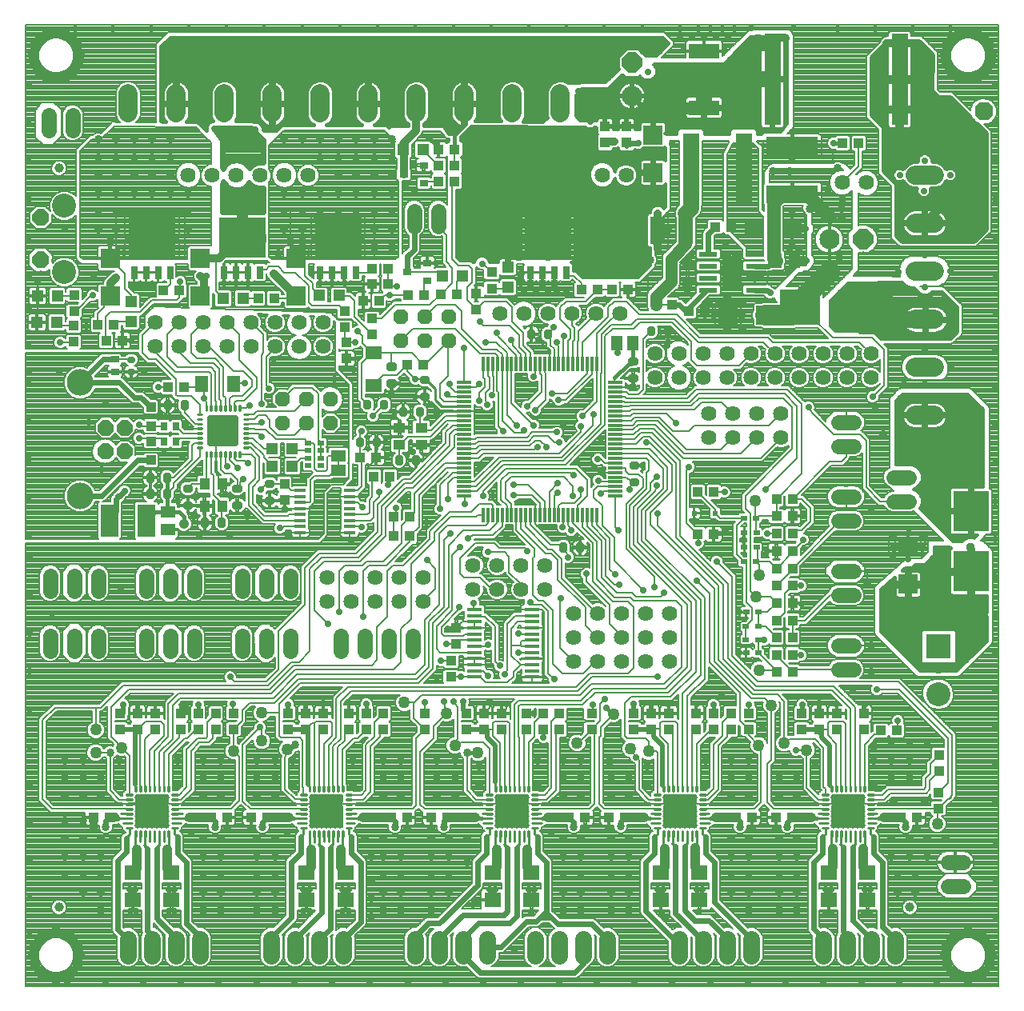
<source format=gtl>
G75*
G70*
%OFA0B0*%
%FSLAX24Y24*%
%IPPOS*%
%LPD*%
%AMOC8*
5,1,8,0,0,1.08239X$1,22.5*
%
%ADD10OC8,0.0614*%
%ADD11R,0.0472X0.0472*%
%ADD12C,0.0283*%
%ADD13R,0.0118X0.0591*%
%ADD14R,0.0591X0.0118*%
%ADD15OC8,0.0660*%
%ADD16C,0.1106*%
%ADD17R,0.0748X0.1339*%
%ADD18R,0.0630X0.0460*%
%ADD19C,0.0088*%
%ADD20C,0.0192*%
%ADD21R,0.0394X0.0394*%
%ADD22R,0.0256X0.0197*%
%ADD23R,0.0413X0.0512*%
%ADD24R,0.0551X0.0709*%
%ADD25R,0.0709X0.0551*%
%ADD26C,0.0712*%
%ADD27R,0.0710X0.0630*%
%ADD28R,0.0394X0.0433*%
%ADD29R,0.0433X0.0394*%
%ADD30C,0.0640*%
%ADD31OC8,0.0700*%
%ADD32C,0.1000*%
%ADD33R,0.0276X0.0551*%
%ADD34R,0.1969X0.1693*%
%ADD35R,0.1669X0.1500*%
%ADD36R,0.1500X0.1669*%
%ADD37C,0.0790*%
%ADD38R,0.0644X0.0173*%
%ADD39C,0.0640*%
%ADD40OC8,0.0840*%
%ADD41C,0.0840*%
%ADD42R,0.0512X0.0413*%
%ADD43C,0.0500*%
%ADD44R,0.0276X0.0354*%
%ADD45R,0.0591X0.0512*%
%ADD46OC8,0.0760*%
%ADD47R,0.1260X0.0630*%
%ADD48R,0.0700X0.3800*%
%ADD49R,0.1364X0.1364*%
%ADD50C,0.0394*%
%ADD51R,0.0354X0.0315*%
%ADD52R,0.0787X0.0787*%
%ADD53R,0.0500X0.0150*%
%ADD54R,0.0354X0.0276*%
%ADD55C,0.0248*%
%ADD56R,0.0236X0.0236*%
%ADD57R,0.0276X0.0197*%
%ADD58R,0.0512X0.0591*%
%ADD59R,0.1000X0.1000*%
%ADD60R,0.0780X0.0220*%
%ADD61R,0.0840X0.1180*%
%ADD62R,0.0709X0.2953*%
%ADD63R,0.0591X0.1142*%
%ADD64R,0.2165X0.0728*%
%ADD65C,0.0080*%
%ADD66C,0.0290*%
%ADD67C,0.0075*%
%ADD68C,0.0160*%
%ADD69C,0.0416*%
%ADD70C,0.0240*%
%ADD71C,0.0337*%
%ADD72C,0.0120*%
%ADD73C,0.0200*%
%ADD74C,0.0100*%
%ADD75C,0.0376*%
%ADD76C,0.0320*%
%ADD77C,0.0500*%
%ADD78C,0.0560*%
%ADD79C,0.0660*%
%ADD80C,0.0400*%
%ADD81C,0.0860*%
%ADD82C,0.0220*%
%ADD83C,0.0700*%
D10*
X035495Y030318D03*
X035495Y031318D03*
X036495Y031318D03*
X036495Y030318D03*
X037495Y030318D03*
X037495Y031318D03*
X040445Y033768D03*
X040445Y034768D03*
X041445Y034768D03*
X041445Y033768D03*
X042445Y033768D03*
X042445Y034768D03*
D11*
X042182Y036468D03*
X043008Y036468D03*
X044895Y036807D03*
X044895Y035980D03*
X041358Y041718D03*
X040532Y041718D03*
X037858Y035643D03*
X037032Y035643D03*
X033858Y035518D03*
X033032Y035518D03*
X029195Y035385D03*
X029195Y034559D03*
X026101Y034518D03*
X025275Y034518D03*
X025300Y035617D03*
X026126Y035617D03*
X035082Y029243D03*
X035082Y028518D03*
X035908Y028518D03*
X035908Y029243D03*
D12*
X035045Y027829D02*
X034895Y027829D01*
X035045Y027829D02*
X035045Y027757D01*
X034895Y027757D01*
X034895Y027829D01*
X034895Y027129D02*
X035045Y027129D01*
X035045Y027057D01*
X034895Y027057D01*
X034895Y027129D01*
X033695Y026857D02*
X033545Y026857D01*
X033545Y026929D01*
X033695Y026929D01*
X033695Y026857D01*
X033695Y027557D02*
X033545Y027557D01*
X033545Y027629D01*
X033695Y027629D01*
X033695Y027557D01*
X032934Y026243D02*
X032934Y026093D01*
X032934Y026243D02*
X033006Y026243D01*
X033006Y026093D01*
X032934Y026093D01*
X032234Y026093D02*
X032234Y026243D01*
X032306Y026243D01*
X032306Y026093D01*
X032234Y026093D01*
X031645Y026857D02*
X031495Y026857D01*
X031495Y026929D01*
X031645Y026929D01*
X031645Y026857D01*
X031645Y027557D02*
X031495Y027557D01*
X031495Y027629D01*
X031645Y027629D01*
X031645Y027557D01*
X030659Y027443D02*
X030659Y027293D01*
X030659Y027443D02*
X030731Y027443D01*
X030731Y027293D01*
X030659Y027293D01*
X029959Y027293D02*
X029959Y027443D01*
X030031Y027443D01*
X030031Y027293D01*
X029959Y027293D01*
X029959Y027968D02*
X029959Y028118D01*
X030031Y028118D01*
X030031Y027968D01*
X029959Y027968D01*
X030659Y027968D02*
X030659Y028118D01*
X030731Y028118D01*
X030731Y027968D01*
X030659Y027968D01*
X030684Y030993D02*
X030684Y031143D01*
X030756Y031143D01*
X030756Y030993D01*
X030684Y030993D01*
X031384Y030993D02*
X031384Y031143D01*
X031456Y031143D01*
X031456Y030993D01*
X031384Y030993D01*
X038684Y029593D02*
X038684Y029443D01*
X038684Y029593D02*
X038756Y029593D01*
X038756Y029443D01*
X038684Y029443D01*
X039384Y029443D02*
X039384Y029593D01*
X039456Y029593D01*
X039456Y029443D01*
X039384Y029443D01*
X040394Y028843D02*
X040394Y028693D01*
X040322Y028693D01*
X040322Y028843D01*
X040394Y028843D01*
X041094Y028843D02*
X041094Y028693D01*
X041022Y028693D01*
X041022Y028843D01*
X041094Y028843D01*
X041197Y030718D02*
X041197Y030868D01*
X041269Y030868D01*
X041269Y030718D01*
X041197Y030718D01*
X040497Y030718D02*
X040497Y030868D01*
X040569Y030868D01*
X040569Y030718D01*
X040497Y030718D01*
X039709Y031018D02*
X039709Y031168D01*
X039781Y031168D01*
X039781Y031018D01*
X039709Y031018D01*
X039009Y031018D02*
X039009Y031168D01*
X039081Y031168D01*
X039081Y031018D01*
X039009Y031018D01*
X039970Y031932D02*
X040120Y031932D01*
X039970Y031932D02*
X039970Y032004D01*
X040120Y032004D01*
X040120Y031932D01*
X040120Y032632D02*
X039970Y032632D01*
X039970Y032704D01*
X040120Y032704D01*
X040120Y032632D01*
X041353Y032091D02*
X041503Y032091D01*
X041353Y032091D02*
X041353Y032163D01*
X041503Y032163D01*
X041503Y032091D01*
X041503Y031391D02*
X041353Y031391D01*
X041353Y031463D01*
X041503Y031463D01*
X041503Y031391D01*
X045834Y033943D02*
X045834Y034093D01*
X045906Y034093D01*
X045906Y033943D01*
X045834Y033943D01*
X046534Y033943D02*
X046534Y034093D01*
X046606Y034093D01*
X046606Y033943D01*
X046534Y033943D01*
X050045Y032843D02*
X050195Y032843D01*
X050045Y032843D02*
X050045Y032915D01*
X050195Y032915D01*
X050195Y032843D01*
X050195Y032143D02*
X050045Y032143D01*
X050045Y032215D01*
X050195Y032215D01*
X050195Y032143D01*
X050895Y034074D02*
X050895Y034224D01*
X050895Y034074D02*
X050823Y034074D01*
X050823Y034224D01*
X050895Y034224D01*
X051595Y034224D02*
X051595Y034074D01*
X051523Y034074D01*
X051523Y034224D01*
X051595Y034224D01*
X050236Y028595D02*
X050086Y028595D01*
X050236Y028595D02*
X050236Y028523D01*
X050086Y028523D01*
X050086Y028595D01*
X050086Y027895D02*
X050236Y027895D01*
X050236Y027823D01*
X050086Y027823D01*
X050086Y027895D01*
X047944Y025217D02*
X047944Y025067D01*
X047872Y025067D01*
X047872Y025217D01*
X047944Y025217D01*
X047244Y025217D02*
X047244Y025067D01*
X047172Y025067D01*
X047172Y025217D01*
X047244Y025217D01*
D13*
X047214Y026494D03*
X047017Y026494D03*
X046821Y026494D03*
X046624Y026494D03*
X046427Y026494D03*
X046230Y026494D03*
X046033Y026494D03*
X045836Y026494D03*
X045639Y026494D03*
X045443Y026494D03*
X045246Y026494D03*
X045049Y026494D03*
X044852Y026494D03*
X044655Y026494D03*
X044458Y026494D03*
X044261Y026494D03*
X044065Y026494D03*
X043868Y026494D03*
X047411Y026494D03*
X047608Y026494D03*
X047805Y026494D03*
X048002Y026494D03*
X048199Y026494D03*
X048395Y026494D03*
X048592Y026494D03*
X048592Y032793D03*
X048395Y032793D03*
X048199Y032793D03*
X048002Y032793D03*
X047805Y032793D03*
X047608Y032793D03*
X047411Y032793D03*
X047214Y032793D03*
X047017Y032793D03*
X046821Y032793D03*
X046624Y032793D03*
X046427Y032793D03*
X046230Y032793D03*
X046033Y032793D03*
X045836Y032793D03*
X045639Y032793D03*
X045443Y032793D03*
X045246Y032793D03*
X045049Y032793D03*
X044852Y032793D03*
X044655Y032793D03*
X044458Y032793D03*
X044261Y032793D03*
X044065Y032793D03*
X043868Y032793D03*
D14*
X043080Y032006D03*
X043080Y031809D03*
X043080Y031612D03*
X043080Y031415D03*
X043080Y031218D03*
X043080Y031021D03*
X043080Y030824D03*
X043080Y030628D03*
X043080Y030431D03*
X043080Y030234D03*
X043080Y030037D03*
X043080Y029840D03*
X043080Y029643D03*
X043080Y029446D03*
X043080Y029250D03*
X043080Y029053D03*
X043080Y028856D03*
X043080Y028659D03*
X043080Y028462D03*
X043080Y028265D03*
X043080Y028069D03*
X043080Y027872D03*
X043080Y027675D03*
X043080Y027478D03*
X043080Y027281D03*
X049380Y027281D03*
X049380Y027478D03*
X049380Y027675D03*
X049380Y027872D03*
X049380Y028069D03*
X049380Y028265D03*
X049380Y028462D03*
X049380Y028659D03*
X049380Y028856D03*
X049380Y029053D03*
X049380Y029250D03*
X049380Y029446D03*
X049380Y029643D03*
X049380Y029840D03*
X049380Y030037D03*
X049380Y030234D03*
X049380Y030431D03*
X049380Y030628D03*
X049380Y030824D03*
X049380Y031021D03*
X049380Y031218D03*
X049380Y031415D03*
X049380Y031612D03*
X049380Y031809D03*
X049380Y032006D03*
D15*
X028924Y030135D03*
X028137Y030135D03*
X028137Y029151D03*
X028924Y029151D03*
D16*
X027070Y027281D03*
X027070Y032006D03*
D17*
X028292Y026256D03*
X029827Y026256D03*
D18*
X037820Y028368D03*
X037820Y028968D03*
D19*
X033891Y029293D02*
X033891Y029315D01*
X034079Y029315D01*
X034079Y029293D01*
X033891Y029293D01*
X033891Y029490D02*
X033891Y029512D01*
X034079Y029512D01*
X034079Y029490D01*
X033891Y029490D01*
X033891Y029687D02*
X033891Y029709D01*
X034079Y029709D01*
X034079Y029687D01*
X033891Y029687D01*
X033891Y029884D02*
X033891Y029906D01*
X034079Y029906D01*
X034079Y029884D01*
X033891Y029884D01*
X033891Y030081D02*
X033891Y030103D01*
X034079Y030103D01*
X034079Y030081D01*
X033891Y030081D01*
X033891Y030278D02*
X033891Y030300D01*
X034079Y030300D01*
X034079Y030278D01*
X033891Y030278D01*
X033891Y030474D02*
X033891Y030496D01*
X034079Y030496D01*
X034079Y030474D01*
X033891Y030474D01*
X033891Y030671D02*
X033891Y030693D01*
X034079Y030693D01*
X034079Y030671D01*
X033891Y030671D01*
X033720Y031052D02*
X033698Y031052D01*
X033720Y031052D02*
X033720Y030864D01*
X033698Y030864D01*
X033698Y031052D01*
X033698Y030951D02*
X033720Y030951D01*
X033720Y031038D02*
X033698Y031038D01*
X033523Y031052D02*
X033501Y031052D01*
X033523Y031052D02*
X033523Y030864D01*
X033501Y030864D01*
X033501Y031052D01*
X033501Y030951D02*
X033523Y030951D01*
X033523Y031038D02*
X033501Y031038D01*
X033326Y031052D02*
X033304Y031052D01*
X033326Y031052D02*
X033326Y030864D01*
X033304Y030864D01*
X033304Y031052D01*
X033304Y030951D02*
X033326Y030951D01*
X033326Y031038D02*
X033304Y031038D01*
X033129Y031052D02*
X033107Y031052D01*
X033129Y031052D02*
X033129Y030864D01*
X033107Y030864D01*
X033107Y031052D01*
X033107Y030951D02*
X033129Y030951D01*
X033129Y031038D02*
X033107Y031038D01*
X032933Y031052D02*
X032911Y031052D01*
X032933Y031052D02*
X032933Y030864D01*
X032911Y030864D01*
X032911Y031052D01*
X032911Y030951D02*
X032933Y030951D01*
X032933Y031038D02*
X032911Y031038D01*
X032736Y031052D02*
X032714Y031052D01*
X032736Y031052D02*
X032736Y030864D01*
X032714Y030864D01*
X032714Y031052D01*
X032714Y030951D02*
X032736Y030951D01*
X032736Y031038D02*
X032714Y031038D01*
X032539Y031052D02*
X032517Y031052D01*
X032539Y031052D02*
X032539Y030864D01*
X032517Y030864D01*
X032517Y031052D01*
X032517Y030951D02*
X032539Y030951D01*
X032539Y031038D02*
X032517Y031038D01*
X032342Y031052D02*
X032320Y031052D01*
X032342Y031052D02*
X032342Y030864D01*
X032320Y030864D01*
X032320Y031052D01*
X032320Y030951D02*
X032342Y030951D01*
X032342Y031038D02*
X032320Y031038D01*
X031961Y030693D02*
X031961Y030671D01*
X031961Y030693D02*
X032149Y030693D01*
X032149Y030671D01*
X031961Y030671D01*
X031961Y030496D02*
X031961Y030474D01*
X031961Y030496D02*
X032149Y030496D01*
X032149Y030474D01*
X031961Y030474D01*
X031961Y030300D02*
X031961Y030278D01*
X031961Y030300D02*
X032149Y030300D01*
X032149Y030278D01*
X031961Y030278D01*
X031961Y030103D02*
X031961Y030081D01*
X031961Y030103D02*
X032149Y030103D01*
X032149Y030081D01*
X031961Y030081D01*
X031961Y029906D02*
X031961Y029884D01*
X031961Y029906D02*
X032149Y029906D01*
X032149Y029884D01*
X031961Y029884D01*
X031961Y029709D02*
X031961Y029687D01*
X031961Y029709D02*
X032149Y029709D01*
X032149Y029687D01*
X031961Y029687D01*
X031961Y029512D02*
X031961Y029490D01*
X031961Y029512D02*
X032149Y029512D01*
X032149Y029490D01*
X031961Y029490D01*
X031961Y029315D02*
X031961Y029293D01*
X031961Y029315D02*
X032149Y029315D01*
X032149Y029293D01*
X031961Y029293D01*
X032320Y029123D02*
X032342Y029123D01*
X032342Y028935D01*
X032320Y028935D01*
X032320Y029123D01*
X032320Y029022D02*
X032342Y029022D01*
X032342Y029109D02*
X032320Y029109D01*
X032517Y029123D02*
X032539Y029123D01*
X032539Y028935D01*
X032517Y028935D01*
X032517Y029123D01*
X032517Y029022D02*
X032539Y029022D01*
X032539Y029109D02*
X032517Y029109D01*
X032714Y029123D02*
X032736Y029123D01*
X032736Y028935D01*
X032714Y028935D01*
X032714Y029123D01*
X032714Y029022D02*
X032736Y029022D01*
X032736Y029109D02*
X032714Y029109D01*
X032911Y029123D02*
X032933Y029123D01*
X032933Y028935D01*
X032911Y028935D01*
X032911Y029123D01*
X032911Y029022D02*
X032933Y029022D01*
X032933Y029109D02*
X032911Y029109D01*
X033107Y029123D02*
X033129Y029123D01*
X033129Y028935D01*
X033107Y028935D01*
X033107Y029123D01*
X033107Y029022D02*
X033129Y029022D01*
X033129Y029109D02*
X033107Y029109D01*
X033304Y029123D02*
X033326Y029123D01*
X033326Y028935D01*
X033304Y028935D01*
X033304Y029123D01*
X033304Y029022D02*
X033326Y029022D01*
X033326Y029109D02*
X033304Y029109D01*
X033501Y029123D02*
X033523Y029123D01*
X033523Y028935D01*
X033501Y028935D01*
X033501Y029123D01*
X033501Y029022D02*
X033523Y029022D01*
X033523Y029109D02*
X033501Y029109D01*
X033698Y029123D02*
X033720Y029123D01*
X033720Y028935D01*
X033698Y028935D01*
X033698Y029123D01*
X033698Y029022D02*
X033720Y029022D01*
X033720Y029109D02*
X033698Y029109D01*
X036620Y015201D02*
X036642Y015201D01*
X036642Y014975D01*
X036620Y014975D01*
X036620Y015201D01*
X036620Y015062D02*
X036642Y015062D01*
X036642Y015149D02*
X036620Y015149D01*
X036817Y015201D02*
X036839Y015201D01*
X036839Y014975D01*
X036817Y014975D01*
X036817Y015201D01*
X036817Y015062D02*
X036839Y015062D01*
X036839Y015149D02*
X036817Y015149D01*
X037014Y015201D02*
X037036Y015201D01*
X037036Y014975D01*
X037014Y014975D01*
X037014Y015201D01*
X037014Y015062D02*
X037036Y015062D01*
X037036Y015149D02*
X037014Y015149D01*
X037211Y015201D02*
X037233Y015201D01*
X037233Y014975D01*
X037211Y014975D01*
X037211Y015201D01*
X037211Y015062D02*
X037233Y015062D01*
X037233Y015149D02*
X037211Y015149D01*
X037407Y015201D02*
X037429Y015201D01*
X037429Y014975D01*
X037407Y014975D01*
X037407Y015201D01*
X037407Y015062D02*
X037429Y015062D01*
X037429Y015149D02*
X037407Y015149D01*
X037604Y015201D02*
X037626Y015201D01*
X037626Y014975D01*
X037604Y014975D01*
X037604Y015201D01*
X037604Y015062D02*
X037626Y015062D01*
X037626Y015149D02*
X037604Y015149D01*
X037801Y015201D02*
X037823Y015201D01*
X037823Y014975D01*
X037801Y014975D01*
X037801Y015201D01*
X037801Y015062D02*
X037823Y015062D01*
X037823Y015149D02*
X037801Y015149D01*
X037998Y014975D02*
X038020Y014975D01*
X037998Y014975D02*
X037998Y015201D01*
X038020Y015201D01*
X038020Y014975D01*
X038020Y015062D02*
X037998Y015062D01*
X037998Y015149D02*
X038020Y015149D01*
X038152Y014843D02*
X038152Y014821D01*
X038152Y014843D02*
X038378Y014843D01*
X038378Y014821D01*
X038152Y014821D01*
X038152Y014646D02*
X038152Y014624D01*
X038152Y014646D02*
X038378Y014646D01*
X038378Y014624D01*
X038152Y014624D01*
X038152Y014450D02*
X038152Y014428D01*
X038152Y014450D02*
X038378Y014450D01*
X038378Y014428D01*
X038152Y014428D01*
X038152Y014253D02*
X038152Y014231D01*
X038152Y014253D02*
X038378Y014253D01*
X038378Y014231D01*
X038152Y014231D01*
X038152Y014056D02*
X038152Y014034D01*
X038152Y014056D02*
X038378Y014056D01*
X038378Y014034D01*
X038152Y014034D01*
X038152Y013859D02*
X038152Y013837D01*
X038152Y013859D02*
X038378Y013859D01*
X038378Y013837D01*
X038152Y013837D01*
X038152Y013662D02*
X038152Y013640D01*
X038152Y013662D02*
X038378Y013662D01*
X038378Y013640D01*
X038152Y013640D01*
X038152Y013465D02*
X038152Y013443D01*
X038152Y013465D02*
X038378Y013465D01*
X038378Y013443D01*
X038152Y013443D01*
X038020Y013085D02*
X037998Y013085D01*
X037998Y013311D01*
X038020Y013311D01*
X038020Y013085D01*
X038020Y013172D02*
X037998Y013172D01*
X037998Y013259D02*
X038020Y013259D01*
X037823Y013085D02*
X037801Y013085D01*
X037801Y013311D01*
X037823Y013311D01*
X037823Y013085D01*
X037823Y013172D02*
X037801Y013172D01*
X037801Y013259D02*
X037823Y013259D01*
X037626Y013085D02*
X037604Y013085D01*
X037604Y013311D01*
X037626Y013311D01*
X037626Y013085D01*
X037626Y013172D02*
X037604Y013172D01*
X037604Y013259D02*
X037626Y013259D01*
X037429Y013085D02*
X037407Y013085D01*
X037407Y013311D01*
X037429Y013311D01*
X037429Y013085D01*
X037429Y013172D02*
X037407Y013172D01*
X037407Y013259D02*
X037429Y013259D01*
X037233Y013085D02*
X037211Y013085D01*
X037211Y013311D01*
X037233Y013311D01*
X037233Y013085D01*
X037233Y013172D02*
X037211Y013172D01*
X037211Y013259D02*
X037233Y013259D01*
X037036Y013085D02*
X037014Y013085D01*
X037014Y013311D01*
X037036Y013311D01*
X037036Y013085D01*
X037036Y013172D02*
X037014Y013172D01*
X037014Y013259D02*
X037036Y013259D01*
X036839Y013085D02*
X036817Y013085D01*
X036817Y013311D01*
X036839Y013311D01*
X036839Y013085D01*
X036839Y013172D02*
X036817Y013172D01*
X036817Y013259D02*
X036839Y013259D01*
X036642Y013085D02*
X036620Y013085D01*
X036620Y013311D01*
X036642Y013311D01*
X036642Y013085D01*
X036642Y013172D02*
X036620Y013172D01*
X036620Y013259D02*
X036642Y013259D01*
X036262Y013443D02*
X036262Y013465D01*
X036488Y013465D01*
X036488Y013443D01*
X036262Y013443D01*
X036262Y013640D02*
X036262Y013662D01*
X036488Y013662D01*
X036488Y013640D01*
X036262Y013640D01*
X036262Y013837D02*
X036262Y013859D01*
X036488Y013859D01*
X036488Y013837D01*
X036262Y013837D01*
X036262Y014034D02*
X036262Y014056D01*
X036488Y014056D01*
X036488Y014034D01*
X036262Y014034D01*
X036262Y014231D02*
X036262Y014253D01*
X036488Y014253D01*
X036488Y014231D01*
X036262Y014231D01*
X036262Y014428D02*
X036262Y014450D01*
X036488Y014450D01*
X036488Y014428D01*
X036262Y014428D01*
X036262Y014624D02*
X036262Y014646D01*
X036488Y014646D01*
X036488Y014624D01*
X036262Y014624D01*
X036262Y014821D02*
X036262Y014843D01*
X036488Y014843D01*
X036488Y014821D01*
X036262Y014821D01*
X030902Y014821D02*
X030902Y014843D01*
X031128Y014843D01*
X031128Y014821D01*
X030902Y014821D01*
X030902Y014646D02*
X030902Y014624D01*
X030902Y014646D02*
X031128Y014646D01*
X031128Y014624D01*
X030902Y014624D01*
X030902Y014450D02*
X030902Y014428D01*
X030902Y014450D02*
X031128Y014450D01*
X031128Y014428D01*
X030902Y014428D01*
X030902Y014253D02*
X030902Y014231D01*
X030902Y014253D02*
X031128Y014253D01*
X031128Y014231D01*
X030902Y014231D01*
X030902Y014056D02*
X030902Y014034D01*
X030902Y014056D02*
X031128Y014056D01*
X031128Y014034D01*
X030902Y014034D01*
X030902Y013859D02*
X030902Y013837D01*
X030902Y013859D02*
X031128Y013859D01*
X031128Y013837D01*
X030902Y013837D01*
X030902Y013662D02*
X030902Y013640D01*
X030902Y013662D02*
X031128Y013662D01*
X031128Y013640D01*
X030902Y013640D01*
X030902Y013465D02*
X030902Y013443D01*
X030902Y013465D02*
X031128Y013465D01*
X031128Y013443D01*
X030902Y013443D01*
X030770Y013085D02*
X030748Y013085D01*
X030748Y013311D01*
X030770Y013311D01*
X030770Y013085D01*
X030770Y013172D02*
X030748Y013172D01*
X030748Y013259D02*
X030770Y013259D01*
X030573Y013085D02*
X030551Y013085D01*
X030551Y013311D01*
X030573Y013311D01*
X030573Y013085D01*
X030573Y013172D02*
X030551Y013172D01*
X030551Y013259D02*
X030573Y013259D01*
X030376Y013085D02*
X030354Y013085D01*
X030354Y013311D01*
X030376Y013311D01*
X030376Y013085D01*
X030376Y013172D02*
X030354Y013172D01*
X030354Y013259D02*
X030376Y013259D01*
X030179Y013085D02*
X030157Y013085D01*
X030157Y013311D01*
X030179Y013311D01*
X030179Y013085D01*
X030179Y013172D02*
X030157Y013172D01*
X030157Y013259D02*
X030179Y013259D01*
X029983Y013085D02*
X029961Y013085D01*
X029961Y013311D01*
X029983Y013311D01*
X029983Y013085D01*
X029983Y013172D02*
X029961Y013172D01*
X029961Y013259D02*
X029983Y013259D01*
X029786Y013085D02*
X029764Y013085D01*
X029764Y013311D01*
X029786Y013311D01*
X029786Y013085D01*
X029786Y013172D02*
X029764Y013172D01*
X029764Y013259D02*
X029786Y013259D01*
X029589Y013085D02*
X029567Y013085D01*
X029567Y013311D01*
X029589Y013311D01*
X029589Y013085D01*
X029589Y013172D02*
X029567Y013172D01*
X029567Y013259D02*
X029589Y013259D01*
X029392Y013085D02*
X029370Y013085D01*
X029370Y013311D01*
X029392Y013311D01*
X029392Y013085D01*
X029392Y013172D02*
X029370Y013172D01*
X029370Y013259D02*
X029392Y013259D01*
X029012Y013443D02*
X029012Y013465D01*
X029238Y013465D01*
X029238Y013443D01*
X029012Y013443D01*
X029012Y013640D02*
X029012Y013662D01*
X029238Y013662D01*
X029238Y013640D01*
X029012Y013640D01*
X029012Y013837D02*
X029012Y013859D01*
X029238Y013859D01*
X029238Y013837D01*
X029012Y013837D01*
X029012Y014034D02*
X029012Y014056D01*
X029238Y014056D01*
X029238Y014034D01*
X029012Y014034D01*
X029012Y014231D02*
X029012Y014253D01*
X029238Y014253D01*
X029238Y014231D01*
X029012Y014231D01*
X029012Y014428D02*
X029012Y014450D01*
X029238Y014450D01*
X029238Y014428D01*
X029012Y014428D01*
X029012Y014624D02*
X029012Y014646D01*
X029238Y014646D01*
X029238Y014624D01*
X029012Y014624D01*
X029012Y014821D02*
X029012Y014843D01*
X029238Y014843D01*
X029238Y014821D01*
X029012Y014821D01*
X029370Y015201D02*
X029392Y015201D01*
X029392Y014975D01*
X029370Y014975D01*
X029370Y015201D01*
X029370Y015062D02*
X029392Y015062D01*
X029392Y015149D02*
X029370Y015149D01*
X029567Y015201D02*
X029589Y015201D01*
X029589Y014975D01*
X029567Y014975D01*
X029567Y015201D01*
X029567Y015062D02*
X029589Y015062D01*
X029589Y015149D02*
X029567Y015149D01*
X029764Y015201D02*
X029786Y015201D01*
X029786Y014975D01*
X029764Y014975D01*
X029764Y015201D01*
X029764Y015062D02*
X029786Y015062D01*
X029786Y015149D02*
X029764Y015149D01*
X029961Y015201D02*
X029983Y015201D01*
X029983Y014975D01*
X029961Y014975D01*
X029961Y015201D01*
X029961Y015062D02*
X029983Y015062D01*
X029983Y015149D02*
X029961Y015149D01*
X030157Y015201D02*
X030179Y015201D01*
X030179Y014975D01*
X030157Y014975D01*
X030157Y015201D01*
X030157Y015062D02*
X030179Y015062D01*
X030179Y015149D02*
X030157Y015149D01*
X030354Y015201D02*
X030376Y015201D01*
X030376Y014975D01*
X030354Y014975D01*
X030354Y015201D01*
X030354Y015062D02*
X030376Y015062D01*
X030376Y015149D02*
X030354Y015149D01*
X030551Y015201D02*
X030573Y015201D01*
X030573Y014975D01*
X030551Y014975D01*
X030551Y015201D01*
X030551Y015062D02*
X030573Y015062D01*
X030573Y015149D02*
X030551Y015149D01*
X030748Y014975D02*
X030770Y014975D01*
X030748Y014975D02*
X030748Y015201D01*
X030770Y015201D01*
X030770Y014975D01*
X030770Y015062D02*
X030748Y015062D01*
X030748Y015149D02*
X030770Y015149D01*
X044012Y014843D02*
X044012Y014821D01*
X044012Y014843D02*
X044238Y014843D01*
X044238Y014821D01*
X044012Y014821D01*
X044012Y014646D02*
X044012Y014624D01*
X044012Y014646D02*
X044238Y014646D01*
X044238Y014624D01*
X044012Y014624D01*
X044012Y014450D02*
X044012Y014428D01*
X044012Y014450D02*
X044238Y014450D01*
X044238Y014428D01*
X044012Y014428D01*
X044012Y014253D02*
X044012Y014231D01*
X044012Y014253D02*
X044238Y014253D01*
X044238Y014231D01*
X044012Y014231D01*
X044012Y014056D02*
X044012Y014034D01*
X044012Y014056D02*
X044238Y014056D01*
X044238Y014034D01*
X044012Y014034D01*
X044012Y013859D02*
X044012Y013837D01*
X044012Y013859D02*
X044238Y013859D01*
X044238Y013837D01*
X044012Y013837D01*
X044012Y013662D02*
X044012Y013640D01*
X044012Y013662D02*
X044238Y013662D01*
X044238Y013640D01*
X044012Y013640D01*
X044012Y013465D02*
X044012Y013443D01*
X044012Y013465D02*
X044238Y013465D01*
X044238Y013443D01*
X044012Y013443D01*
X044370Y013085D02*
X044392Y013085D01*
X044370Y013085D02*
X044370Y013311D01*
X044392Y013311D01*
X044392Y013085D01*
X044392Y013172D02*
X044370Y013172D01*
X044370Y013259D02*
X044392Y013259D01*
X044567Y013085D02*
X044589Y013085D01*
X044567Y013085D02*
X044567Y013311D01*
X044589Y013311D01*
X044589Y013085D01*
X044589Y013172D02*
X044567Y013172D01*
X044567Y013259D02*
X044589Y013259D01*
X044764Y013085D02*
X044786Y013085D01*
X044764Y013085D02*
X044764Y013311D01*
X044786Y013311D01*
X044786Y013085D01*
X044786Y013172D02*
X044764Y013172D01*
X044764Y013259D02*
X044786Y013259D01*
X044961Y013085D02*
X044983Y013085D01*
X044961Y013085D02*
X044961Y013311D01*
X044983Y013311D01*
X044983Y013085D01*
X044983Y013172D02*
X044961Y013172D01*
X044961Y013259D02*
X044983Y013259D01*
X045157Y013085D02*
X045179Y013085D01*
X045157Y013085D02*
X045157Y013311D01*
X045179Y013311D01*
X045179Y013085D01*
X045179Y013172D02*
X045157Y013172D01*
X045157Y013259D02*
X045179Y013259D01*
X045354Y013085D02*
X045376Y013085D01*
X045354Y013085D02*
X045354Y013311D01*
X045376Y013311D01*
X045376Y013085D01*
X045376Y013172D02*
X045354Y013172D01*
X045354Y013259D02*
X045376Y013259D01*
X045551Y013085D02*
X045573Y013085D01*
X045551Y013085D02*
X045551Y013311D01*
X045573Y013311D01*
X045573Y013085D01*
X045573Y013172D02*
X045551Y013172D01*
X045551Y013259D02*
X045573Y013259D01*
X045748Y013085D02*
X045770Y013085D01*
X045748Y013085D02*
X045748Y013311D01*
X045770Y013311D01*
X045770Y013085D01*
X045770Y013172D02*
X045748Y013172D01*
X045748Y013259D02*
X045770Y013259D01*
X045902Y013443D02*
X045902Y013465D01*
X046128Y013465D01*
X046128Y013443D01*
X045902Y013443D01*
X045902Y013640D02*
X045902Y013662D01*
X046128Y013662D01*
X046128Y013640D01*
X045902Y013640D01*
X045902Y013837D02*
X045902Y013859D01*
X046128Y013859D01*
X046128Y013837D01*
X045902Y013837D01*
X045902Y014034D02*
X045902Y014056D01*
X046128Y014056D01*
X046128Y014034D01*
X045902Y014034D01*
X045902Y014231D02*
X045902Y014253D01*
X046128Y014253D01*
X046128Y014231D01*
X045902Y014231D01*
X045902Y014428D02*
X045902Y014450D01*
X046128Y014450D01*
X046128Y014428D01*
X045902Y014428D01*
X045902Y014624D02*
X045902Y014646D01*
X046128Y014646D01*
X046128Y014624D01*
X045902Y014624D01*
X045902Y014821D02*
X045902Y014843D01*
X046128Y014843D01*
X046128Y014821D01*
X045902Y014821D01*
X045770Y014975D02*
X045748Y014975D01*
X045748Y015201D01*
X045770Y015201D01*
X045770Y014975D01*
X045770Y015062D02*
X045748Y015062D01*
X045748Y015149D02*
X045770Y015149D01*
X045573Y015201D02*
X045551Y015201D01*
X045573Y015201D02*
X045573Y014975D01*
X045551Y014975D01*
X045551Y015201D01*
X045551Y015062D02*
X045573Y015062D01*
X045573Y015149D02*
X045551Y015149D01*
X045376Y015201D02*
X045354Y015201D01*
X045376Y015201D02*
X045376Y014975D01*
X045354Y014975D01*
X045354Y015201D01*
X045354Y015062D02*
X045376Y015062D01*
X045376Y015149D02*
X045354Y015149D01*
X045179Y015201D02*
X045157Y015201D01*
X045179Y015201D02*
X045179Y014975D01*
X045157Y014975D01*
X045157Y015201D01*
X045157Y015062D02*
X045179Y015062D01*
X045179Y015149D02*
X045157Y015149D01*
X044983Y015201D02*
X044961Y015201D01*
X044983Y015201D02*
X044983Y014975D01*
X044961Y014975D01*
X044961Y015201D01*
X044961Y015062D02*
X044983Y015062D01*
X044983Y015149D02*
X044961Y015149D01*
X044786Y015201D02*
X044764Y015201D01*
X044786Y015201D02*
X044786Y014975D01*
X044764Y014975D01*
X044764Y015201D01*
X044764Y015062D02*
X044786Y015062D01*
X044786Y015149D02*
X044764Y015149D01*
X044589Y015201D02*
X044567Y015201D01*
X044589Y015201D02*
X044589Y014975D01*
X044567Y014975D01*
X044567Y015201D01*
X044567Y015062D02*
X044589Y015062D01*
X044589Y015149D02*
X044567Y015149D01*
X044392Y015201D02*
X044370Y015201D01*
X044392Y015201D02*
X044392Y014975D01*
X044370Y014975D01*
X044370Y015201D01*
X044370Y015062D02*
X044392Y015062D01*
X044392Y015149D02*
X044370Y015149D01*
X051012Y014843D02*
X051012Y014821D01*
X051012Y014843D02*
X051238Y014843D01*
X051238Y014821D01*
X051012Y014821D01*
X051012Y014646D02*
X051012Y014624D01*
X051012Y014646D02*
X051238Y014646D01*
X051238Y014624D01*
X051012Y014624D01*
X051012Y014450D02*
X051012Y014428D01*
X051012Y014450D02*
X051238Y014450D01*
X051238Y014428D01*
X051012Y014428D01*
X051012Y014253D02*
X051012Y014231D01*
X051012Y014253D02*
X051238Y014253D01*
X051238Y014231D01*
X051012Y014231D01*
X051012Y014056D02*
X051012Y014034D01*
X051012Y014056D02*
X051238Y014056D01*
X051238Y014034D01*
X051012Y014034D01*
X051012Y013859D02*
X051012Y013837D01*
X051012Y013859D02*
X051238Y013859D01*
X051238Y013837D01*
X051012Y013837D01*
X051012Y013662D02*
X051012Y013640D01*
X051012Y013662D02*
X051238Y013662D01*
X051238Y013640D01*
X051012Y013640D01*
X051012Y013465D02*
X051012Y013443D01*
X051012Y013465D02*
X051238Y013465D01*
X051238Y013443D01*
X051012Y013443D01*
X051370Y013085D02*
X051392Y013085D01*
X051370Y013085D02*
X051370Y013311D01*
X051392Y013311D01*
X051392Y013085D01*
X051392Y013172D02*
X051370Y013172D01*
X051370Y013259D02*
X051392Y013259D01*
X051567Y013085D02*
X051589Y013085D01*
X051567Y013085D02*
X051567Y013311D01*
X051589Y013311D01*
X051589Y013085D01*
X051589Y013172D02*
X051567Y013172D01*
X051567Y013259D02*
X051589Y013259D01*
X051764Y013085D02*
X051786Y013085D01*
X051764Y013085D02*
X051764Y013311D01*
X051786Y013311D01*
X051786Y013085D01*
X051786Y013172D02*
X051764Y013172D01*
X051764Y013259D02*
X051786Y013259D01*
X051961Y013085D02*
X051983Y013085D01*
X051961Y013085D02*
X051961Y013311D01*
X051983Y013311D01*
X051983Y013085D01*
X051983Y013172D02*
X051961Y013172D01*
X051961Y013259D02*
X051983Y013259D01*
X052157Y013085D02*
X052179Y013085D01*
X052157Y013085D02*
X052157Y013311D01*
X052179Y013311D01*
X052179Y013085D01*
X052179Y013172D02*
X052157Y013172D01*
X052157Y013259D02*
X052179Y013259D01*
X052354Y013085D02*
X052376Y013085D01*
X052354Y013085D02*
X052354Y013311D01*
X052376Y013311D01*
X052376Y013085D01*
X052376Y013172D02*
X052354Y013172D01*
X052354Y013259D02*
X052376Y013259D01*
X052551Y013085D02*
X052573Y013085D01*
X052551Y013085D02*
X052551Y013311D01*
X052573Y013311D01*
X052573Y013085D01*
X052573Y013172D02*
X052551Y013172D01*
X052551Y013259D02*
X052573Y013259D01*
X052748Y013085D02*
X052770Y013085D01*
X052748Y013085D02*
X052748Y013311D01*
X052770Y013311D01*
X052770Y013085D01*
X052770Y013172D02*
X052748Y013172D01*
X052748Y013259D02*
X052770Y013259D01*
X052902Y013443D02*
X052902Y013465D01*
X053128Y013465D01*
X053128Y013443D01*
X052902Y013443D01*
X052902Y013640D02*
X052902Y013662D01*
X053128Y013662D01*
X053128Y013640D01*
X052902Y013640D01*
X052902Y013837D02*
X052902Y013859D01*
X053128Y013859D01*
X053128Y013837D01*
X052902Y013837D01*
X052902Y014034D02*
X052902Y014056D01*
X053128Y014056D01*
X053128Y014034D01*
X052902Y014034D01*
X052902Y014231D02*
X052902Y014253D01*
X053128Y014253D01*
X053128Y014231D01*
X052902Y014231D01*
X052902Y014428D02*
X052902Y014450D01*
X053128Y014450D01*
X053128Y014428D01*
X052902Y014428D01*
X052902Y014624D02*
X052902Y014646D01*
X053128Y014646D01*
X053128Y014624D01*
X052902Y014624D01*
X052902Y014821D02*
X052902Y014843D01*
X053128Y014843D01*
X053128Y014821D01*
X052902Y014821D01*
X052770Y014975D02*
X052748Y014975D01*
X052748Y015201D01*
X052770Y015201D01*
X052770Y014975D01*
X052770Y015062D02*
X052748Y015062D01*
X052748Y015149D02*
X052770Y015149D01*
X052573Y015201D02*
X052551Y015201D01*
X052573Y015201D02*
X052573Y014975D01*
X052551Y014975D01*
X052551Y015201D01*
X052551Y015062D02*
X052573Y015062D01*
X052573Y015149D02*
X052551Y015149D01*
X052376Y015201D02*
X052354Y015201D01*
X052376Y015201D02*
X052376Y014975D01*
X052354Y014975D01*
X052354Y015201D01*
X052354Y015062D02*
X052376Y015062D01*
X052376Y015149D02*
X052354Y015149D01*
X052179Y015201D02*
X052157Y015201D01*
X052179Y015201D02*
X052179Y014975D01*
X052157Y014975D01*
X052157Y015201D01*
X052157Y015062D02*
X052179Y015062D01*
X052179Y015149D02*
X052157Y015149D01*
X051983Y015201D02*
X051961Y015201D01*
X051983Y015201D02*
X051983Y014975D01*
X051961Y014975D01*
X051961Y015201D01*
X051961Y015062D02*
X051983Y015062D01*
X051983Y015149D02*
X051961Y015149D01*
X051786Y015201D02*
X051764Y015201D01*
X051786Y015201D02*
X051786Y014975D01*
X051764Y014975D01*
X051764Y015201D01*
X051764Y015062D02*
X051786Y015062D01*
X051786Y015149D02*
X051764Y015149D01*
X051589Y015201D02*
X051567Y015201D01*
X051589Y015201D02*
X051589Y014975D01*
X051567Y014975D01*
X051567Y015201D01*
X051567Y015062D02*
X051589Y015062D01*
X051589Y015149D02*
X051567Y015149D01*
X051392Y015201D02*
X051370Y015201D01*
X051392Y015201D02*
X051392Y014975D01*
X051370Y014975D01*
X051370Y015201D01*
X051370Y015062D02*
X051392Y015062D01*
X051392Y015149D02*
X051370Y015149D01*
X058012Y014843D02*
X058012Y014821D01*
X058012Y014843D02*
X058238Y014843D01*
X058238Y014821D01*
X058012Y014821D01*
X058012Y014646D02*
X058012Y014624D01*
X058012Y014646D02*
X058238Y014646D01*
X058238Y014624D01*
X058012Y014624D01*
X058012Y014450D02*
X058012Y014428D01*
X058012Y014450D02*
X058238Y014450D01*
X058238Y014428D01*
X058012Y014428D01*
X058012Y014253D02*
X058012Y014231D01*
X058012Y014253D02*
X058238Y014253D01*
X058238Y014231D01*
X058012Y014231D01*
X058012Y014056D02*
X058012Y014034D01*
X058012Y014056D02*
X058238Y014056D01*
X058238Y014034D01*
X058012Y014034D01*
X058012Y013859D02*
X058012Y013837D01*
X058012Y013859D02*
X058238Y013859D01*
X058238Y013837D01*
X058012Y013837D01*
X058012Y013662D02*
X058012Y013640D01*
X058012Y013662D02*
X058238Y013662D01*
X058238Y013640D01*
X058012Y013640D01*
X058012Y013465D02*
X058012Y013443D01*
X058012Y013465D02*
X058238Y013465D01*
X058238Y013443D01*
X058012Y013443D01*
X058370Y013085D02*
X058392Y013085D01*
X058370Y013085D02*
X058370Y013311D01*
X058392Y013311D01*
X058392Y013085D01*
X058392Y013172D02*
X058370Y013172D01*
X058370Y013259D02*
X058392Y013259D01*
X058567Y013085D02*
X058589Y013085D01*
X058567Y013085D02*
X058567Y013311D01*
X058589Y013311D01*
X058589Y013085D01*
X058589Y013172D02*
X058567Y013172D01*
X058567Y013259D02*
X058589Y013259D01*
X058764Y013085D02*
X058786Y013085D01*
X058764Y013085D02*
X058764Y013311D01*
X058786Y013311D01*
X058786Y013085D01*
X058786Y013172D02*
X058764Y013172D01*
X058764Y013259D02*
X058786Y013259D01*
X058961Y013085D02*
X058983Y013085D01*
X058961Y013085D02*
X058961Y013311D01*
X058983Y013311D01*
X058983Y013085D01*
X058983Y013172D02*
X058961Y013172D01*
X058961Y013259D02*
X058983Y013259D01*
X059157Y013085D02*
X059179Y013085D01*
X059157Y013085D02*
X059157Y013311D01*
X059179Y013311D01*
X059179Y013085D01*
X059179Y013172D02*
X059157Y013172D01*
X059157Y013259D02*
X059179Y013259D01*
X059354Y013085D02*
X059376Y013085D01*
X059354Y013085D02*
X059354Y013311D01*
X059376Y013311D01*
X059376Y013085D01*
X059376Y013172D02*
X059354Y013172D01*
X059354Y013259D02*
X059376Y013259D01*
X059551Y013085D02*
X059573Y013085D01*
X059551Y013085D02*
X059551Y013311D01*
X059573Y013311D01*
X059573Y013085D01*
X059573Y013172D02*
X059551Y013172D01*
X059551Y013259D02*
X059573Y013259D01*
X059748Y013085D02*
X059770Y013085D01*
X059748Y013085D02*
X059748Y013311D01*
X059770Y013311D01*
X059770Y013085D01*
X059770Y013172D02*
X059748Y013172D01*
X059748Y013259D02*
X059770Y013259D01*
X059902Y013443D02*
X059902Y013465D01*
X060128Y013465D01*
X060128Y013443D01*
X059902Y013443D01*
X059902Y013640D02*
X059902Y013662D01*
X060128Y013662D01*
X060128Y013640D01*
X059902Y013640D01*
X059902Y013837D02*
X059902Y013859D01*
X060128Y013859D01*
X060128Y013837D01*
X059902Y013837D01*
X059902Y014034D02*
X059902Y014056D01*
X060128Y014056D01*
X060128Y014034D01*
X059902Y014034D01*
X059902Y014231D02*
X059902Y014253D01*
X060128Y014253D01*
X060128Y014231D01*
X059902Y014231D01*
X059902Y014428D02*
X059902Y014450D01*
X060128Y014450D01*
X060128Y014428D01*
X059902Y014428D01*
X059902Y014624D02*
X059902Y014646D01*
X060128Y014646D01*
X060128Y014624D01*
X059902Y014624D01*
X059902Y014821D02*
X059902Y014843D01*
X060128Y014843D01*
X060128Y014821D01*
X059902Y014821D01*
X059770Y014975D02*
X059748Y014975D01*
X059748Y015201D01*
X059770Y015201D01*
X059770Y014975D01*
X059770Y015062D02*
X059748Y015062D01*
X059748Y015149D02*
X059770Y015149D01*
X059573Y015201D02*
X059551Y015201D01*
X059573Y015201D02*
X059573Y014975D01*
X059551Y014975D01*
X059551Y015201D01*
X059551Y015062D02*
X059573Y015062D01*
X059573Y015149D02*
X059551Y015149D01*
X059376Y015201D02*
X059354Y015201D01*
X059376Y015201D02*
X059376Y014975D01*
X059354Y014975D01*
X059354Y015201D01*
X059354Y015062D02*
X059376Y015062D01*
X059376Y015149D02*
X059354Y015149D01*
X059179Y015201D02*
X059157Y015201D01*
X059179Y015201D02*
X059179Y014975D01*
X059157Y014975D01*
X059157Y015201D01*
X059157Y015062D02*
X059179Y015062D01*
X059179Y015149D02*
X059157Y015149D01*
X058983Y015201D02*
X058961Y015201D01*
X058983Y015201D02*
X058983Y014975D01*
X058961Y014975D01*
X058961Y015201D01*
X058961Y015062D02*
X058983Y015062D01*
X058983Y015149D02*
X058961Y015149D01*
X058786Y015201D02*
X058764Y015201D01*
X058786Y015201D02*
X058786Y014975D01*
X058764Y014975D01*
X058764Y015201D01*
X058764Y015062D02*
X058786Y015062D01*
X058786Y015149D02*
X058764Y015149D01*
X058589Y015201D02*
X058567Y015201D01*
X058589Y015201D02*
X058589Y014975D01*
X058567Y014975D01*
X058567Y015201D01*
X058567Y015062D02*
X058589Y015062D01*
X058589Y015149D02*
X058567Y015149D01*
X058392Y015201D02*
X058370Y015201D01*
X058392Y015201D02*
X058392Y014975D01*
X058370Y014975D01*
X058370Y015201D01*
X058370Y015062D02*
X058392Y015062D01*
X058392Y015149D02*
X058370Y015149D01*
D20*
X032476Y029449D02*
X032476Y030537D01*
X033564Y030537D01*
X033564Y029449D01*
X032476Y029449D01*
X032476Y029640D02*
X033564Y029640D01*
X033564Y029831D02*
X032476Y029831D01*
X032476Y030022D02*
X033564Y030022D01*
X033564Y030213D02*
X032476Y030213D01*
X032476Y030404D02*
X033564Y030404D01*
D21*
X030020Y030200D03*
X030020Y029562D03*
X030020Y028775D03*
X030020Y030987D03*
D22*
X036579Y029491D03*
X036579Y029176D03*
X036579Y028861D03*
X036579Y028546D03*
X037111Y028546D03*
X037111Y028861D03*
X037111Y029176D03*
X037111Y029491D03*
D23*
X032984Y027771D03*
X032256Y027771D03*
X032256Y026866D03*
X032984Y026866D03*
D24*
X033464Y031956D03*
X032126Y031956D03*
D25*
X039295Y031899D03*
X039295Y033238D03*
D26*
X038043Y008830D02*
X038043Y008117D01*
X037043Y008117D02*
X037043Y008830D01*
X036043Y008830D02*
X036043Y008117D01*
X035043Y008117D02*
X035043Y008830D01*
X032070Y008830D02*
X032070Y008117D01*
X031070Y008117D02*
X031070Y008830D01*
X030070Y008830D02*
X030070Y008117D01*
X029070Y008117D02*
X029070Y008830D01*
X041043Y008830D02*
X041043Y008117D01*
X042043Y008117D02*
X042043Y008830D01*
X043043Y008830D02*
X043043Y008117D01*
X044043Y008117D02*
X044043Y008830D01*
X046043Y008830D02*
X046043Y008117D01*
X047043Y008117D02*
X047043Y008830D01*
X048043Y008830D02*
X048043Y008117D01*
X049043Y008117D02*
X049043Y008830D01*
X052043Y008830D02*
X052043Y008117D01*
X053043Y008117D02*
X053043Y008830D01*
X054043Y008830D02*
X054043Y008117D01*
X055043Y008117D02*
X055043Y008830D01*
X058043Y008830D02*
X058043Y008117D01*
X059043Y008117D02*
X059043Y008830D01*
X060043Y008830D02*
X060043Y008117D01*
X061043Y008117D02*
X061043Y008830D01*
D27*
X059883Y010458D03*
X059883Y011578D03*
X058258Y011578D03*
X058258Y010458D03*
X052883Y010458D03*
X052883Y011578D03*
X051258Y011578D03*
X051258Y010458D03*
X045883Y010458D03*
X045883Y011578D03*
X044258Y011578D03*
X044258Y010458D03*
X038133Y010458D03*
X038133Y011578D03*
X036508Y011578D03*
X036508Y010458D03*
X030883Y010458D03*
X030883Y011578D03*
X029258Y011578D03*
X029258Y010458D03*
D28*
X029470Y017559D03*
X029470Y018228D03*
X031270Y018228D03*
X031270Y017559D03*
X031995Y017559D03*
X031995Y018228D03*
X032733Y018228D03*
X032733Y017559D03*
X036470Y017559D03*
X036470Y018228D03*
X038270Y018228D03*
X038270Y017559D03*
X038995Y017559D03*
X038995Y018228D03*
X039708Y018228D03*
X039708Y017559D03*
X042745Y021110D03*
X042745Y021779D03*
X043895Y018228D03*
X043895Y017559D03*
X045658Y017559D03*
X045658Y018228D03*
X046383Y018228D03*
X047045Y018228D03*
X047045Y017559D03*
X046383Y017559D03*
X050870Y017559D03*
X050870Y018228D03*
X052741Y018228D03*
X052741Y017559D03*
X053460Y017559D03*
X053460Y018228D03*
X054193Y018228D03*
X054193Y017559D03*
X056085Y019943D03*
X056755Y019943D03*
X056755Y020668D03*
X056085Y020668D03*
X056085Y021393D03*
X056755Y021393D03*
X056755Y022088D03*
X056085Y022088D03*
X056085Y023548D03*
X056755Y023548D03*
X056755Y024268D03*
X056085Y024268D03*
X056085Y025713D03*
X056755Y025713D03*
X056755Y027168D03*
X056085Y027168D03*
X053480Y027443D03*
X052810Y027443D03*
X053105Y034993D03*
X052435Y034993D03*
X051730Y035243D03*
X051060Y035243D03*
X049905Y035893D03*
X049235Y035893D03*
X048630Y035893D03*
X047960Y035893D03*
X042755Y035693D03*
X042085Y035693D03*
X041405Y035668D03*
X040735Y035668D03*
X039905Y036118D03*
X039905Y036768D03*
X039235Y036768D03*
X039235Y036118D03*
X039530Y035418D03*
X038860Y035418D03*
X040710Y032768D03*
X041380Y032768D03*
X039980Y028093D03*
X039310Y028093D03*
X040135Y026407D03*
X040805Y026407D03*
X040805Y025603D03*
X040135Y025603D03*
X035595Y027109D03*
X035595Y027778D03*
X031417Y031831D03*
X030748Y031831D03*
X028830Y033768D03*
X028160Y033768D03*
X028480Y034431D03*
X027810Y034431D03*
X030535Y035843D03*
X031205Y035843D03*
X034485Y035518D03*
X035155Y035518D03*
X042010Y040393D03*
X042010Y041043D03*
X042680Y041043D03*
X042680Y040393D03*
X048945Y042009D03*
X048945Y042678D03*
X049845Y042678D03*
X049845Y042009D03*
X058835Y041993D03*
X059505Y041993D03*
X059720Y018228D03*
X059720Y017559D03*
X057870Y017559D03*
X057870Y018228D03*
X062858Y016478D03*
X062858Y015809D03*
D29*
X062845Y014928D03*
X062845Y014259D03*
X061942Y013893D03*
X061273Y013893D03*
X061105Y017518D03*
X060435Y017518D03*
X058595Y017559D03*
X058595Y018228D03*
X057144Y018228D03*
X057144Y017559D03*
X054919Y017559D03*
X054919Y018228D03*
X051595Y018228D03*
X051595Y017559D03*
X050144Y017559D03*
X050144Y018228D03*
X048385Y018228D03*
X048385Y017559D03*
X048117Y013893D03*
X047448Y013893D03*
X049098Y013893D03*
X049767Y013893D03*
X054398Y013893D03*
X055067Y013893D03*
X056073Y013893D03*
X056742Y013893D03*
X056755Y022823D03*
X056085Y022823D03*
X056085Y024988D03*
X056755Y024988D03*
X056755Y026448D03*
X056085Y026448D03*
X053469Y025690D03*
X052800Y025690D03*
X052380Y036218D03*
X051710Y036218D03*
X051710Y036943D03*
X052380Y036943D03*
X053535Y038493D03*
X054205Y038493D03*
X044220Y036603D03*
X044220Y035934D03*
X043570Y035728D03*
X043570Y035059D03*
X039245Y034678D03*
X039245Y034009D03*
X038170Y033678D03*
X038095Y034309D03*
X038095Y034978D03*
X038170Y033009D03*
X038735Y028893D03*
X039405Y028893D03*
X042519Y020418D03*
X042519Y019749D03*
X043158Y018228D03*
X043158Y017559D03*
X044633Y017559D03*
X044633Y018228D03*
X041433Y018235D03*
X041433Y017566D03*
X041698Y013893D03*
X042367Y013893D03*
X040692Y013893D03*
X040023Y013893D03*
X037195Y017559D03*
X037195Y018228D03*
X035741Y018228D03*
X035741Y017559D03*
X033459Y017559D03*
X033459Y018228D03*
X030195Y018228D03*
X030195Y017559D03*
X028731Y017559D03*
X028731Y018228D03*
X028292Y013893D03*
X027623Y013893D03*
X032523Y013893D03*
X033192Y013893D03*
X034198Y013893D03*
X034867Y013893D03*
X026801Y033708D03*
X026801Y034377D03*
X026820Y034984D03*
X026820Y035653D03*
X042010Y041718D03*
X042680Y041718D03*
D30*
X041995Y039163D02*
X041995Y038523D01*
X040995Y038523D02*
X040995Y039163D01*
X035820Y023963D02*
X035820Y023323D01*
X034820Y023323D02*
X034820Y023963D01*
X033820Y023963D02*
X033820Y023323D01*
X033820Y021463D02*
X033820Y020823D01*
X034820Y020823D02*
X034820Y021463D01*
X035820Y021463D02*
X035820Y020823D01*
X037937Y020823D02*
X037937Y021463D01*
X038937Y021463D02*
X038937Y020823D01*
X039937Y020823D02*
X039937Y021463D01*
X040937Y021463D02*
X040937Y020823D01*
X031820Y020823D02*
X031820Y021463D01*
X030820Y021463D02*
X030820Y020823D01*
X029820Y020823D02*
X029820Y021463D01*
X029820Y023323D02*
X029820Y023963D01*
X030820Y023963D02*
X030820Y023323D01*
X031820Y023323D02*
X031820Y023963D01*
X027820Y023963D02*
X027820Y023323D01*
X026820Y023323D02*
X026820Y023963D01*
X025820Y023963D02*
X025820Y023323D01*
X025820Y021463D02*
X025820Y020823D01*
X026820Y020823D02*
X026820Y021463D01*
X027820Y021463D02*
X027820Y020823D01*
X026758Y042511D02*
X026758Y043151D01*
X025758Y043151D02*
X025758Y042511D01*
X058664Y030345D02*
X059304Y030345D01*
X059304Y029345D02*
X058664Y029345D01*
X058664Y027245D02*
X059304Y027245D01*
X059304Y026245D02*
X058664Y026245D01*
X058664Y024145D02*
X059304Y024145D01*
X059304Y023145D02*
X058664Y023145D01*
X058664Y021045D02*
X059304Y021045D01*
X059304Y020045D02*
X058664Y020045D01*
X060971Y027062D02*
X061611Y027062D01*
X061611Y028062D02*
X060971Y028062D01*
X063219Y012016D02*
X063859Y012016D01*
X063859Y011016D02*
X063219Y011016D01*
D31*
X025430Y037103D03*
X025430Y038883D03*
D32*
X026410Y039373D03*
X026410Y036613D03*
X062820Y019034D03*
D33*
X047320Y036600D03*
X046820Y036600D03*
X046320Y036600D03*
X045820Y036600D03*
X038570Y036600D03*
X038070Y036600D03*
X037570Y036600D03*
X037070Y036600D03*
X034570Y036600D03*
X034070Y036600D03*
X033570Y036600D03*
X033070Y036600D03*
X030820Y036600D03*
X030320Y036600D03*
X029820Y036600D03*
X029320Y036600D03*
D34*
X030070Y038037D03*
X033820Y038037D03*
X037820Y038037D03*
X046570Y038037D03*
D35*
X057066Y035143D03*
X059574Y035143D03*
D36*
X064195Y026647D03*
X064195Y024139D03*
D37*
X062665Y030643D02*
X061875Y030643D01*
X061875Y032643D02*
X062665Y032643D01*
X062665Y034643D02*
X061875Y034643D01*
X061875Y036643D02*
X062665Y036643D01*
X062665Y038643D02*
X061875Y038643D01*
X061875Y040643D02*
X062665Y040643D01*
X047070Y043248D02*
X047070Y044038D01*
X045070Y044038D02*
X045070Y043248D01*
X043070Y043248D02*
X043070Y044038D01*
X041070Y044038D02*
X041070Y043248D01*
X039070Y043248D02*
X039070Y044038D01*
X037070Y044038D02*
X037070Y043248D01*
X035070Y043248D02*
X035070Y044038D01*
X033070Y044038D02*
X033070Y043248D01*
X031070Y043248D02*
X031070Y044038D01*
X029070Y044038D02*
X029070Y043248D01*
D38*
X043494Y022551D03*
X043494Y022295D03*
X043494Y022039D03*
X043494Y021783D03*
X043494Y021527D03*
X043494Y021271D03*
X043494Y021015D03*
X043494Y020759D03*
X043494Y020504D03*
X043494Y020248D03*
X043494Y019992D03*
X043494Y019736D03*
X045896Y019736D03*
X045896Y019992D03*
X045896Y020248D03*
X045896Y020504D03*
X045896Y020759D03*
X045896Y021015D03*
X045896Y021271D03*
X045896Y021527D03*
X045896Y021783D03*
X045896Y022039D03*
X045896Y022295D03*
X045896Y022551D03*
D39*
X045445Y023393D03*
X044445Y023393D03*
X043445Y023393D03*
X043445Y024393D03*
X044445Y024393D03*
X045445Y024393D03*
X046445Y024393D03*
X046445Y023393D03*
X047620Y022399D03*
X047620Y021399D03*
X047620Y020399D03*
X048620Y020399D03*
X049620Y020399D03*
X049620Y021399D03*
X048620Y021399D03*
X048620Y022399D03*
X049620Y022399D03*
X050620Y022399D03*
X050620Y021399D03*
X050620Y020399D03*
X051620Y020399D03*
X051620Y021399D03*
X051620Y022399D03*
X053277Y029715D03*
X054277Y029715D03*
X054277Y030715D03*
X053277Y030715D03*
X053027Y032215D03*
X052027Y032215D03*
X052027Y033215D03*
X053027Y033215D03*
X054027Y033215D03*
X054027Y032215D03*
X055027Y032215D03*
X055027Y033215D03*
X056027Y033215D03*
X056027Y032215D03*
X057027Y032215D03*
X058027Y032215D03*
X058027Y033215D03*
X057027Y033215D03*
X059027Y033215D03*
X059027Y032215D03*
X060027Y032215D03*
X060027Y033215D03*
X056277Y030715D03*
X056277Y029715D03*
X055277Y029715D03*
X055277Y030715D03*
X051027Y032215D03*
X051027Y033215D03*
X049570Y034893D03*
X048570Y034893D03*
X047570Y034893D03*
X046570Y034893D03*
X045570Y034893D03*
X044570Y034893D03*
X048820Y040643D03*
X049820Y040643D03*
X058820Y040343D03*
X059820Y040343D03*
X041359Y023893D03*
X041359Y022893D03*
X040359Y022893D03*
X039359Y022893D03*
X039359Y023893D03*
X040359Y023893D03*
X038359Y023893D03*
X037359Y023893D03*
X037359Y022893D03*
X038359Y022893D03*
X037195Y033518D03*
X037195Y034518D03*
X036195Y034518D03*
X036195Y033518D03*
X035195Y033518D03*
X035195Y034518D03*
X034195Y034518D03*
X034195Y033518D03*
X033195Y033518D03*
X032195Y033518D03*
X032195Y034518D03*
X033195Y034518D03*
X031195Y034518D03*
X031195Y033518D03*
X030195Y033518D03*
X030195Y034518D03*
X031570Y040643D03*
X032570Y040643D03*
X033570Y040643D03*
X034570Y040643D03*
X035570Y040643D03*
X036570Y040643D03*
D40*
X050070Y045343D03*
X059695Y037993D03*
D41*
X058295Y037993D03*
X050070Y043943D03*
D42*
X041285Y030132D03*
X041285Y029404D03*
X040380Y029404D03*
X040380Y030132D03*
D43*
X040583Y018670D03*
X042341Y018220D03*
X042684Y016884D03*
X043645Y016581D03*
X047783Y016993D03*
X049308Y018193D03*
X050001Y016748D03*
X050759Y016639D03*
X055345Y016893D03*
X056404Y016978D03*
X057344Y016701D03*
X055866Y018556D03*
X055359Y020033D03*
X055241Y023074D03*
X055379Y023984D03*
X055185Y027082D03*
X062788Y013618D03*
X063705Y009026D03*
X064070Y009093D03*
X064433Y009026D03*
X064745Y008818D03*
X064950Y008508D03*
X065020Y008143D03*
X064953Y007781D03*
X064745Y007468D03*
X064435Y007261D03*
X064070Y007193D03*
X063705Y007263D03*
X063395Y007468D03*
X063188Y007781D03*
X063120Y008143D03*
X063185Y008511D03*
X063395Y008818D03*
X035704Y016731D03*
X034639Y017079D03*
X034633Y018243D03*
X033463Y016653D03*
X028806Y016796D03*
X027720Y016593D03*
X027731Y017537D03*
X026070Y009093D03*
X026433Y009026D03*
X026745Y008818D03*
X026950Y008508D03*
X027020Y008143D03*
X026953Y007781D03*
X026745Y007468D03*
X026435Y007261D03*
X026070Y007193D03*
X025705Y007263D03*
X025395Y007468D03*
X025188Y007781D03*
X025120Y008143D03*
X025185Y008511D03*
X025395Y008818D03*
X025705Y009026D03*
X026070Y044693D03*
X026435Y044761D03*
X026745Y044968D03*
X026953Y045281D03*
X027020Y045643D03*
X026950Y046008D03*
X026745Y046318D03*
X026433Y046526D03*
X026070Y046593D03*
X025705Y046526D03*
X025395Y046318D03*
X025185Y046011D03*
X025120Y045643D03*
X025188Y045281D03*
X025395Y044968D03*
X025705Y044763D03*
X063120Y045643D03*
X063188Y045281D03*
X063395Y044968D03*
X063705Y044763D03*
X064070Y044693D03*
X064435Y044761D03*
X064745Y044968D03*
X064953Y045281D03*
X065020Y045643D03*
X064950Y046008D03*
X064745Y046318D03*
X064433Y046526D03*
X064070Y046593D03*
X063705Y046526D03*
X063395Y046318D03*
X063185Y046011D03*
D44*
X031076Y030181D03*
X030564Y030181D03*
X030564Y029556D03*
X031076Y029556D03*
D45*
X030733Y026630D03*
X030733Y025882D03*
D46*
X064724Y043305D03*
D47*
X053070Y043462D03*
X053070Y045824D03*
D48*
X055920Y044643D03*
X061220Y044643D03*
D49*
X059070Y014143D03*
X052070Y014143D03*
X045070Y014143D03*
X037320Y014143D03*
X030070Y014143D03*
D50*
X026195Y010143D03*
X026195Y040943D03*
X061645Y010143D03*
D51*
X041539Y036244D03*
X041539Y036992D03*
X040712Y036618D03*
X041389Y040319D03*
X041389Y041067D03*
X040562Y040693D03*
D52*
X036070Y037181D03*
X036070Y035606D03*
X032070Y035606D03*
X032070Y037181D03*
X028320Y037181D03*
X028320Y035606D03*
X050945Y040756D03*
X050945Y042331D03*
X055158Y038443D03*
X056732Y038443D03*
X055632Y034818D03*
X054058Y034818D03*
X061570Y025181D03*
X061570Y023606D03*
D53*
X038294Y025768D03*
X038294Y026018D03*
X038294Y026268D03*
X038294Y026518D03*
X038294Y026768D03*
X038294Y027018D03*
X038294Y027268D03*
X038294Y027518D03*
X036246Y027518D03*
X036246Y027268D03*
X036246Y027018D03*
X036246Y026768D03*
X036246Y026518D03*
X036246Y026268D03*
X036246Y026018D03*
X036246Y025768D03*
D54*
X028520Y032462D03*
X028520Y032974D03*
D55*
X029142Y032960D02*
X029142Y032988D01*
X029248Y032988D01*
X029248Y032960D01*
X029142Y032960D01*
X029142Y032476D02*
X029142Y032448D01*
X029142Y032476D02*
X029248Y032476D01*
X029248Y032448D01*
X029142Y032448D01*
D56*
X052662Y026568D03*
X053528Y026568D03*
D57*
X054734Y026368D03*
X055246Y026368D03*
X055256Y025768D03*
X054744Y025768D03*
X054744Y025143D03*
X055256Y025143D03*
X055246Y024543D03*
X054734Y024543D03*
X054819Y022443D03*
X055331Y022443D03*
X055321Y021843D03*
X054809Y021843D03*
X054809Y021293D03*
X055321Y021293D03*
X055331Y020743D03*
X054819Y020743D03*
D58*
X050105Y033668D03*
X049435Y033668D03*
X056071Y037093D03*
X056819Y037093D03*
D59*
X062820Y021003D03*
D60*
X055190Y035868D03*
X055190Y036368D03*
X055190Y036868D03*
X055190Y037368D03*
X053250Y037368D03*
X053250Y036868D03*
X053250Y036368D03*
X053250Y035868D03*
D61*
X054220Y036598D03*
D62*
X054722Y040918D03*
X052518Y040918D03*
D63*
X052311Y038343D03*
X051129Y038343D03*
D64*
X056745Y039864D03*
X056745Y041872D03*
D65*
X024790Y025333D02*
X024790Y006863D01*
X065350Y006863D01*
X065350Y046923D01*
X024790Y046923D01*
X024790Y033403D01*
X026522Y033403D01*
X026464Y033462D01*
X026464Y033523D01*
X026452Y033523D01*
X026388Y033458D01*
X026290Y033418D01*
X026185Y033418D01*
X026087Y033458D01*
X026013Y033532D01*
X025972Y033630D01*
X025972Y033735D01*
X026013Y033833D01*
X026087Y033907D01*
X026185Y033948D01*
X026290Y033948D01*
X026388Y033907D01*
X026452Y033843D01*
X026464Y033843D01*
X026464Y033955D01*
X026534Y034025D01*
X027067Y034025D01*
X027137Y033955D01*
X027137Y033462D01*
X027079Y033403D01*
X029463Y033403D01*
X029510Y033408D01*
X029510Y034060D01*
X029760Y034310D01*
X029760Y034419D01*
X029755Y034431D01*
X029755Y034606D01*
X029760Y034618D01*
X029760Y034810D01*
X030037Y035087D01*
X030037Y035090D01*
X030084Y035133D01*
X030129Y035178D01*
X030132Y035178D01*
X030134Y035180D01*
X030198Y035178D01*
X030261Y035178D01*
X030264Y035176D01*
X031588Y035130D01*
X031556Y035162D01*
X031556Y036049D01*
X031627Y036120D01*
X031940Y036120D01*
X031940Y036195D01*
X031895Y036218D01*
X031822Y036302D01*
X031787Y036408D01*
X031795Y036519D01*
X031844Y036618D01*
X031901Y036667D01*
X031627Y036667D01*
X031556Y036737D01*
X031556Y036963D01*
X031040Y036963D01*
X031078Y036925D01*
X031078Y036421D01*
X031095Y036438D01*
X031192Y036478D01*
X031298Y036478D01*
X031395Y036438D01*
X031470Y036363D01*
X031510Y036266D01*
X031510Y036161D01*
X031498Y036133D01*
X031521Y036110D01*
X031521Y035577D01*
X031451Y035507D01*
X031355Y035507D01*
X031355Y035477D01*
X031261Y035383D01*
X031156Y035278D01*
X030131Y035278D01*
X029730Y034877D01*
X029636Y034783D01*
X029551Y034783D01*
X029551Y034273D01*
X029481Y034202D01*
X028909Y034202D01*
X028839Y034273D01*
X028839Y034399D01*
X028796Y034399D01*
X028796Y034165D01*
X028757Y034125D01*
X028790Y034125D01*
X028790Y033808D01*
X028870Y033808D01*
X029166Y033808D01*
X029166Y034003D01*
X029157Y034039D01*
X029139Y034071D01*
X029112Y034097D01*
X029081Y034115D01*
X029045Y034125D01*
X028870Y034125D01*
X028870Y033808D01*
X028870Y033728D01*
X029166Y033728D01*
X029166Y033533D01*
X029157Y033498D01*
X029139Y033466D01*
X029112Y033440D01*
X029081Y033421D01*
X029045Y033412D01*
X028870Y033412D01*
X028790Y033412D01*
X028790Y033728D01*
X028870Y033728D01*
X028870Y033412D01*
X028870Y033490D02*
X028790Y033490D01*
X028790Y033412D02*
X028614Y033412D01*
X027087Y033412D01*
X027137Y033490D02*
X027855Y033490D01*
X027844Y033502D02*
X027914Y033432D01*
X028407Y033432D01*
X028477Y033502D01*
X028477Y034035D01*
X028417Y034094D01*
X028544Y034094D01*
X028521Y034071D01*
X028502Y034039D01*
X028493Y034003D01*
X028493Y033808D01*
X028790Y033808D01*
X028790Y033728D01*
X028493Y033728D01*
X028493Y033533D01*
X028502Y033498D01*
X028521Y033466D01*
X028547Y033440D01*
X028579Y033421D01*
X028614Y033412D01*
X028507Y033490D02*
X028466Y033490D01*
X028477Y033569D02*
X028493Y033569D01*
X028493Y033647D02*
X028477Y033647D01*
X028477Y033726D02*
X028493Y033726D01*
X028477Y033804D02*
X028790Y033804D01*
X028830Y033768D02*
X028820Y033759D01*
X028835Y033743D01*
X029195Y033743D01*
X029166Y033726D02*
X029510Y033726D01*
X029510Y033804D02*
X028870Y033804D01*
X028870Y033726D02*
X028790Y033726D01*
X028790Y033647D02*
X028870Y033647D01*
X028870Y033569D02*
X028790Y033569D01*
X029045Y033412D02*
X029510Y033412D01*
X029510Y033490D02*
X029153Y033490D01*
X029166Y033569D02*
X029510Y033569D01*
X029510Y033647D02*
X029166Y033647D01*
X029166Y033883D02*
X029510Y033883D01*
X029510Y033961D02*
X029166Y033961D01*
X029156Y034040D02*
X029510Y034040D01*
X029569Y034118D02*
X029069Y034118D01*
X028870Y034118D02*
X028790Y034118D01*
X028790Y034040D02*
X028870Y034040D01*
X028870Y033961D02*
X028790Y033961D01*
X028790Y033883D02*
X028870Y033883D01*
X028796Y034197D02*
X029647Y034197D01*
X029726Y034275D02*
X029551Y034275D01*
X029551Y034354D02*
X029760Y034354D01*
X029755Y034432D02*
X029551Y034432D01*
X029551Y034511D02*
X029755Y034511D01*
X029755Y034589D02*
X029551Y034589D01*
X029551Y034668D02*
X029760Y034668D01*
X029760Y034746D02*
X029551Y034746D01*
X029678Y034825D02*
X029775Y034825D01*
X029756Y034903D02*
X029854Y034903D01*
X029835Y034982D02*
X029932Y034982D01*
X029913Y035060D02*
X030011Y035060D01*
X029992Y035139D02*
X030089Y035139D01*
X030070Y035217D02*
X031556Y035217D01*
X031556Y035296D02*
X031174Y035296D01*
X031252Y035374D02*
X031556Y035374D01*
X031556Y035453D02*
X031331Y035453D01*
X031195Y035543D02*
X031195Y035834D01*
X031205Y035843D01*
X031245Y035884D01*
X031245Y036213D01*
X031489Y036316D02*
X031817Y036316D01*
X031791Y036395D02*
X031438Y036395D01*
X031310Y036473D02*
X031791Y036473D01*
X031811Y036552D02*
X031078Y036552D01*
X031078Y036630D02*
X031858Y036630D01*
X031585Y036709D02*
X031078Y036709D01*
X031078Y036787D02*
X031556Y036787D01*
X031556Y036866D02*
X031078Y036866D01*
X031059Y036944D02*
X031556Y036944D01*
X031536Y037143D02*
X031187Y037143D01*
X031194Y037172D01*
X031194Y037997D01*
X030110Y037997D01*
X030110Y037143D01*
X030030Y037143D01*
X030030Y037997D01*
X030110Y037997D01*
X030110Y038077D01*
X031194Y038077D01*
X031194Y038902D01*
X031185Y038938D01*
X031166Y038969D01*
X031140Y038995D01*
X031108Y039014D01*
X031073Y039023D01*
X030110Y039023D01*
X030110Y038077D01*
X030030Y038077D01*
X030030Y037997D01*
X028946Y037997D01*
X028946Y037172D01*
X028953Y037143D01*
X028360Y037143D01*
X028360Y037221D01*
X028280Y037221D01*
X028280Y037714D01*
X027908Y037714D01*
X027872Y037705D01*
X027840Y037686D01*
X027814Y037660D01*
X027796Y037628D01*
X027786Y037593D01*
X027786Y037221D01*
X028280Y037221D01*
X028280Y037143D01*
X027195Y037143D01*
X027070Y037268D01*
X027070Y041643D01*
X027570Y042143D01*
X027945Y042143D01*
X028491Y042690D01*
X031888Y042650D01*
X032277Y042261D01*
X032281Y042261D01*
X032524Y042018D01*
X032524Y041103D01*
X032478Y041103D01*
X032309Y041033D01*
X032180Y040904D01*
X032110Y040735D01*
X032110Y040552D01*
X032180Y040383D01*
X032309Y040253D01*
X032478Y040183D01*
X032524Y040183D01*
X032524Y037712D01*
X032522Y037714D01*
X031618Y037714D01*
X031536Y037632D01*
X031536Y037143D01*
X031536Y037180D02*
X031194Y037180D01*
X031194Y037258D02*
X031536Y037258D01*
X031536Y037337D02*
X031194Y037337D01*
X031194Y037415D02*
X031536Y037415D01*
X031536Y037494D02*
X031194Y037494D01*
X031194Y037572D02*
X031536Y037572D01*
X031555Y037651D02*
X031194Y037651D01*
X031194Y037729D02*
X032524Y037729D01*
X032524Y037808D02*
X031194Y037808D01*
X031194Y037886D02*
X032524Y037886D01*
X032524Y037965D02*
X031194Y037965D01*
X031194Y038122D02*
X032524Y038122D01*
X032524Y038200D02*
X031194Y038200D01*
X031194Y038279D02*
X032524Y038279D01*
X032524Y038357D02*
X031194Y038357D01*
X031194Y038436D02*
X032524Y038436D01*
X032524Y038514D02*
X031194Y038514D01*
X031194Y038593D02*
X032524Y038593D01*
X032524Y038671D02*
X031194Y038671D01*
X031194Y038750D02*
X032524Y038750D01*
X032524Y038828D02*
X031194Y038828D01*
X031193Y038907D02*
X032524Y038907D01*
X032524Y038985D02*
X031150Y038985D01*
X031445Y038985D02*
X028570Y038985D01*
X028570Y038907D02*
X031445Y038907D01*
X031445Y038828D02*
X028570Y038828D01*
X028570Y038750D02*
X031445Y038750D01*
X031445Y038671D02*
X028570Y038671D01*
X028570Y038593D02*
X031445Y038593D01*
X031445Y038514D02*
X028570Y038514D01*
X028570Y038436D02*
X031445Y038436D01*
X031445Y038357D02*
X028570Y038357D01*
X028570Y038279D02*
X031445Y038279D01*
X031445Y038200D02*
X028570Y038200D01*
X028570Y038122D02*
X031445Y038122D01*
X031445Y038043D02*
X028570Y038043D01*
X028570Y037965D02*
X031445Y037965D01*
X031445Y037886D02*
X028570Y037886D01*
X028570Y037808D02*
X031445Y037808D01*
X031445Y037729D02*
X028570Y037729D01*
X028570Y037651D02*
X031445Y037651D01*
X031445Y037572D02*
X028570Y037572D01*
X028570Y037494D02*
X031445Y037494D01*
X031445Y037415D02*
X028570Y037415D01*
X028570Y037337D02*
X031445Y037337D01*
X031445Y037258D02*
X028570Y037258D01*
X028570Y037180D02*
X031419Y037180D01*
X031445Y037206D02*
X031383Y037143D01*
X028570Y037143D01*
X028570Y039081D01*
X031445Y039081D01*
X031445Y037206D01*
X031180Y036473D02*
X031078Y036473D01*
X030820Y036600D02*
X030820Y036128D01*
X030535Y035843D01*
X030219Y035845D02*
X029244Y035845D01*
X029323Y035767D02*
X030219Y035767D01*
X030219Y035688D02*
X029534Y035688D01*
X029551Y035671D02*
X029481Y035742D01*
X029348Y035742D01*
X029105Y035985D01*
X029105Y036207D01*
X029128Y036194D01*
X029164Y036184D01*
X029291Y036184D01*
X029291Y036571D01*
X029349Y036571D01*
X029349Y036629D01*
X029791Y036629D01*
X029791Y036571D01*
X029849Y036571D01*
X029849Y036629D01*
X030291Y036629D01*
X030291Y036571D01*
X030349Y036571D01*
X030349Y036184D01*
X030476Y036184D01*
X030512Y036194D01*
X030544Y036212D01*
X030570Y036238D01*
X030580Y036257D01*
X030632Y036204D01*
X030660Y036204D01*
X030660Y036194D01*
X030646Y036180D01*
X030289Y036180D01*
X030219Y036110D01*
X030219Y035598D01*
X029999Y035598D01*
X029905Y035505D01*
X029905Y035505D01*
X029551Y035151D01*
X029551Y035671D01*
X029551Y035610D02*
X030219Y035610D01*
X030065Y035438D02*
X029570Y034943D01*
X028345Y034943D01*
X028145Y034743D01*
X028145Y033784D01*
X028160Y033768D01*
X027844Y033804D02*
X027137Y033804D01*
X027137Y033726D02*
X027844Y033726D01*
X027844Y033647D02*
X027137Y033647D01*
X027137Y033569D02*
X027844Y033569D01*
X027844Y033502D02*
X027844Y034035D01*
X027903Y034094D01*
X027564Y034094D01*
X027494Y034165D01*
X027494Y034697D01*
X027564Y034767D01*
X027650Y034767D01*
X027650Y034950D01*
X027835Y035134D01*
X027806Y035162D01*
X027806Y035480D01*
X027745Y035419D01*
X027648Y035378D01*
X027542Y035378D01*
X027517Y035389D01*
X027180Y035052D01*
X027157Y035029D01*
X027157Y034737D01*
X027090Y034671D01*
X027137Y034624D01*
X027137Y034131D01*
X027067Y034061D01*
X026534Y034061D01*
X026464Y034131D01*
X026464Y034217D01*
X026443Y034217D01*
X026387Y034162D01*
X025816Y034162D01*
X025745Y034232D01*
X025745Y034804D01*
X025816Y034875D01*
X026387Y034875D01*
X026458Y034804D01*
X026458Y034537D01*
X026464Y034537D01*
X026464Y034624D01*
X026530Y034690D01*
X026483Y034737D01*
X026483Y035230D01*
X026554Y035301D01*
X026976Y035301D01*
X027012Y035336D01*
X026554Y035336D01*
X026483Y035406D01*
X026483Y035457D01*
X026483Y035457D01*
X026483Y035331D01*
X026412Y035261D01*
X025841Y035261D01*
X025770Y035331D01*
X025770Y035903D01*
X025841Y035973D01*
X026412Y035973D01*
X026483Y035903D01*
X026483Y035777D01*
X026483Y035777D01*
X026483Y035900D01*
X026554Y035970D01*
X027086Y035970D01*
X027157Y035900D01*
X027157Y035481D01*
X027330Y035655D01*
X027330Y035696D01*
X027370Y035793D01*
X027445Y035868D01*
X027542Y035908D01*
X027648Y035908D01*
X027745Y035868D01*
X027806Y035807D01*
X027806Y036049D01*
X027877Y036120D01*
X028040Y036120D01*
X028040Y036199D01*
X028083Y036302D01*
X028411Y036631D01*
X028499Y036667D01*
X027877Y036667D01*
X027806Y036737D01*
X027806Y036963D01*
X027120Y036963D01*
X027015Y037069D01*
X026890Y037194D01*
X026890Y038976D01*
X026761Y038848D01*
X026533Y038753D01*
X026287Y038753D01*
X026059Y038848D01*
X025900Y039006D01*
X025900Y038689D01*
X025625Y038413D01*
X025235Y038413D01*
X024960Y038689D01*
X024960Y039078D01*
X025235Y039353D01*
X025625Y039353D01*
X025834Y039144D01*
X025790Y039250D01*
X025790Y039497D01*
X025884Y039725D01*
X026059Y039899D01*
X026287Y039993D01*
X026533Y039993D01*
X026761Y039899D01*
X026890Y039770D01*
X026890Y041718D01*
X026995Y041823D01*
X027495Y042323D01*
X027592Y042323D01*
X027657Y042388D01*
X027763Y042432D01*
X027877Y042432D01*
X027949Y042402D01*
X028312Y042765D01*
X028312Y042766D01*
X028365Y042818D01*
X028417Y042870D01*
X028418Y042870D01*
X028419Y042870D01*
X028492Y042870D01*
X028566Y042870D01*
X028567Y042869D01*
X028723Y042867D01*
X028633Y042957D01*
X028555Y043146D01*
X027197Y043146D01*
X027197Y043224D02*
X028555Y043224D01*
X028555Y043146D02*
X028555Y044141D01*
X028633Y044330D01*
X028778Y044475D01*
X028968Y044553D01*
X029172Y044553D01*
X029362Y044475D01*
X029507Y044330D01*
X029585Y044141D01*
X029585Y043146D01*
X030225Y043146D01*
X030225Y043224D02*
X029585Y043224D01*
X029585Y043146D02*
X029507Y042957D01*
X029409Y042859D01*
X030225Y042849D01*
X030225Y046109D01*
X030354Y046238D01*
X030729Y046613D01*
X051411Y046613D01*
X051540Y046484D01*
X051790Y046234D01*
X051790Y046052D01*
X051661Y045923D01*
X051661Y045923D01*
X051291Y045553D01*
X052300Y045553D01*
X052300Y045784D01*
X053030Y045784D01*
X053030Y045864D01*
X052300Y045864D01*
X052300Y046158D01*
X052310Y046193D01*
X052328Y046225D01*
X052354Y046251D01*
X052386Y046270D01*
X052422Y046279D01*
X053030Y046279D01*
X053030Y045864D01*
X053110Y045864D01*
X053840Y045864D01*
X053840Y046158D01*
X053830Y046193D01*
X053812Y046225D01*
X053786Y046251D01*
X053754Y046270D01*
X053718Y046279D01*
X053110Y046279D01*
X053110Y045864D01*
X053110Y045784D01*
X053840Y045784D01*
X053840Y045606D01*
X054923Y046689D01*
X055018Y046728D01*
X056511Y046728D01*
X056553Y046731D01*
X056562Y046728D01*
X056572Y046728D01*
X056611Y046712D01*
X056651Y046699D01*
X056658Y046692D01*
X056667Y046689D01*
X056697Y046659D01*
X056729Y046631D01*
X056734Y046622D01*
X056740Y046616D01*
X056757Y046576D01*
X056759Y046572D01*
X056765Y046566D01*
X056782Y046526D01*
X056801Y046488D01*
X056801Y046479D01*
X056805Y046470D01*
X056805Y046428D01*
X056808Y046385D01*
X056805Y046376D01*
X056805Y042692D01*
X056765Y042596D01*
X056692Y042523D01*
X056546Y042376D01*
X056705Y042376D01*
X056705Y041912D01*
X056705Y041832D01*
X056785Y041832D01*
X056785Y041368D01*
X057846Y041368D01*
X057882Y041378D01*
X057914Y041396D01*
X057940Y041422D01*
X057958Y041454D01*
X057968Y041490D01*
X057968Y041832D01*
X056785Y041832D01*
X056785Y041912D01*
X057968Y041912D01*
X057968Y042255D01*
X057958Y042290D01*
X057940Y042322D01*
X057914Y042348D01*
X057882Y042367D01*
X057846Y042376D01*
X056785Y042376D01*
X056785Y041912D01*
X056705Y041912D01*
X055522Y041912D01*
X055522Y042083D01*
X055260Y042083D01*
X055275Y042068D01*
X055500Y041843D01*
X055500Y039218D01*
X055570Y039148D01*
X055570Y039423D01*
X055570Y039148D01*
X055500Y039218D01*
X055500Y041843D01*
X055275Y042068D01*
X055260Y042083D01*
X056093Y042083D01*
X056197Y042083D01*
X056221Y042093D01*
X058225Y042093D01*
X058205Y042046D01*
X058205Y041941D01*
X058245Y041843D01*
X058320Y041769D01*
X058417Y041728D01*
X058519Y041728D01*
X058519Y041727D01*
X058589Y041657D01*
X059082Y041657D01*
X059152Y041727D01*
X059152Y042260D01*
X059082Y042330D01*
X058589Y042330D01*
X058519Y042260D01*
X058519Y042258D01*
X058417Y042258D01*
X058320Y042218D01*
X058245Y042143D01*
X058205Y042046D01*
X058205Y041941D01*
X058245Y041843D01*
X058320Y041769D01*
X058417Y041728D01*
X058445Y041728D01*
X058445Y041158D01*
X055947Y041158D01*
X055859Y041122D01*
X055813Y041076D01*
X055782Y041063D01*
X055700Y040982D01*
X055687Y040950D01*
X055659Y040922D01*
X055592Y040854D01*
X055555Y040766D01*
X055555Y040291D01*
X055542Y040278D01*
X055542Y039450D01*
X055570Y039423D01*
X055542Y039450D01*
X055542Y040278D01*
X055555Y040291D01*
X055555Y040766D01*
X055592Y040854D01*
X055659Y040922D01*
X055687Y040950D01*
X055700Y040982D01*
X055782Y041063D01*
X055813Y041076D01*
X055859Y041122D01*
X055947Y041158D01*
X058452Y041158D01*
X058482Y041188D01*
X058588Y041232D01*
X058702Y041232D01*
X058808Y041188D01*
X058838Y041158D01*
X058868Y041158D01*
X058956Y041122D01*
X059023Y041054D01*
X059073Y041005D01*
X059109Y040981D01*
X059131Y040972D01*
X059148Y040955D01*
X059168Y040942D01*
X059178Y040927D01*
X059345Y041094D01*
X059345Y041657D01*
X059258Y041657D01*
X059188Y041727D01*
X059188Y042260D01*
X059258Y042330D01*
X059751Y042330D01*
X059821Y042260D01*
X059821Y041727D01*
X059751Y041657D01*
X059665Y041657D01*
X059665Y040962D01*
X059403Y040700D01*
X059420Y040683D01*
X059432Y040699D01*
X059439Y040700D01*
X059457Y040718D01*
X059459Y040726D01*
X059480Y040741D01*
X059498Y040759D01*
X059506Y040759D01*
X059527Y040774D01*
X059530Y040781D01*
X059553Y040792D01*
X059575Y040807D01*
X059582Y040806D01*
X059605Y040816D01*
X059609Y040823D01*
X059634Y040830D01*
X059658Y040841D01*
X059665Y040838D01*
X059690Y040845D01*
X059695Y040851D01*
X059721Y040853D01*
X059746Y040860D01*
X059753Y040856D01*
X059778Y040858D01*
X059784Y040863D01*
X059810Y040861D01*
X059836Y040863D01*
X059842Y040858D01*
X059868Y040856D01*
X059874Y040860D01*
X059900Y040853D01*
X059926Y040851D01*
X059931Y040845D01*
X059956Y040838D01*
X059963Y040841D01*
X059987Y040830D01*
X060012Y040823D01*
X060016Y040816D01*
X060039Y040806D01*
X060047Y040807D01*
X060069Y040792D01*
X060092Y040781D01*
X060095Y040774D01*
X060116Y040759D01*
X060124Y040759D01*
X060143Y040741D01*
X060164Y040726D01*
X060165Y040718D01*
X060184Y040700D01*
X060191Y040698D01*
X060206Y040677D01*
X060225Y040659D01*
X060225Y040651D01*
X060240Y040630D01*
X060247Y040627D01*
X060259Y040604D01*
X060274Y040582D01*
X060272Y040574D01*
X060283Y040551D01*
X060290Y040547D01*
X060297Y040522D01*
X060308Y040498D01*
X060306Y040491D01*
X060312Y040466D01*
X060318Y040461D01*
X060321Y040435D01*
X060328Y040410D01*
X060324Y040403D01*
X060326Y040378D01*
X060331Y040372D01*
X060329Y040345D01*
X060332Y040319D01*
X060327Y040313D01*
X060325Y040295D01*
X060326Y040295D01*
X060323Y040262D01*
X060320Y040230D01*
X060320Y040229D01*
X060319Y040219D01*
X060323Y040212D01*
X060316Y040187D01*
X060314Y040161D01*
X060308Y040155D01*
X060303Y040138D01*
X060306Y040130D01*
X060295Y040107D01*
X060288Y040082D01*
X060281Y040078D01*
X060273Y040061D01*
X060275Y040053D01*
X060260Y040032D01*
X060249Y040008D01*
X060241Y040005D01*
X060231Y039991D01*
X060231Y039983D01*
X060212Y039964D01*
X060197Y039943D01*
X060190Y039941D01*
X060177Y039929D01*
X060175Y039921D01*
X060154Y039906D01*
X060136Y039887D01*
X060128Y039887D01*
X060113Y039877D01*
X060110Y039869D01*
X060086Y039858D01*
X060065Y039843D01*
X060057Y039845D01*
X060041Y039837D01*
X060037Y039830D01*
X060011Y039823D01*
X059988Y039812D01*
X059980Y039815D01*
X059963Y039810D01*
X059958Y039804D01*
X059932Y039802D01*
X059906Y039795D01*
X059900Y039799D01*
X059885Y039798D01*
X059882Y039795D01*
X059853Y039795D01*
X059837Y039794D01*
X059836Y039793D01*
X059830Y039793D01*
X059823Y039793D01*
X059822Y039794D01*
X059806Y039795D01*
X059777Y039795D01*
X059774Y039798D01*
X059753Y039800D01*
X059746Y039796D01*
X059721Y039803D01*
X059695Y039805D01*
X059690Y039811D01*
X059665Y039818D01*
X059658Y039815D01*
X059634Y039826D01*
X059609Y039833D01*
X059605Y039839D01*
X059582Y039850D01*
X059575Y039849D01*
X059553Y039864D01*
X059530Y039875D01*
X059527Y039882D01*
X059506Y039897D01*
X059498Y039897D01*
X059485Y039910D01*
X059485Y038560D01*
X059503Y038563D01*
X059528Y038573D01*
X059535Y038570D01*
X059564Y038576D01*
X059569Y038582D01*
X059595Y038583D01*
X059621Y038588D01*
X059628Y038584D01*
X059653Y038585D01*
X059656Y038587D01*
X059686Y038586D01*
X059715Y038587D01*
X059718Y038584D01*
X059754Y038582D01*
X059761Y038586D01*
X059786Y038581D01*
X059812Y038579D01*
X059817Y038573D01*
X059856Y038565D01*
X059863Y038568D01*
X059887Y038557D01*
X059905Y038553D01*
X059927Y038553D01*
X059949Y038531D01*
X059954Y038529D01*
X059961Y038531D01*
X059983Y038517D01*
X060007Y038507D01*
X060010Y038499D01*
X060044Y038478D01*
X060051Y038478D01*
X060071Y038461D01*
X060093Y038446D01*
X060094Y038439D01*
X060123Y038412D01*
X060131Y038411D01*
X060147Y038390D01*
X060166Y038372D01*
X060167Y038364D01*
X060190Y038333D01*
X060198Y038330D01*
X060210Y038307D01*
X060226Y038286D01*
X060225Y038279D01*
X060875Y038279D01*
X060875Y038357D02*
X060172Y038357D01*
X060225Y038279D02*
X060243Y038243D01*
X060250Y038240D01*
X060254Y038226D01*
X060255Y038225D01*
X060255Y038224D01*
X060258Y038215D01*
X060270Y038191D01*
X060267Y038184D01*
X060279Y038146D01*
X060285Y038141D01*
X060289Y038115D01*
X060297Y038090D01*
X060293Y038084D01*
X060298Y038044D01*
X060303Y038038D01*
X060302Y038012D01*
X060306Y037986D01*
X060301Y037980D01*
X060299Y037944D01*
X060302Y037940D01*
X060298Y037911D01*
X060296Y037882D01*
X060293Y037879D01*
X060290Y037860D01*
X060294Y037853D01*
X060285Y037828D01*
X060282Y037802D01*
X060275Y037797D01*
X060268Y037776D01*
X060270Y037768D01*
X060258Y037745D01*
X060250Y037720D01*
X060243Y037717D01*
X060232Y037697D01*
X060233Y037689D01*
X060216Y037669D01*
X060204Y037646D01*
X060196Y037643D01*
X060182Y037626D01*
X060182Y037618D01*
X060162Y037600D01*
X060146Y037580D01*
X060138Y037579D01*
X060121Y037564D01*
X060119Y037556D01*
X060097Y037543D01*
X060078Y037525D01*
X060070Y037526D01*
X060050Y037514D01*
X060047Y037507D01*
X060023Y037497D01*
X060001Y037483D01*
X059993Y037485D01*
X059972Y037477D01*
X059968Y037470D01*
X059963Y037469D01*
X059927Y037433D01*
X059735Y037433D01*
X059735Y037445D01*
X059664Y037445D01*
X059661Y037443D01*
X059655Y037443D01*
X059655Y037433D01*
X059485Y037433D01*
X059485Y036696D01*
X059448Y036607D01*
X059381Y036540D01*
X059289Y036448D01*
X060876Y036448D01*
X060979Y036406D01*
X060981Y036403D01*
X061247Y036403D01*
X061245Y036409D01*
X061224Y036457D01*
X061224Y036457D01*
X061224Y036457D01*
X061224Y036457D01*
X061219Y036509D01*
X061206Y036560D01*
X061211Y036569D01*
X061211Y036605D01*
X061206Y036664D01*
X061211Y036670D01*
X061211Y036672D01*
X061206Y036678D01*
X061211Y036737D01*
X061211Y036766D01*
X061205Y036776D01*
X061219Y036826D01*
X061223Y036870D01*
X061222Y036872D01*
X061223Y036875D01*
X061223Y036878D01*
X061225Y036880D01*
X061244Y036920D01*
X061255Y036962D01*
X061255Y036964D01*
X061256Y036967D01*
X061257Y036970D01*
X061260Y036971D01*
X061285Y037007D01*
X061303Y037047D01*
X061303Y037049D01*
X061305Y037052D01*
X061307Y037054D01*
X061309Y037055D01*
X061340Y037086D01*
X061365Y037122D01*
X061366Y037125D01*
X061368Y037126D01*
X061370Y037129D01*
X061373Y037129D01*
X061408Y037155D01*
X061439Y037185D01*
X061440Y037188D01*
X061443Y037189D01*
X061445Y037192D01*
X061448Y037192D01*
X061488Y037210D01*
X061523Y037235D01*
X061525Y037237D01*
X061528Y037238D01*
X061530Y037240D01*
X061533Y037240D01*
X061575Y037251D01*
X061615Y037269D01*
X061616Y037271D01*
X061620Y037272D01*
X061622Y037273D01*
X061625Y037272D01*
X061668Y037276D01*
X061719Y037289D01*
X061729Y037284D01*
X061758Y037284D01*
X061817Y037289D01*
X061823Y037284D01*
X062612Y037284D01*
X062618Y037289D01*
X062677Y037284D01*
X062722Y037284D01*
X062730Y037288D01*
X062780Y037275D01*
X062832Y037270D01*
X062835Y037267D01*
X062839Y037268D01*
X062887Y037246D01*
X062937Y037233D01*
X062939Y037229D01*
X062944Y037229D01*
X062987Y037199D01*
X063034Y037177D01*
X063036Y037173D01*
X063040Y037173D01*
X063077Y037136D01*
X063120Y037106D01*
X063121Y037102D01*
X063125Y037101D01*
X063155Y037058D01*
X063192Y037021D01*
X063192Y037017D01*
X063196Y037015D01*
X063218Y036968D01*
X063248Y036925D01*
X063248Y036920D01*
X063252Y036918D01*
X063265Y036868D01*
X063287Y036820D01*
X063286Y036816D01*
X063289Y036813D01*
X063294Y036761D01*
X063307Y036711D01*
X063305Y036707D01*
X063308Y036703D01*
X063303Y036651D01*
X063308Y036599D01*
X063305Y036596D01*
X063307Y036592D01*
X063294Y036541D01*
X063289Y036489D01*
X063286Y036486D01*
X063287Y036482D01*
X063265Y036435D01*
X063252Y036384D01*
X063248Y036382D01*
X063248Y036377D01*
X063218Y036335D01*
X063196Y036287D01*
X063192Y036286D01*
X063192Y036281D01*
X063155Y036244D01*
X063125Y036201D01*
X063121Y036201D01*
X063120Y036196D01*
X063077Y036166D01*
X063040Y036129D01*
X063036Y036129D01*
X063034Y036125D01*
X062987Y036103D01*
X062944Y036073D01*
X062939Y036074D01*
X062937Y036070D01*
X062887Y036056D01*
X062839Y036034D01*
X062835Y036036D01*
X062832Y036032D01*
X062780Y036028D01*
X062730Y036014D01*
X062722Y036019D01*
X062677Y036019D01*
X062618Y036014D01*
X062612Y036019D01*
X062062Y036019D01*
X062078Y036003D01*
X063022Y036003D01*
X063117Y035964D01*
X063717Y035364D01*
X063790Y035291D01*
X063830Y035195D01*
X063830Y034092D01*
X063790Y033996D01*
X063540Y033746D01*
X063467Y033673D01*
X063372Y033633D01*
X060674Y033633D01*
X060626Y033613D01*
X060576Y033613D01*
X060730Y033460D01*
X060730Y031827D01*
X060360Y031457D01*
X060360Y031366D01*
X060320Y031268D01*
X060245Y031194D01*
X060148Y031153D01*
X060042Y031153D01*
X059945Y031194D01*
X059870Y031268D01*
X059830Y031366D01*
X059830Y031471D01*
X059870Y031568D01*
X059945Y031643D01*
X060042Y031683D01*
X060134Y031683D01*
X060410Y031960D01*
X060410Y031990D01*
X060400Y031966D01*
X060276Y031842D01*
X060114Y031775D01*
X059939Y031775D01*
X059778Y031842D01*
X059276Y031842D01*
X059400Y031966D01*
X059467Y032128D01*
X059467Y032303D01*
X059400Y032464D01*
X059276Y032588D01*
X059114Y032655D01*
X058939Y032655D01*
X058778Y032588D01*
X058654Y032464D01*
X058587Y032303D01*
X058587Y032128D01*
X058654Y031966D01*
X058778Y031842D01*
X058276Y031842D01*
X058400Y031966D01*
X058467Y032128D01*
X058467Y032303D01*
X058400Y032464D01*
X058276Y032588D01*
X058114Y032655D01*
X057939Y032655D01*
X057778Y032588D01*
X057654Y032464D01*
X057587Y032303D01*
X057587Y032128D01*
X057654Y031966D01*
X057778Y031842D01*
X057276Y031842D01*
X057400Y031966D01*
X057467Y032128D01*
X057467Y032303D01*
X057400Y032464D01*
X057276Y032588D01*
X057114Y032655D01*
X056939Y032655D01*
X056778Y032588D01*
X056654Y032464D01*
X056587Y032303D01*
X056587Y032128D01*
X056654Y031966D01*
X056778Y031842D01*
X056623Y031842D01*
X056586Y031878D02*
X056312Y031878D01*
X056400Y031966D01*
X056467Y032128D01*
X056467Y032303D01*
X056400Y032464D01*
X056276Y032588D01*
X056114Y032655D01*
X055939Y032655D01*
X055778Y032588D01*
X055654Y032464D01*
X055587Y032303D01*
X055587Y032128D01*
X055654Y031966D01*
X055741Y031878D01*
X055312Y031878D01*
X055400Y031966D01*
X055467Y032128D01*
X055467Y032303D01*
X055400Y032464D01*
X055276Y032588D01*
X055114Y032655D01*
X054939Y032655D01*
X054778Y032588D01*
X054654Y032464D01*
X054587Y032303D01*
X054587Y032128D01*
X054654Y031966D01*
X054741Y031878D01*
X054312Y031878D01*
X054400Y031966D01*
X054467Y032128D01*
X054467Y032303D01*
X054400Y032464D01*
X054306Y032558D01*
X054596Y032558D01*
X054850Y032812D01*
X054939Y032775D01*
X055114Y032775D01*
X055276Y032842D01*
X055400Y032966D01*
X055467Y033128D01*
X055467Y033303D01*
X055400Y033464D01*
X055331Y033533D01*
X055482Y033533D01*
X055624Y033392D01*
X055587Y033303D01*
X055587Y033128D01*
X055654Y032966D01*
X055778Y032842D01*
X055939Y032775D01*
X056114Y032775D01*
X056276Y032842D01*
X056400Y032966D01*
X056467Y033128D01*
X056467Y033303D01*
X056400Y033464D01*
X056331Y033533D01*
X056723Y033533D01*
X056654Y033464D01*
X056587Y033303D01*
X056587Y033128D01*
X056654Y032966D01*
X056778Y032842D01*
X056939Y032775D01*
X057114Y032775D01*
X057276Y032842D01*
X057400Y032966D01*
X057467Y033128D01*
X057467Y033303D01*
X057400Y033464D01*
X057331Y033533D01*
X057723Y033533D01*
X057654Y033464D01*
X057587Y033303D01*
X057587Y033128D01*
X057654Y032966D01*
X057778Y032842D01*
X057939Y032775D01*
X058114Y032775D01*
X058276Y032842D01*
X058400Y032966D01*
X058467Y033128D01*
X058467Y033303D01*
X058400Y033464D01*
X058331Y033533D01*
X058723Y033533D01*
X058654Y033464D01*
X058587Y033303D01*
X058587Y033128D01*
X058654Y032966D01*
X058778Y032842D01*
X058939Y032775D01*
X059114Y032775D01*
X059276Y032842D01*
X059400Y032966D01*
X059467Y033128D01*
X059467Y033303D01*
X059400Y033464D01*
X059331Y033533D01*
X059479Y033533D01*
X059623Y033389D01*
X059587Y033303D01*
X059587Y033128D01*
X059654Y032966D01*
X059778Y032842D01*
X059939Y032775D01*
X060114Y032775D01*
X060276Y032842D01*
X060400Y032966D01*
X060410Y032990D01*
X060410Y032440D01*
X060400Y032464D01*
X060276Y032588D01*
X060114Y032655D01*
X059939Y032655D01*
X059778Y032588D01*
X059654Y032464D01*
X059587Y032303D01*
X059587Y032128D01*
X059654Y031966D01*
X059778Y031842D01*
X059699Y031920D02*
X059354Y031920D01*
X059414Y031999D02*
X059640Y031999D01*
X059608Y032077D02*
X059446Y032077D01*
X059467Y032156D02*
X059587Y032156D01*
X059587Y032234D02*
X059467Y032234D01*
X059463Y032313D02*
X059591Y032313D01*
X059624Y032391D02*
X059430Y032391D01*
X059394Y032470D02*
X059659Y032470D01*
X059738Y032548D02*
X059316Y032548D01*
X059183Y032627D02*
X059871Y032627D01*
X059918Y032784D02*
X059135Y032784D01*
X059296Y032862D02*
X059757Y032862D01*
X059679Y032941D02*
X059375Y032941D01*
X059422Y033019D02*
X059632Y033019D01*
X059599Y033098D02*
X059455Y033098D01*
X059467Y033176D02*
X059587Y033176D01*
X059587Y033255D02*
X059467Y033255D01*
X059454Y033333D02*
X059600Y033333D01*
X059600Y033412D02*
X059422Y033412D01*
X059374Y033490D02*
X059522Y033490D01*
X059545Y033693D02*
X060023Y033215D01*
X060027Y033215D01*
X060375Y032941D02*
X060410Y032941D01*
X060410Y032862D02*
X060296Y032862D01*
X060410Y032784D02*
X060135Y032784D01*
X060183Y032627D02*
X060410Y032627D01*
X060410Y032705D02*
X054743Y032705D01*
X054665Y032627D02*
X054871Y032627D01*
X054738Y032548D02*
X054316Y032548D01*
X054394Y032470D02*
X054659Y032470D01*
X054624Y032391D02*
X054430Y032391D01*
X054463Y032313D02*
X054591Y032313D01*
X054587Y032234D02*
X054467Y032234D01*
X054467Y032156D02*
X054587Y032156D01*
X054608Y032077D02*
X054446Y032077D01*
X054414Y031999D02*
X054640Y031999D01*
X054699Y031920D02*
X054354Y031920D01*
X054530Y032718D02*
X055027Y033215D01*
X055422Y033019D02*
X055632Y033019D01*
X055599Y033098D02*
X055455Y033098D01*
X055467Y033176D02*
X055587Y033176D01*
X055587Y033255D02*
X055467Y033255D01*
X055454Y033333D02*
X055600Y033333D01*
X055604Y033412D02*
X055422Y033412D01*
X055374Y033490D02*
X055525Y033490D01*
X055549Y033693D02*
X056027Y033215D01*
X056422Y033019D02*
X056632Y033019D01*
X056599Y033098D02*
X056455Y033098D01*
X056467Y033176D02*
X056587Y033176D01*
X056587Y033255D02*
X056467Y033255D01*
X056454Y033333D02*
X056600Y033333D01*
X056632Y033412D02*
X056422Y033412D01*
X056374Y033490D02*
X056680Y033490D01*
X056679Y032941D02*
X056375Y032941D01*
X056296Y032862D02*
X056757Y032862D01*
X056918Y032784D02*
X056135Y032784D01*
X056183Y032627D02*
X056871Y032627D01*
X056738Y032548D02*
X056316Y032548D01*
X056394Y032470D02*
X056659Y032470D01*
X056624Y032391D02*
X056430Y032391D01*
X056463Y032313D02*
X056591Y032313D01*
X056587Y032234D02*
X056467Y032234D01*
X056467Y032156D02*
X056587Y032156D01*
X056608Y032077D02*
X056446Y032077D01*
X056414Y031999D02*
X056640Y031999D01*
X056699Y031920D02*
X056354Y031920D01*
X056586Y031878D02*
X057186Y031278D01*
X057186Y031278D01*
X057258Y031206D01*
X057270Y031218D01*
X057367Y031258D01*
X057473Y031258D01*
X057570Y031218D01*
X057645Y031143D01*
X057685Y031046D01*
X057685Y030941D01*
X057666Y030894D01*
X057697Y030843D01*
X058148Y030392D01*
X058148Y030498D01*
X058195Y030545D01*
X058195Y030545D01*
X058424Y030774D01*
X058471Y030821D01*
X059406Y030821D01*
X059436Y030823D01*
X059439Y030821D01*
X059442Y030821D01*
X059464Y030800D01*
X059519Y030752D01*
X059545Y030739D01*
X059604Y030696D01*
X059655Y030645D01*
X059674Y030620D01*
X059714Y030585D01*
X059718Y030585D01*
X059739Y030563D01*
X059762Y030544D01*
X059762Y030540D01*
X059765Y030538D01*
X059765Y030508D01*
X059767Y030478D01*
X059765Y030475D01*
X059765Y030196D01*
X059724Y030155D01*
X059698Y030104D01*
X059655Y030046D01*
X059613Y030003D01*
X059636Y030003D01*
X059886Y029753D01*
X059980Y029660D01*
X059980Y027710D01*
X060468Y027222D01*
X060561Y027222D01*
X060598Y027311D01*
X060722Y027435D01*
X060884Y027502D01*
X060969Y027502D01*
X060850Y027621D01*
X060842Y027639D01*
X060722Y027689D01*
X060598Y027812D01*
X060531Y027974D01*
X060531Y028149D01*
X060598Y028311D01*
X060722Y028435D01*
X060810Y028471D01*
X060810Y031320D01*
X060850Y031416D01*
X060923Y031489D01*
X061173Y031739D01*
X061268Y031778D01*
X064122Y031778D01*
X064217Y031739D01*
X064290Y031666D01*
X064915Y031041D01*
X064955Y030945D01*
X064955Y027602D01*
X064995Y027602D01*
X065065Y027532D01*
X065065Y025763D01*
X064995Y025693D01*
X064862Y025693D01*
X064842Y025673D01*
X064593Y025423D01*
X064626Y025423D01*
X064729Y025381D01*
X065057Y025052D01*
X065100Y024949D01*
X065100Y021213D01*
X065057Y021110D01*
X064979Y021031D01*
X063729Y019781D01*
X063626Y019738D01*
X062014Y019738D01*
X061911Y019781D01*
X061833Y019860D01*
X060208Y021485D01*
X060165Y021588D01*
X060165Y023347D01*
X060162Y023356D01*
X060165Y023403D01*
X060165Y023449D01*
X060169Y023458D01*
X060169Y023468D01*
X060190Y023509D01*
X060208Y023552D01*
X060214Y023559D01*
X060219Y023567D01*
X060254Y023598D01*
X060286Y023631D01*
X060295Y023634D01*
X061453Y024647D01*
X061158Y024647D01*
X061122Y024657D01*
X061090Y024675D01*
X061064Y024701D01*
X061046Y024733D01*
X061036Y024769D01*
X061036Y025141D01*
X061530Y025141D01*
X061530Y025221D01*
X061530Y025714D01*
X061158Y025714D01*
X061122Y025705D01*
X061090Y025686D01*
X061064Y025660D01*
X061046Y025628D01*
X061036Y025593D01*
X061036Y025221D01*
X061530Y025221D01*
X061610Y025221D01*
X061610Y025714D01*
X061982Y025714D01*
X062018Y025705D01*
X062050Y025686D01*
X062076Y025660D01*
X062094Y025628D01*
X062104Y025593D01*
X062104Y025221D01*
X061610Y025221D01*
X061610Y025141D01*
X062017Y025141D01*
X062254Y025348D01*
X062286Y025381D01*
X062295Y025384D01*
X062303Y025391D01*
X062346Y025406D01*
X062389Y025423D01*
X062399Y025423D01*
X062408Y025426D01*
X062454Y025423D01*
X063047Y025423D01*
X061805Y026666D01*
X061699Y026622D01*
X060884Y026622D01*
X060722Y026689D01*
X060598Y026812D01*
X060561Y026902D01*
X060335Y026902D01*
X060242Y026995D01*
X059660Y027577D01*
X059660Y029079D01*
X059554Y028972D01*
X059392Y028905D01*
X059144Y028905D01*
X059144Y028841D01*
X059051Y028748D01*
X058861Y028558D01*
X058371Y028558D01*
X057141Y027328D01*
X057186Y027328D01*
X057561Y026953D01*
X057655Y026860D01*
X057655Y026152D01*
X057280Y025777D01*
X057236Y025733D01*
X057248Y025733D01*
X057345Y025693D01*
X057420Y025618D01*
X057460Y025521D01*
X057460Y025416D01*
X057420Y025318D01*
X057345Y025244D01*
X057248Y025203D01*
X057196Y025203D01*
X057091Y025098D01*
X057091Y024831D01*
X058281Y026021D01*
X058224Y026158D01*
X058224Y026333D01*
X058291Y026495D01*
X058415Y026618D01*
X058577Y026685D01*
X059392Y026685D01*
X059554Y026618D01*
X059677Y026495D01*
X059744Y026333D01*
X059744Y026158D01*
X059677Y025996D01*
X059554Y025872D01*
X059392Y025805D01*
X058577Y025805D01*
X058535Y025823D01*
X057071Y024359D01*
X057071Y024002D01*
X057001Y023932D01*
X056695Y023932D01*
X056648Y023885D01*
X057001Y023885D01*
X057071Y023815D01*
X057071Y023808D01*
X057167Y023808D01*
X057264Y023768D01*
X057339Y023694D01*
X057379Y023596D01*
X057379Y023491D01*
X057339Y023393D01*
X057264Y023319D01*
X057167Y023278D01*
X057068Y023278D01*
X057001Y023212D01*
X056644Y023212D01*
X056593Y023160D01*
X056715Y023160D01*
X056715Y022863D01*
X056795Y022863D01*
X057111Y022863D01*
X057111Y023039D01*
X057102Y023074D01*
X057083Y023106D01*
X057057Y023132D01*
X057025Y023151D01*
X056990Y023160D01*
X056795Y023160D01*
X056795Y022863D01*
X056795Y022783D01*
X057111Y022783D01*
X057111Y022608D01*
X057102Y022573D01*
X057083Y022541D01*
X057057Y022515D01*
X057025Y022496D01*
X056990Y022487D01*
X056795Y022487D01*
X056795Y022783D01*
X056715Y022783D01*
X056715Y022487D01*
X056580Y022487D01*
X056580Y022425D01*
X057001Y022425D01*
X057071Y022354D01*
X057071Y022248D01*
X057199Y022248D01*
X058160Y023210D01*
X058253Y023303D01*
X058291Y023395D01*
X058415Y023518D01*
X058577Y023585D01*
X059392Y023585D01*
X059554Y023518D01*
X059677Y023395D01*
X059744Y023233D01*
X059744Y023058D01*
X059677Y022896D01*
X059554Y022772D01*
X059392Y022705D01*
X058577Y022705D01*
X058415Y022772D01*
X058295Y022892D01*
X057331Y021928D01*
X057071Y021928D01*
X057071Y021822D01*
X057001Y021752D01*
X056915Y021752D01*
X056915Y021730D01*
X057001Y021730D01*
X057071Y021660D01*
X057071Y021127D01*
X057001Y021057D01*
X056508Y021057D01*
X056438Y021127D01*
X056438Y021660D01*
X056508Y021730D01*
X056595Y021730D01*
X056595Y021752D01*
X056508Y021752D01*
X056438Y021822D01*
X056438Y022214D01*
X056402Y022179D01*
X056402Y021822D01*
X056332Y021752D01*
X055953Y021752D01*
X055975Y021730D01*
X056332Y021730D01*
X056402Y021660D01*
X056402Y021127D01*
X056332Y021057D01*
X055839Y021057D01*
X055774Y021122D01*
X055720Y021069D01*
X055623Y021028D01*
X055517Y021028D01*
X055491Y021039D01*
X055491Y020962D01*
X055519Y020962D01*
X055589Y020891D01*
X055589Y020712D01*
X055769Y020532D01*
X055769Y020935D01*
X055839Y021005D01*
X056332Y021005D01*
X056402Y020935D01*
X056402Y020522D01*
X056438Y020486D01*
X056438Y020935D01*
X056508Y021005D01*
X057001Y021005D01*
X057071Y020935D01*
X057071Y020908D01*
X057167Y020908D01*
X057264Y020868D01*
X057339Y020794D01*
X057379Y020696D01*
X057379Y020591D01*
X057339Y020493D01*
X057264Y020419D01*
X057167Y020378D01*
X057062Y020378D01*
X057052Y020382D01*
X057001Y020332D01*
X056592Y020332D01*
X056644Y020280D01*
X057001Y020280D01*
X057071Y020210D01*
X057071Y020205D01*
X058254Y020205D01*
X058291Y020295D01*
X058415Y020418D01*
X058577Y020485D01*
X059392Y020485D01*
X059554Y020418D01*
X059677Y020295D01*
X059744Y020133D01*
X059744Y019958D01*
X059677Y019796D01*
X059577Y019696D01*
X061244Y019696D01*
X061337Y019602D01*
X061337Y019602D01*
X063461Y017478D01*
X063461Y017478D01*
X063555Y017385D01*
X063555Y014742D01*
X063490Y014677D01*
X063490Y014663D01*
X063345Y014518D01*
X063331Y014518D01*
X063182Y014369D01*
X063182Y014012D01*
X063111Y013942D01*
X062973Y013942D01*
X062997Y013932D01*
X063101Y013828D01*
X063158Y013692D01*
X063158Y013545D01*
X063101Y013409D01*
X062997Y013305D01*
X062861Y013248D01*
X062714Y013248D01*
X062578Y013305D01*
X062474Y013409D01*
X062418Y013545D01*
X062418Y013692D01*
X062474Y013828D01*
X062578Y013932D01*
X062602Y013942D01*
X062579Y013942D01*
X062508Y014012D01*
X062508Y014082D01*
X062299Y014082D01*
X062299Y013933D01*
X061982Y013933D01*
X061982Y013853D01*
X061982Y013556D01*
X062177Y013556D01*
X062213Y013566D01*
X062245Y013584D01*
X062271Y013610D01*
X062289Y013642D01*
X062299Y013678D01*
X062299Y013853D01*
X061982Y013853D01*
X061902Y013853D01*
X061902Y013556D01*
X061756Y013556D01*
X061758Y013551D01*
X062418Y013551D01*
X062418Y013630D02*
X062282Y013630D01*
X062299Y013708D02*
X062424Y013708D01*
X062457Y013787D02*
X062299Y013787D01*
X062299Y013944D02*
X062577Y013944D01*
X062511Y013865D02*
X061982Y013865D01*
X061982Y013787D02*
X061902Y013787D01*
X061902Y013708D02*
X061982Y013708D01*
X061982Y013630D02*
X061902Y013630D01*
X061758Y013551D02*
X061758Y013436D01*
X061715Y013330D01*
X061633Y013249D01*
X061527Y013205D01*
X061413Y013205D01*
X061307Y013249D01*
X061225Y013330D01*
X061182Y013436D01*
X061182Y013551D01*
X060378Y013551D01*
X060407Y013581D02*
X060407Y013614D01*
X060506Y013573D01*
X061191Y013573D01*
X061182Y013551D01*
X061182Y013473D02*
X060292Y013473D01*
X060292Y013481D02*
X060308Y013481D01*
X060407Y013581D01*
X060292Y013481D02*
X060292Y013375D01*
X060221Y013304D01*
X060268Y013284D01*
X060336Y013217D01*
X060372Y013129D01*
X060372Y012493D01*
X060711Y012154D01*
X060747Y012066D01*
X060747Y009427D01*
X060892Y009282D01*
X060949Y009306D01*
X061138Y009306D01*
X061313Y009233D01*
X061447Y009099D01*
X061520Y008924D01*
X061520Y008022D01*
X061447Y007847D01*
X061313Y007713D01*
X061138Y007641D01*
X060949Y007641D01*
X060774Y007713D01*
X060640Y007847D01*
X060567Y008022D01*
X060567Y008924D01*
X060569Y008927D01*
X060483Y009013D01*
X060520Y008924D01*
X060520Y008022D01*
X060447Y007847D01*
X060313Y007713D01*
X060138Y007641D01*
X059949Y007641D01*
X059774Y007713D01*
X059640Y007847D01*
X059567Y008022D01*
X059567Y008924D01*
X059573Y008939D01*
X059472Y009040D01*
X059520Y008924D01*
X059520Y008022D01*
X059447Y007847D01*
X059313Y007713D01*
X059138Y007641D01*
X058949Y007641D01*
X058774Y007713D01*
X058640Y007847D01*
X058567Y008022D01*
X058567Y008924D01*
X058640Y009099D01*
X058643Y009102D01*
X058643Y010007D01*
X058631Y010004D01*
X058297Y010004D01*
X058297Y010418D01*
X058218Y010418D01*
X058218Y010004D01*
X057884Y010004D01*
X057872Y010007D01*
X057872Y009350D01*
X057926Y009296D01*
X057949Y009306D01*
X058138Y009306D01*
X058313Y009233D01*
X058447Y009099D01*
X058520Y008924D01*
X058520Y008022D01*
X058447Y007847D01*
X058313Y007713D01*
X058138Y007641D01*
X057949Y007641D01*
X057774Y007713D01*
X057640Y007847D01*
X057567Y008022D01*
X057567Y008924D01*
X057582Y008961D01*
X057429Y009114D01*
X057393Y009202D01*
X057393Y012066D01*
X057429Y012154D01*
X057768Y012493D01*
X057768Y013129D01*
X057804Y013217D01*
X057872Y013284D01*
X057919Y013304D01*
X057848Y013375D01*
X057848Y013481D01*
X057807Y013481D01*
X057708Y013581D01*
X057708Y013614D01*
X057609Y013573D01*
X056824Y013573D01*
X056833Y013551D01*
X057737Y013551D01*
X057848Y013473D02*
X056833Y013473D01*
X056833Y013436D02*
X056833Y013551D01*
X056833Y013436D02*
X056790Y013330D01*
X056708Y013249D01*
X056602Y013205D01*
X056488Y013205D01*
X056382Y013249D01*
X056300Y013330D01*
X056257Y013436D01*
X056257Y013551D01*
X054858Y013551D01*
X054856Y013556D01*
X055027Y013556D01*
X055027Y013853D01*
X055107Y013853D01*
X055107Y013556D01*
X055302Y013556D01*
X055338Y013566D01*
X055370Y013584D01*
X055396Y013610D01*
X055414Y013642D01*
X055424Y013678D01*
X055424Y013853D01*
X055107Y013853D01*
X055107Y013933D01*
X055424Y013933D01*
X055424Y014109D01*
X055414Y014144D01*
X055396Y014176D01*
X055370Y014202D01*
X055360Y014207D01*
X055511Y014358D01*
X055511Y014358D01*
X055570Y014417D01*
X055629Y014358D01*
X055780Y014207D01*
X055770Y014202D01*
X055744Y014176D01*
X055726Y014144D01*
X055716Y014109D01*
X055716Y013933D01*
X056033Y013933D01*
X056033Y013853D01*
X056113Y013853D01*
X056113Y013556D01*
X056259Y013556D01*
X056257Y013551D01*
X056257Y013473D02*
X054858Y013473D01*
X054858Y013436D02*
X054858Y013551D01*
X054858Y013436D02*
X054815Y013330D01*
X054733Y013249D01*
X054627Y013205D01*
X054513Y013205D01*
X054407Y013249D01*
X054325Y013330D01*
X054282Y013436D01*
X054282Y013551D01*
X053428Y013551D01*
X053457Y013581D02*
X053457Y013594D01*
X053506Y013573D01*
X054291Y013573D01*
X054282Y013551D01*
X054282Y013473D02*
X053292Y013473D01*
X053292Y013481D02*
X053358Y013481D01*
X053457Y013581D01*
X053292Y013481D02*
X053292Y013375D01*
X053221Y013304D01*
X053268Y013284D01*
X053336Y013217D01*
X053372Y013129D01*
X053372Y012493D01*
X053711Y012154D01*
X053747Y012066D01*
X053747Y010443D01*
X054903Y009287D01*
X054949Y009306D01*
X055138Y009306D01*
X055313Y009233D01*
X055447Y009099D01*
X055520Y008924D01*
X055520Y008022D01*
X055447Y007847D01*
X055313Y007713D01*
X055138Y007641D01*
X054949Y007641D01*
X054774Y007713D01*
X054640Y007847D01*
X054567Y008022D01*
X054567Y008924D01*
X054573Y008939D01*
X054472Y009040D01*
X054520Y008924D01*
X054520Y008022D01*
X054447Y007847D01*
X054313Y007713D01*
X054138Y007641D01*
X053949Y007641D01*
X053774Y007713D01*
X053640Y007847D01*
X053567Y008022D01*
X053567Y008924D01*
X053578Y008950D01*
X053461Y009067D01*
X053520Y008924D01*
X053520Y008022D01*
X053447Y007847D01*
X053313Y007713D01*
X053138Y007641D01*
X052949Y007641D01*
X052774Y007713D01*
X052640Y007847D01*
X052567Y008022D01*
X052567Y008858D01*
X052520Y008905D01*
X052520Y008022D01*
X052447Y007847D01*
X052313Y007713D01*
X052138Y007641D01*
X051949Y007641D01*
X051774Y007713D01*
X051640Y007847D01*
X051567Y008022D01*
X051567Y008716D01*
X050525Y009758D01*
X050518Y009762D01*
X050492Y009792D01*
X050463Y009820D01*
X050460Y009827D01*
X050457Y009831D01*
X050429Y009859D01*
X050426Y009867D01*
X050420Y009873D01*
X050408Y009911D01*
X050393Y009947D01*
X050393Y009956D01*
X050390Y009964D01*
X050393Y010003D01*
X050393Y012066D01*
X050429Y012154D01*
X050768Y012493D01*
X050768Y013129D01*
X050804Y013217D01*
X050872Y013284D01*
X050919Y013304D01*
X050848Y013375D01*
X050848Y013481D01*
X050807Y013481D01*
X050708Y013581D01*
X050708Y013604D01*
X050634Y013573D01*
X049883Y013573D01*
X049883Y013461D01*
X049840Y013355D01*
X049758Y013274D01*
X049652Y013230D01*
X049538Y013230D01*
X049432Y013274D01*
X049350Y013355D01*
X049307Y013461D01*
X049307Y013556D01*
X049138Y013556D01*
X049138Y013853D01*
X049058Y013853D01*
X049058Y013556D01*
X048863Y013556D01*
X048827Y013566D01*
X048795Y013584D01*
X048769Y013610D01*
X048751Y013642D01*
X048741Y013678D01*
X048741Y013853D01*
X049058Y013853D01*
X049058Y013933D01*
X048741Y013933D01*
X048741Y014109D01*
X048751Y014144D01*
X048757Y014155D01*
X048629Y014283D01*
X048595Y014317D01*
X048453Y014175D01*
X048449Y014171D01*
X048464Y014144D01*
X048474Y014109D01*
X048474Y013933D01*
X048157Y013933D01*
X048157Y013853D01*
X048157Y013556D01*
X048352Y013556D01*
X048388Y013566D01*
X048420Y013584D01*
X048446Y013610D01*
X048464Y013642D01*
X048474Y013678D01*
X048474Y013853D01*
X048157Y013853D01*
X048077Y013853D01*
X048077Y013556D01*
X047931Y013556D01*
X047933Y013551D01*
X049307Y013551D01*
X049307Y013473D02*
X047933Y013473D01*
X047933Y013436D02*
X047933Y013551D01*
X047933Y013436D02*
X047890Y013330D01*
X047808Y013249D01*
X047702Y013205D01*
X047588Y013205D01*
X047482Y013249D01*
X047400Y013330D01*
X047357Y013436D01*
X047357Y013551D01*
X046428Y013551D01*
X046457Y013581D02*
X046457Y013594D01*
X046506Y013573D01*
X047366Y013573D01*
X047357Y013551D01*
X047357Y013473D02*
X046292Y013473D01*
X046292Y013481D02*
X046358Y013481D01*
X046457Y013581D01*
X046292Y013481D02*
X046292Y013375D01*
X046221Y013304D01*
X046268Y013284D01*
X046336Y013217D01*
X046372Y013129D01*
X046372Y012493D01*
X046643Y012222D01*
X046711Y012154D01*
X046747Y012066D01*
X046747Y010002D01*
X046832Y009918D01*
X046899Y009850D01*
X046899Y009850D01*
X047071Y009679D01*
X048437Y009679D01*
X048525Y009642D01*
X048592Y009575D01*
X048592Y009575D01*
X048887Y009280D01*
X048949Y009306D01*
X049138Y009306D01*
X049313Y009233D01*
X049447Y009099D01*
X049520Y008924D01*
X049520Y008022D01*
X049447Y007847D01*
X049313Y007713D01*
X049138Y007641D01*
X048949Y007641D01*
X048774Y007713D01*
X048640Y007847D01*
X048567Y008022D01*
X048567Y008921D01*
X048488Y009000D01*
X048520Y008924D01*
X048520Y008022D01*
X048447Y007847D01*
X048313Y007713D01*
X048261Y007692D01*
X048247Y007658D01*
X048179Y007590D01*
X048179Y007590D01*
X047884Y007295D01*
X047884Y007295D01*
X047816Y007227D01*
X047728Y007191D01*
X043695Y007191D01*
X043607Y007227D01*
X043177Y007657D01*
X043138Y007641D01*
X042949Y007641D01*
X042774Y007713D01*
X042640Y007847D01*
X042567Y008022D01*
X042567Y008924D01*
X042639Y009097D01*
X042504Y008962D01*
X042520Y008924D01*
X042520Y008022D01*
X042447Y007847D01*
X042313Y007713D01*
X042138Y007641D01*
X041949Y007641D01*
X041774Y007713D01*
X041640Y007847D01*
X041567Y008022D01*
X041567Y008924D01*
X041640Y009099D01*
X041774Y009233D01*
X041785Y009238D01*
X041677Y009238D01*
X041474Y009035D01*
X041520Y008924D01*
X041520Y008022D01*
X041447Y007847D01*
X041313Y007713D01*
X041138Y007641D01*
X040949Y007641D01*
X040774Y007713D01*
X040640Y007847D01*
X040567Y008022D01*
X040567Y008924D01*
X040640Y009099D01*
X040774Y009233D01*
X040949Y009306D01*
X041066Y009306D01*
X041442Y009681D01*
X041530Y009718D01*
X041951Y009718D01*
X043393Y011160D01*
X043393Y012066D01*
X043429Y012154D01*
X043497Y012222D01*
X043768Y012493D01*
X043768Y013129D01*
X043804Y013217D01*
X043872Y013284D01*
X043919Y013304D01*
X043848Y013375D01*
X043848Y013481D01*
X043807Y013481D01*
X043708Y013581D01*
X043708Y013614D01*
X043609Y013573D01*
X042499Y013573D01*
X042508Y013551D01*
X043737Y013551D01*
X043848Y013473D02*
X042508Y013473D01*
X042508Y013436D02*
X042508Y013551D01*
X042508Y013436D02*
X042465Y013330D01*
X042383Y013249D01*
X042277Y013205D01*
X042163Y013205D01*
X042057Y013249D01*
X041975Y013330D01*
X041932Y013436D01*
X041932Y013551D01*
X040483Y013551D01*
X040481Y013556D01*
X040652Y013556D01*
X040652Y013853D01*
X040732Y013853D01*
X040732Y013556D01*
X040927Y013556D01*
X040963Y013566D01*
X040995Y013584D01*
X041021Y013610D01*
X041039Y013642D01*
X041049Y013678D01*
X041049Y013853D01*
X040732Y013853D01*
X040732Y013933D01*
X041049Y013933D01*
X041049Y014109D01*
X041041Y014138D01*
X041136Y014233D01*
X041170Y014267D01*
X041341Y014096D01*
X041341Y013933D01*
X041658Y013933D01*
X041658Y013853D01*
X041738Y013853D01*
X041738Y013556D01*
X041933Y013556D01*
X041934Y013557D01*
X041932Y013551D01*
X041932Y013473D02*
X040483Y013473D01*
X040483Y013436D02*
X040483Y013551D01*
X040483Y013436D02*
X040440Y013330D01*
X040358Y013249D01*
X040252Y013205D01*
X040138Y013205D01*
X040032Y013249D01*
X039950Y013330D01*
X039907Y013436D01*
X039907Y013551D01*
X038653Y013551D01*
X038682Y013581D02*
X038682Y013629D01*
X038689Y013622D01*
X038806Y013573D01*
X039916Y013573D01*
X039907Y013551D01*
X039907Y013473D02*
X038542Y013473D01*
X038542Y013481D02*
X038583Y013481D01*
X038682Y013581D01*
X038542Y013481D02*
X038542Y013375D01*
X038471Y013304D01*
X038518Y013284D01*
X038586Y013217D01*
X038622Y013129D01*
X038622Y012493D01*
X038893Y012222D01*
X038961Y012154D01*
X038997Y012066D01*
X038997Y009484D01*
X038961Y009396D01*
X038511Y008946D01*
X038520Y008924D01*
X038520Y008022D01*
X038447Y007847D01*
X038313Y007713D01*
X038138Y007641D01*
X037949Y007641D01*
X037774Y007713D01*
X037640Y007847D01*
X037567Y008022D01*
X037567Y008924D01*
X037611Y009030D01*
X037515Y008934D01*
X037520Y008924D01*
X037520Y008022D01*
X037447Y007847D01*
X037313Y007713D01*
X037138Y007641D01*
X036949Y007641D01*
X036774Y007713D01*
X036640Y007847D01*
X036567Y008022D01*
X036567Y008924D01*
X036628Y009070D01*
X036509Y008951D01*
X036520Y008924D01*
X036520Y008022D01*
X036447Y007847D01*
X036313Y007713D01*
X036138Y007641D01*
X035949Y007641D01*
X035774Y007713D01*
X035640Y007847D01*
X035567Y008022D01*
X035567Y008924D01*
X035640Y009099D01*
X035774Y009233D01*
X035949Y009306D01*
X036138Y009306D01*
X036171Y009292D01*
X036883Y010004D01*
X036881Y010004D01*
X036547Y010004D01*
X036547Y010418D01*
X036468Y010418D01*
X036468Y010004D01*
X036134Y010004D01*
X036122Y010007D01*
X036122Y009680D01*
X036086Y009592D01*
X035490Y008996D01*
X035520Y008924D01*
X035520Y008022D01*
X035447Y007847D01*
X035313Y007713D01*
X035138Y007641D01*
X034949Y007641D01*
X034774Y007713D01*
X034640Y007847D01*
X034567Y008022D01*
X034567Y008924D01*
X034640Y009099D01*
X034774Y009233D01*
X034949Y009306D01*
X035121Y009306D01*
X035643Y009827D01*
X035643Y012066D01*
X035679Y012154D01*
X035747Y012222D01*
X036018Y012493D01*
X036018Y013129D01*
X036054Y013217D01*
X036122Y013284D01*
X036169Y013304D01*
X036098Y013375D01*
X036098Y013473D01*
X034958Y013473D01*
X034958Y013436D02*
X034958Y013551D01*
X035972Y013551D01*
X035950Y013573D02*
X036050Y013473D01*
X036098Y013473D01*
X036098Y013394D02*
X034941Y013394D01*
X034958Y013436D02*
X034915Y013330D01*
X034833Y013249D01*
X034727Y013205D01*
X034613Y013205D01*
X034507Y013249D01*
X034425Y013330D01*
X034382Y013436D01*
X034382Y013551D01*
X032983Y013551D01*
X032981Y013556D01*
X033152Y013556D01*
X033152Y013853D01*
X033232Y013853D01*
X033232Y013556D01*
X033427Y013556D01*
X033463Y013566D01*
X033495Y013584D01*
X033521Y013610D01*
X033539Y013642D01*
X033549Y013678D01*
X033549Y013853D01*
X033232Y013853D01*
X033232Y013933D01*
X033549Y013933D01*
X033549Y014109D01*
X033539Y014144D01*
X033521Y014176D01*
X033519Y014178D01*
X033764Y014423D01*
X033779Y014408D01*
X033958Y014229D01*
X033927Y014221D01*
X033895Y014202D01*
X033869Y014176D01*
X033851Y014144D01*
X033841Y014109D01*
X033841Y013933D01*
X034158Y013933D01*
X034158Y013853D01*
X034238Y013853D01*
X034238Y013556D01*
X034384Y013556D01*
X034382Y013551D01*
X034382Y013473D02*
X032983Y013473D01*
X032983Y013436D02*
X032983Y013551D01*
X032983Y013436D02*
X032940Y013330D01*
X032858Y013249D01*
X032752Y013205D01*
X032638Y013205D01*
X032532Y013249D01*
X032450Y013330D01*
X032407Y013436D01*
X032407Y013551D01*
X031403Y013551D01*
X031432Y013581D02*
X031432Y013620D01*
X031506Y013604D01*
X031581Y013573D01*
X032416Y013573D01*
X032407Y013551D01*
X032407Y013473D02*
X031292Y013473D01*
X031292Y013481D02*
X031333Y013481D01*
X031432Y013581D01*
X031292Y013481D02*
X031292Y013375D01*
X031221Y013304D01*
X031268Y013284D01*
X031336Y013217D01*
X031372Y013129D01*
X031372Y012493D01*
X031711Y012154D01*
X031747Y012066D01*
X031747Y009567D01*
X032008Y009306D01*
X032165Y009306D01*
X032340Y009233D01*
X032474Y009099D01*
X032546Y008924D01*
X032546Y008022D01*
X032474Y007847D01*
X032340Y007713D01*
X032165Y007641D01*
X031975Y007641D01*
X031800Y007713D01*
X031666Y007847D01*
X031594Y008022D01*
X031594Y008924D01*
X031628Y009007D01*
X031372Y009264D01*
X031304Y009331D01*
X031268Y009419D01*
X031268Y010007D01*
X031256Y010004D01*
X030922Y010004D01*
X030922Y010418D01*
X030843Y010418D01*
X030843Y010004D01*
X030509Y010004D01*
X030497Y010007D01*
X030497Y009780D01*
X030973Y009305D01*
X030975Y009306D01*
X031165Y009306D01*
X031340Y009233D01*
X031474Y009099D01*
X031546Y008924D01*
X031546Y008022D01*
X031474Y007847D01*
X031340Y007713D01*
X031165Y007641D01*
X030975Y007641D01*
X030800Y007713D01*
X030666Y007847D01*
X030594Y008022D01*
X030594Y008924D01*
X030617Y008981D01*
X030122Y009476D01*
X030122Y009306D01*
X030165Y009306D01*
X030340Y009233D01*
X030474Y009099D01*
X030546Y008924D01*
X030546Y008022D01*
X030474Y007847D01*
X030340Y007713D01*
X030165Y007641D01*
X029975Y007641D01*
X029800Y007713D01*
X029666Y007847D01*
X029594Y008022D01*
X029594Y008924D01*
X029657Y009078D01*
X029643Y009114D01*
X029643Y010007D01*
X029631Y010004D01*
X029297Y010004D01*
X029297Y010418D01*
X029218Y010418D01*
X029218Y010004D01*
X028884Y010004D01*
X028872Y010007D01*
X028872Y009319D01*
X028912Y009280D01*
X028975Y009306D01*
X029165Y009306D01*
X029340Y009233D01*
X029474Y009099D01*
X029546Y008924D01*
X029546Y008022D01*
X029474Y007847D01*
X029340Y007713D01*
X029165Y007641D01*
X028975Y007641D01*
X028800Y007713D01*
X028666Y007847D01*
X028594Y008022D01*
X028594Y008919D01*
X028497Y009016D01*
X028497Y009016D01*
X028429Y009084D01*
X028393Y009172D01*
X028393Y012129D01*
X028429Y012217D01*
X024790Y012217D01*
X024790Y012295D02*
X028508Y012295D01*
X028586Y012374D02*
X024790Y012374D01*
X024790Y012452D02*
X028665Y012452D01*
X028743Y012531D02*
X024790Y012531D01*
X024790Y012609D02*
X028768Y012609D01*
X028768Y012555D02*
X028429Y012217D01*
X028397Y012138D02*
X024790Y012138D01*
X024790Y012060D02*
X028393Y012060D01*
X028393Y011981D02*
X024790Y011981D01*
X024790Y011903D02*
X028393Y011903D01*
X028393Y011824D02*
X024790Y011824D01*
X024790Y011746D02*
X028393Y011746D01*
X028393Y011667D02*
X024790Y011667D01*
X024790Y011589D02*
X028393Y011589D01*
X028393Y011510D02*
X024790Y011510D01*
X024790Y011432D02*
X028393Y011432D01*
X028393Y011353D02*
X024790Y011353D01*
X024790Y011275D02*
X028393Y011275D01*
X028393Y011196D02*
X024790Y011196D01*
X024790Y011118D02*
X028393Y011118D01*
X028393Y011039D02*
X024790Y011039D01*
X024790Y010961D02*
X028393Y010961D01*
X028393Y010882D02*
X024790Y010882D01*
X024790Y010804D02*
X028393Y010804D01*
X028393Y010725D02*
X024790Y010725D01*
X024790Y010647D02*
X028393Y010647D01*
X028393Y010568D02*
X024790Y010568D01*
X024790Y010490D02*
X028393Y010490D01*
X028393Y010411D02*
X026375Y010411D01*
X026374Y010412D02*
X026258Y010460D01*
X026132Y010460D01*
X026016Y010412D01*
X025926Y010323D01*
X025878Y010206D01*
X025878Y010080D01*
X025926Y009964D01*
X026016Y009875D01*
X026132Y009826D01*
X026258Y009826D01*
X026374Y009875D01*
X026464Y009964D01*
X026512Y010080D01*
X026512Y010206D01*
X026464Y010323D01*
X026374Y010412D01*
X026454Y010333D02*
X028393Y010333D01*
X028393Y010254D02*
X026492Y010254D01*
X026512Y010176D02*
X028393Y010176D01*
X028393Y010097D02*
X026512Y010097D01*
X026486Y010019D02*
X028393Y010019D01*
X028393Y009940D02*
X026440Y009940D01*
X026343Y009862D02*
X028393Y009862D01*
X028393Y009783D02*
X024790Y009783D01*
X024790Y009705D02*
X028393Y009705D01*
X028393Y009626D02*
X024790Y009626D01*
X024790Y009548D02*
X028393Y009548D01*
X028393Y009469D02*
X024790Y009469D01*
X024790Y009391D02*
X028393Y009391D01*
X028393Y009312D02*
X024790Y009312D01*
X024790Y009234D02*
X028393Y009234D01*
X028399Y009155D02*
X024790Y009155D01*
X024790Y009077D02*
X028436Y009077D01*
X028514Y008998D02*
X024790Y008998D01*
X024790Y008920D02*
X028593Y008920D01*
X028594Y008841D02*
X026294Y008841D01*
X026215Y008874D02*
X025925Y008874D01*
X025656Y008763D01*
X025451Y008557D01*
X025339Y008289D01*
X025339Y007998D01*
X025451Y007729D01*
X025656Y007524D01*
X025925Y007413D01*
X026215Y007413D01*
X026484Y007524D01*
X026689Y007729D01*
X026801Y007998D01*
X026801Y008289D01*
X026689Y008557D01*
X026484Y008763D01*
X026215Y008874D01*
X026483Y008763D02*
X028594Y008763D01*
X028594Y008684D02*
X026562Y008684D01*
X026641Y008606D02*
X028594Y008606D01*
X028594Y008527D02*
X026702Y008527D01*
X026734Y008449D02*
X028594Y008449D01*
X028594Y008370D02*
X026767Y008370D01*
X026799Y008292D02*
X028594Y008292D01*
X028594Y008213D02*
X026801Y008213D01*
X026801Y008135D02*
X028594Y008135D01*
X028594Y008056D02*
X026801Y008056D01*
X026792Y007978D02*
X028612Y007978D01*
X028645Y007899D02*
X026760Y007899D01*
X026727Y007821D02*
X028693Y007821D01*
X028771Y007742D02*
X026695Y007742D01*
X026624Y007664D02*
X028920Y007664D01*
X029220Y007664D02*
X029920Y007664D01*
X029771Y007742D02*
X029369Y007742D01*
X029447Y007821D02*
X029693Y007821D01*
X029645Y007899D02*
X029495Y007899D01*
X029528Y007978D02*
X029612Y007978D01*
X029594Y008056D02*
X029546Y008056D01*
X029546Y008135D02*
X029594Y008135D01*
X029594Y008213D02*
X029546Y008213D01*
X029546Y008292D02*
X029594Y008292D01*
X029594Y008370D02*
X029546Y008370D01*
X029546Y008449D02*
X029594Y008449D01*
X029594Y008527D02*
X029546Y008527D01*
X029546Y008606D02*
X029594Y008606D01*
X029594Y008684D02*
X029546Y008684D01*
X029546Y008763D02*
X029594Y008763D01*
X029594Y008841D02*
X029546Y008841D01*
X029546Y008920D02*
X029594Y008920D01*
X029624Y008998D02*
X029516Y008998D01*
X029483Y009077D02*
X029657Y009077D01*
X029643Y009155D02*
X029418Y009155D01*
X029338Y009234D02*
X029643Y009234D01*
X029643Y009312D02*
X028879Y009312D01*
X028872Y009391D02*
X029643Y009391D01*
X029643Y009469D02*
X028872Y009469D01*
X028872Y009548D02*
X029643Y009548D01*
X029643Y009626D02*
X028872Y009626D01*
X028872Y009705D02*
X029643Y009705D01*
X029643Y009783D02*
X028872Y009783D01*
X028872Y009862D02*
X029643Y009862D01*
X029643Y009940D02*
X028872Y009940D01*
X029218Y010019D02*
X029297Y010019D01*
X029297Y010097D02*
X029218Y010097D01*
X029218Y010176D02*
X029297Y010176D01*
X029297Y010254D02*
X029218Y010254D01*
X029218Y010333D02*
X029297Y010333D01*
X029297Y010411D02*
X029218Y010411D01*
X029218Y010498D02*
X029218Y010913D01*
X028884Y010913D01*
X028872Y010910D01*
X028872Y011143D01*
X029643Y011143D01*
X029643Y010910D01*
X029631Y010913D01*
X029297Y010913D01*
X029297Y010498D01*
X029218Y010498D01*
X029218Y010568D02*
X029297Y010568D01*
X029297Y010647D02*
X029218Y010647D01*
X029218Y010725D02*
X029297Y010725D01*
X029297Y010804D02*
X029218Y010804D01*
X029218Y010882D02*
X029297Y010882D01*
X029643Y010961D02*
X028872Y010961D01*
X028872Y011039D02*
X029643Y011039D01*
X029643Y011118D02*
X028872Y011118D01*
X028768Y012555D02*
X028768Y013066D01*
X028804Y013154D01*
X028872Y013222D01*
X028955Y013256D01*
X028955Y013279D01*
X028944Y013279D01*
X028848Y013375D01*
X028848Y013481D01*
X028807Y013481D01*
X028708Y013581D01*
X028708Y013620D01*
X028697Y013614D01*
X028632Y013608D01*
X028604Y013595D01*
X028581Y013594D01*
X028573Y013591D01*
X028558Y013576D01*
X028538Y013576D01*
X028531Y013573D01*
X028424Y013573D01*
X028433Y013551D01*
X028737Y013551D01*
X028848Y013473D02*
X028433Y013473D01*
X028433Y013436D02*
X028433Y013551D01*
X028433Y013436D02*
X028390Y013330D01*
X028308Y013249D01*
X028202Y013205D01*
X028088Y013205D01*
X027982Y013249D01*
X027900Y013330D01*
X027857Y013436D01*
X027857Y013551D01*
X024790Y013551D01*
X024790Y013473D02*
X027857Y013473D01*
X027857Y013551D02*
X027859Y013557D01*
X027858Y013556D01*
X027663Y013556D01*
X027663Y013853D01*
X027583Y013853D01*
X027583Y013556D01*
X027388Y013556D01*
X027352Y013566D01*
X027320Y013584D01*
X027294Y013610D01*
X027276Y013642D01*
X027266Y013678D01*
X027266Y013853D01*
X027583Y013853D01*
X027583Y013933D01*
X027266Y013933D01*
X027266Y014082D01*
X025830Y014082D01*
X025429Y014483D01*
X025335Y014577D01*
X025335Y018010D01*
X025860Y018535D01*
X025954Y018628D01*
X027879Y018628D01*
X028804Y019553D01*
X033135Y019553D01*
X033095Y019593D01*
X033055Y019691D01*
X033055Y019796D01*
X033095Y019893D01*
X033170Y019968D01*
X033267Y020008D01*
X033373Y020008D01*
X033470Y019968D01*
X033545Y019893D01*
X033585Y019796D01*
X033585Y019728D01*
X034779Y019728D01*
X035185Y020135D01*
X035185Y020543D01*
X035171Y020524D01*
X035120Y020472D01*
X035061Y020430D01*
X035031Y020415D01*
X034983Y020366D01*
X034936Y020319D01*
X034673Y020319D01*
X034626Y020366D01*
X034626Y020366D01*
X034375Y020617D01*
X034352Y020638D01*
X034352Y020640D01*
X034350Y020642D01*
X034350Y020673D01*
X034311Y021576D01*
X034309Y021607D01*
X034310Y021608D01*
X034310Y021610D01*
X034331Y021633D01*
X034547Y021885D01*
X034547Y021889D01*
X034568Y021910D01*
X034588Y021933D01*
X034591Y021933D01*
X034594Y021936D01*
X034624Y021936D01*
X034654Y021938D01*
X034657Y021936D01*
X034975Y021936D01*
X035047Y021864D01*
X035061Y021857D01*
X035120Y021814D01*
X035171Y021763D01*
X035189Y021738D01*
X035279Y021828D01*
X036260Y022810D01*
X036260Y024360D01*
X036354Y024453D01*
X036954Y025053D01*
X038501Y025053D01*
X039299Y025851D01*
X039299Y026171D01*
X039236Y026108D01*
X039022Y026108D01*
X039052Y026035D01*
X039052Y025930D01*
X039012Y025832D01*
X038938Y025758D01*
X038840Y025718D01*
X038735Y025718D01*
X038684Y025739D01*
X038684Y025675D01*
X038674Y025639D01*
X038656Y025607D01*
X038630Y025581D01*
X038598Y025563D01*
X038562Y025553D01*
X038294Y025553D01*
X038294Y025768D01*
X038294Y025768D01*
X038294Y025553D01*
X038025Y025553D01*
X037990Y025563D01*
X037958Y025581D01*
X037932Y025607D01*
X037913Y025639D01*
X037904Y025675D01*
X037904Y025768D01*
X038294Y025768D01*
X038294Y025768D01*
X037904Y025768D01*
X037904Y025862D01*
X037913Y025897D01*
X037924Y025915D01*
X037924Y026143D01*
X037924Y026143D01*
X037924Y026144D01*
X037924Y026393D01*
X037924Y026393D01*
X037924Y026394D01*
X037924Y026643D01*
X037924Y026643D01*
X037924Y026644D01*
X037924Y026893D01*
X037924Y026893D01*
X037924Y026894D01*
X037924Y027121D01*
X037913Y027139D01*
X037904Y027175D01*
X037904Y027268D01*
X038294Y027268D01*
X038294Y027268D01*
X038684Y027268D01*
X038684Y027178D01*
X038686Y027178D01*
X038781Y027083D01*
X038873Y027083D01*
X038960Y027047D01*
X038960Y027185D01*
X039085Y027310D01*
X039085Y027757D01*
X039064Y027757D01*
X038994Y027827D01*
X038994Y028360D01*
X039064Y028430D01*
X039557Y028430D01*
X039627Y028360D01*
X039627Y027830D01*
X039660Y027910D01*
X039663Y027913D01*
X039663Y028360D01*
X039733Y028430D01*
X040226Y028430D01*
X040296Y028360D01*
X040296Y027996D01*
X040360Y028060D01*
X040454Y028153D01*
X040760Y028153D01*
X041097Y028491D01*
X041097Y028728D01*
X041018Y028728D01*
X041018Y028412D01*
X040994Y028412D01*
X040940Y028423D01*
X040889Y028444D01*
X040843Y028475D01*
X040803Y028514D01*
X040773Y028560D01*
X040751Y028611D01*
X040741Y028666D01*
X040741Y028728D01*
X041017Y028728D01*
X041017Y028808D01*
X040741Y028808D01*
X040741Y028871D01*
X040751Y028925D01*
X040773Y028977D01*
X040803Y029023D01*
X040843Y029062D01*
X040889Y029093D01*
X040922Y029107D01*
X040917Y029111D01*
X040899Y029143D01*
X040889Y029179D01*
X040889Y029364D01*
X041245Y029364D01*
X041245Y029444D01*
X040889Y029444D01*
X040889Y029608D01*
X040810Y029608D01*
X040756Y029554D01*
X040756Y029148D01*
X040685Y029077D01*
X040517Y029077D01*
X040517Y029075D01*
X040541Y029065D01*
X040615Y028991D01*
X040654Y028895D01*
X040654Y028641D01*
X040615Y028545D01*
X040541Y028472D01*
X040445Y028432D01*
X040270Y028432D01*
X040174Y028472D01*
X040100Y028545D01*
X040061Y028641D01*
X040061Y028895D01*
X040100Y028991D01*
X040174Y029065D01*
X040198Y029075D01*
X040198Y029077D01*
X040074Y029077D01*
X040004Y029148D01*
X040004Y029661D01*
X040074Y029731D01*
X040480Y029731D01*
X040535Y029786D01*
X040420Y029786D01*
X040420Y030092D01*
X040340Y030092D01*
X040340Y029786D01*
X040105Y029786D01*
X040070Y029795D01*
X040038Y029814D01*
X040012Y029840D01*
X039993Y029872D01*
X039984Y029907D01*
X039984Y030092D01*
X040340Y030092D01*
X040340Y030172D01*
X039984Y030172D01*
X039984Y030358D01*
X039993Y030393D01*
X040012Y030425D01*
X040038Y030451D01*
X040070Y030470D01*
X040105Y030479D01*
X040340Y030479D01*
X040340Y030172D01*
X040420Y030172D01*
X040776Y030172D01*
X040776Y030358D01*
X040766Y030393D01*
X040748Y030425D01*
X040722Y030451D01*
X040695Y030466D01*
X040701Y030469D01*
X040747Y030500D01*
X040787Y030539D01*
X040817Y030585D01*
X040839Y030636D01*
X040849Y030691D01*
X040849Y030753D01*
X040573Y030753D01*
X040573Y030833D01*
X040849Y030833D01*
X040849Y030896D01*
X040839Y030950D01*
X040817Y031002D01*
X040787Y031048D01*
X040747Y031087D01*
X040701Y031118D01*
X040650Y031139D01*
X040596Y031150D01*
X040572Y031150D01*
X040572Y030833D01*
X040493Y030833D01*
X040493Y031150D01*
X040469Y031150D01*
X040415Y031139D01*
X040364Y031118D01*
X040318Y031087D01*
X040278Y031048D01*
X040248Y031002D01*
X040226Y030950D01*
X040216Y030896D01*
X040216Y030833D01*
X040492Y030833D01*
X040492Y030753D01*
X040216Y030753D01*
X040216Y030691D01*
X040226Y030636D01*
X040248Y030585D01*
X040278Y030539D01*
X040318Y030500D01*
X040364Y030469D01*
X040415Y030448D01*
X040420Y030447D01*
X040420Y030172D01*
X040420Y030092D01*
X040776Y030092D01*
X040776Y029928D01*
X040909Y029928D01*
X040909Y030389D01*
X040980Y030459D01*
X041073Y030459D01*
X041073Y030487D01*
X041049Y030497D01*
X040975Y030570D01*
X040936Y030666D01*
X040936Y030920D01*
X040975Y031016D01*
X041049Y031090D01*
X041145Y031130D01*
X041250Y031130D01*
X041220Y031143D01*
X041173Y031173D01*
X041134Y031213D01*
X041103Y031259D01*
X041082Y031310D01*
X041071Y031364D01*
X041071Y031387D01*
X041388Y031387D01*
X041468Y031387D01*
X041468Y031111D01*
X041531Y031111D01*
X041585Y031121D01*
X041636Y031143D01*
X041682Y031173D01*
X041716Y031207D01*
X041800Y031123D01*
X041972Y030951D01*
X041972Y030951D01*
X042072Y030851D01*
X042645Y030851D01*
X042645Y030824D01*
X042645Y030788D01*
X042238Y030788D01*
X041661Y030211D01*
X041661Y030389D01*
X041591Y030459D01*
X041392Y030459D01*
X041392Y030487D01*
X041416Y030497D01*
X041490Y030570D01*
X041529Y030666D01*
X041529Y030920D01*
X041490Y031016D01*
X041416Y031090D01*
X041367Y031111D01*
X041388Y031111D01*
X041388Y031387D01*
X041388Y031467D01*
X041071Y031467D01*
X041071Y031490D01*
X041082Y031545D01*
X041103Y031596D01*
X041134Y031642D01*
X041173Y031681D01*
X041220Y031712D01*
X041271Y031733D01*
X041325Y031744D01*
X041388Y031744D01*
X041388Y031467D01*
X041468Y031467D01*
X041468Y031744D01*
X041531Y031744D01*
X041585Y031733D01*
X041636Y031712D01*
X041682Y031681D01*
X041700Y031664D01*
X041700Y031673D01*
X041542Y031831D01*
X041301Y031831D01*
X041205Y031870D01*
X041155Y031920D01*
X041090Y031893D01*
X040985Y031893D01*
X040887Y031933D01*
X040813Y032007D01*
X040772Y032105D01*
X040772Y032196D01*
X040569Y032400D01*
X040344Y032175D01*
X040369Y032137D01*
X040391Y032086D01*
X040402Y032031D01*
X040402Y032008D01*
X040085Y032008D01*
X040085Y031928D01*
X040085Y031651D01*
X040148Y031651D01*
X040202Y031662D01*
X040253Y031683D01*
X040299Y031714D01*
X040339Y031754D01*
X040369Y031800D01*
X040391Y031851D01*
X040402Y031905D01*
X040402Y031928D01*
X040085Y031928D01*
X040005Y031928D01*
X040005Y031651D01*
X039942Y031651D01*
X039888Y031662D01*
X039837Y031683D01*
X039791Y031714D01*
X039769Y031735D01*
X039769Y031574D01*
X039699Y031503D01*
X038955Y031503D01*
X038955Y031429D01*
X038958Y031430D01*
X039132Y031430D01*
X039228Y031390D01*
X039302Y031316D01*
X039342Y031220D01*
X039342Y030966D01*
X039307Y030883D01*
X039309Y030883D01*
X039448Y031023D01*
X039448Y031220D01*
X039488Y031316D01*
X039562Y031390D01*
X039658Y031430D01*
X039832Y031430D01*
X039928Y031390D01*
X040002Y031316D01*
X040042Y031220D01*
X040042Y030966D01*
X040002Y030870D01*
X039928Y030797D01*
X039832Y030757D01*
X039658Y030757D01*
X039641Y030763D01*
X039535Y030657D01*
X039535Y030566D01*
X039495Y030468D01*
X039420Y030394D01*
X039323Y030353D01*
X039217Y030353D01*
X039120Y030394D01*
X039045Y030468D01*
X039005Y030566D01*
X039005Y030671D01*
X039041Y030757D01*
X038958Y030757D01*
X038862Y030797D01*
X038788Y030870D01*
X038748Y030966D01*
X038748Y031164D01*
X038729Y031183D01*
X038635Y031277D01*
X038635Y032885D01*
X038821Y033070D01*
X038821Y033416D01*
X038732Y033505D01*
X038695Y033469D01*
X038598Y033428D01*
X038503Y033428D01*
X038436Y033361D01*
X037904Y033361D01*
X037855Y033410D01*
X037855Y033305D01*
X037868Y033318D01*
X037899Y033336D01*
X037935Y033346D01*
X038130Y033346D01*
X038130Y033049D01*
X038210Y033049D01*
X038210Y033346D01*
X038405Y033346D01*
X038441Y033336D01*
X038472Y033318D01*
X038499Y033291D01*
X038517Y033260D01*
X038527Y033224D01*
X038527Y033049D01*
X038210Y033049D01*
X038210Y032969D01*
X038527Y032969D01*
X038527Y032793D01*
X038517Y032758D01*
X038499Y032726D01*
X038472Y032700D01*
X038441Y032681D01*
X038405Y032672D01*
X038210Y032672D01*
X038210Y032969D01*
X038130Y032969D01*
X038130Y032672D01*
X037935Y032672D01*
X037899Y032681D01*
X037868Y032700D01*
X037855Y032712D01*
X037855Y032560D01*
X038336Y032078D01*
X038430Y031985D01*
X038430Y029662D01*
X038463Y029741D01*
X038537Y029815D01*
X038560Y029825D01*
X038560Y029839D01*
X038522Y029930D01*
X038522Y030035D01*
X038563Y030133D01*
X038637Y030207D01*
X038735Y030248D01*
X038840Y030248D01*
X038938Y030207D01*
X039012Y030133D01*
X039052Y030035D01*
X039052Y029930D01*
X039012Y029832D01*
X038949Y029769D01*
X038977Y029741D01*
X039017Y029645D01*
X039017Y029391D01*
X038977Y029295D01*
X038903Y029222D01*
X038880Y029212D01*
X038880Y029210D01*
X039002Y029210D01*
X039061Y029150D01*
X039076Y029176D01*
X039102Y029202D01*
X039134Y029221D01*
X039170Y029230D01*
X039200Y029230D01*
X039166Y029264D01*
X039135Y029310D01*
X039114Y029361D01*
X039103Y029416D01*
X039103Y029478D01*
X039380Y029478D01*
X039460Y029478D01*
X039460Y029230D01*
X039445Y029230D01*
X039445Y028933D01*
X039761Y028933D01*
X039761Y029109D01*
X039752Y029144D01*
X039733Y029176D01*
X039707Y029202D01*
X039675Y029221D01*
X039640Y029230D01*
X039674Y029264D01*
X039705Y029310D01*
X039726Y029361D01*
X039737Y029416D01*
X039737Y029478D01*
X039460Y029478D01*
X039460Y029558D01*
X039737Y029558D01*
X039737Y029621D01*
X039726Y029675D01*
X039705Y029727D01*
X039674Y029773D01*
X039635Y029812D01*
X039589Y029843D01*
X039537Y029864D01*
X039483Y029875D01*
X039460Y029875D01*
X039460Y029558D01*
X039380Y029558D01*
X039380Y029478D01*
X039380Y029162D01*
X039365Y029162D01*
X039365Y028933D01*
X039445Y028933D01*
X039445Y028853D01*
X039761Y028853D01*
X039761Y028678D01*
X039752Y028642D01*
X039733Y028610D01*
X039707Y028584D01*
X039675Y028566D01*
X039640Y028556D01*
X039445Y028556D01*
X039445Y028853D01*
X039365Y028853D01*
X039365Y028556D01*
X039170Y028556D01*
X039134Y028566D01*
X039102Y028584D01*
X039076Y028610D01*
X039061Y028636D01*
X039002Y028576D01*
X038955Y028576D01*
X038955Y027627D01*
X038861Y027533D01*
X038686Y027358D01*
X038684Y027358D01*
X038684Y027268D01*
X038294Y027268D01*
X038620Y027268D01*
X038970Y027618D01*
X038970Y028393D01*
X039405Y028828D01*
X039405Y028893D01*
X039445Y028859D02*
X040061Y028859D01*
X040061Y028780D02*
X039761Y028780D01*
X039761Y028702D02*
X040061Y028702D01*
X040068Y028623D02*
X039741Y028623D01*
X039691Y028388D02*
X039599Y028388D01*
X039627Y028309D02*
X039663Y028309D01*
X039663Y028231D02*
X039627Y028231D01*
X039627Y028152D02*
X039663Y028152D01*
X039663Y028074D02*
X039627Y028074D01*
X039627Y027995D02*
X039663Y027995D01*
X039663Y027917D02*
X039627Y027917D01*
X039627Y027838D02*
X039631Y027838D01*
X039885Y027760D02*
X040030Y027915D01*
X039980Y028093D01*
X040296Y028074D02*
X040374Y028074D01*
X040296Y028152D02*
X040453Y028152D01*
X040520Y027993D02*
X040826Y027993D01*
X042310Y029477D01*
X042310Y029939D01*
X042606Y030234D01*
X043080Y030234D01*
X043080Y030431D02*
X042332Y030431D01*
X041670Y029768D01*
X040744Y029768D01*
X040380Y029404D01*
X040358Y029382D01*
X040358Y028768D01*
X040654Y028780D02*
X041017Y028780D01*
X041018Y028702D02*
X041097Y028702D01*
X041098Y028728D02*
X041335Y028728D01*
X042150Y029544D01*
X042150Y030005D01*
X042416Y030271D01*
X042399Y030271D01*
X041830Y029702D01*
X041736Y029608D01*
X041681Y029608D01*
X041681Y029444D01*
X041325Y029444D01*
X041325Y029364D01*
X041325Y029057D01*
X041560Y029057D01*
X041595Y029067D01*
X041627Y029085D01*
X041653Y029111D01*
X041672Y029143D01*
X041681Y029179D01*
X041681Y029364D01*
X041325Y029364D01*
X041245Y029364D01*
X041245Y029080D01*
X041272Y029062D01*
X041312Y029023D01*
X041342Y028977D01*
X041364Y028925D01*
X041374Y028871D01*
X041374Y028808D01*
X041098Y028808D01*
X041098Y028728D01*
X041098Y028780D02*
X041387Y028780D01*
X041374Y028859D02*
X041466Y028859D01*
X041544Y028937D02*
X041359Y028937D01*
X041316Y029016D02*
X041623Y029016D01*
X041636Y029094D02*
X041701Y029094D01*
X041680Y029173D02*
X041780Y029173D01*
X041858Y029251D02*
X041681Y029251D01*
X041681Y029330D02*
X041937Y029330D01*
X042015Y029408D02*
X041325Y029408D01*
X041325Y029330D02*
X041245Y029330D01*
X041245Y029408D02*
X040756Y029408D01*
X040756Y029330D02*
X040889Y029330D01*
X040889Y029251D02*
X040756Y029251D01*
X040756Y029173D02*
X040891Y029173D01*
X040893Y029094D02*
X040702Y029094D01*
X040799Y029016D02*
X040590Y029016D01*
X040637Y028937D02*
X040756Y028937D01*
X040741Y028859D02*
X040654Y028859D01*
X040654Y028702D02*
X040741Y028702D01*
X040749Y028623D02*
X040647Y028623D01*
X040614Y028545D02*
X040783Y028545D01*
X040855Y028466D02*
X040528Y028466D01*
X040268Y028388D02*
X040995Y028388D01*
X041018Y028466D02*
X041073Y028466D01*
X041097Y028545D02*
X041018Y028545D01*
X041018Y028623D02*
X041097Y028623D01*
X040916Y028309D02*
X040296Y028309D01*
X040296Y028231D02*
X040838Y028231D01*
X040520Y027993D02*
X039459Y026932D01*
X039459Y025785D01*
X038568Y024893D01*
X037020Y024893D01*
X036420Y024293D01*
X036420Y022743D01*
X035345Y021668D01*
X035345Y020068D01*
X034845Y019568D01*
X033495Y019568D01*
X033320Y019743D01*
X033585Y019753D02*
X034803Y019753D01*
X034882Y019831D02*
X033570Y019831D01*
X033528Y019910D02*
X034960Y019910D01*
X035039Y019988D02*
X033421Y019988D01*
X033219Y019988D02*
X024790Y019988D01*
X024790Y019910D02*
X033112Y019910D01*
X033070Y019831D02*
X024790Y019831D01*
X024790Y019753D02*
X033055Y019753D01*
X033062Y019674D02*
X024790Y019674D01*
X024790Y019596D02*
X033094Y019596D01*
X033199Y018708D02*
X032234Y018708D01*
X032260Y018646D01*
X032260Y018546D01*
X032312Y018494D01*
X032312Y018034D01*
X032416Y018137D01*
X032416Y018494D01*
X032486Y018564D01*
X032979Y018564D01*
X033049Y018494D01*
X033049Y017962D01*
X032981Y017893D01*
X033049Y017825D01*
X033049Y017292D01*
X032979Y017222D01*
X032755Y017222D01*
X032755Y017127D01*
X032661Y017033D01*
X032486Y016858D01*
X032111Y016858D01*
X031855Y016602D01*
X031855Y015002D01*
X031328Y014475D01*
X031312Y014475D01*
X031312Y014474D01*
X031312Y014439D01*
X031015Y014439D01*
X031015Y014439D01*
X031015Y014439D01*
X030717Y014439D01*
X030717Y014474D01*
X030730Y014521D01*
X030746Y014548D01*
X030737Y014556D01*
X030737Y014714D01*
X030757Y014734D01*
X030737Y014753D01*
X030737Y014811D01*
X030680Y014811D01*
X030661Y014830D01*
X030641Y014811D01*
X030483Y014811D01*
X030464Y014830D01*
X030444Y014811D01*
X030286Y014811D01*
X030267Y014830D01*
X030247Y014811D01*
X030089Y014811D01*
X030070Y014830D01*
X030051Y014811D01*
X029893Y014811D01*
X029873Y014830D01*
X029854Y014811D01*
X029696Y014811D01*
X029676Y014830D01*
X029657Y014811D01*
X029499Y014811D01*
X029479Y014830D01*
X029460Y014811D01*
X029403Y014811D01*
X029403Y014753D01*
X029383Y014734D01*
X029403Y014714D01*
X029403Y014556D01*
X029394Y014548D01*
X029410Y014521D01*
X029423Y014474D01*
X029423Y014439D01*
X029125Y014439D01*
X029125Y014439D01*
X028828Y014439D01*
X028828Y014474D01*
X028828Y014475D01*
X028624Y014475D01*
X028530Y014569D01*
X028530Y014569D01*
X028254Y014846D01*
X028254Y014846D01*
X028160Y014940D01*
X028160Y016348D01*
X028155Y016351D01*
X028074Y016432D01*
X028073Y016433D01*
X028054Y016433D01*
X028034Y016384D01*
X027930Y016280D01*
X027794Y016223D01*
X027646Y016223D01*
X027510Y016280D01*
X027406Y016384D01*
X027350Y016520D01*
X027350Y016667D01*
X027406Y016803D01*
X027510Y016907D01*
X027646Y016963D01*
X027794Y016963D01*
X027930Y016907D01*
X028034Y016803D01*
X028054Y016753D01*
X028071Y016753D01*
X028074Y016759D01*
X028155Y016840D01*
X028261Y016884D01*
X028376Y016884D01*
X028436Y016858D01*
X028436Y016870D01*
X028465Y016938D01*
X028206Y017197D01*
X028206Y018423D01*
X028206Y018503D01*
X028011Y018308D01*
X027891Y018308D01*
X027891Y017871D01*
X027940Y017850D01*
X028044Y017746D01*
X028101Y017610D01*
X028101Y017463D01*
X028044Y017327D01*
X027940Y017223D01*
X027804Y017167D01*
X027657Y017167D01*
X027521Y017223D01*
X027417Y017327D01*
X027361Y017463D01*
X027361Y017610D01*
X027417Y017746D01*
X027521Y017850D01*
X027571Y017871D01*
X027571Y018308D01*
X026086Y018308D01*
X025655Y017877D01*
X025655Y014710D01*
X025963Y014402D01*
X028828Y014402D01*
X028828Y014403D01*
X028828Y014439D01*
X029125Y014439D01*
X029125Y014439D01*
X029423Y014439D01*
X029423Y014403D01*
X029410Y014357D01*
X029394Y014329D01*
X029403Y014321D01*
X029403Y014163D01*
X029383Y014143D01*
X029403Y014124D01*
X029403Y013966D01*
X029383Y013946D01*
X029403Y013927D01*
X029403Y013769D01*
X029383Y013750D01*
X029403Y013730D01*
X029403Y013572D01*
X029383Y013553D01*
X029403Y013533D01*
X029403Y013476D01*
X029460Y013476D01*
X029479Y013456D01*
X029499Y013476D01*
X029657Y013476D01*
X029676Y013456D01*
X029696Y013476D01*
X029854Y013476D01*
X029873Y013456D01*
X029893Y013476D01*
X030051Y013476D01*
X030070Y013456D01*
X030089Y013476D01*
X030247Y013476D01*
X030267Y013456D01*
X030286Y013476D01*
X030444Y013476D01*
X030464Y013456D01*
X030483Y013476D01*
X030641Y013476D01*
X030661Y013456D01*
X030680Y013476D01*
X030737Y013476D01*
X030737Y013533D01*
X030757Y013553D01*
X030737Y013572D01*
X030737Y013730D01*
X030757Y013750D01*
X030737Y013769D01*
X030737Y013927D01*
X030757Y013946D01*
X030737Y013966D01*
X030737Y014124D01*
X030757Y014143D01*
X030737Y014163D01*
X030737Y014321D01*
X030746Y014329D01*
X030730Y014357D01*
X030717Y014403D01*
X030717Y014439D01*
X031015Y014439D01*
X031312Y014439D01*
X031312Y014403D01*
X031312Y014402D01*
X033290Y014402D01*
X033535Y014647D01*
X033535Y016283D01*
X033390Y016283D01*
X033254Y016340D01*
X033149Y016444D01*
X033093Y016580D01*
X033093Y016727D01*
X033149Y016863D01*
X033254Y016967D01*
X033299Y016986D01*
X033298Y017047D01*
X033299Y017047D01*
X033299Y017242D01*
X033193Y017242D01*
X033123Y017312D01*
X033123Y017805D01*
X033193Y017876D01*
X033550Y017876D01*
X033585Y017911D01*
X033193Y017911D01*
X033123Y017981D01*
X033123Y018475D01*
X033184Y018536D01*
X033178Y018551D01*
X033178Y018657D01*
X033199Y018708D01*
X033178Y018654D02*
X032257Y018654D01*
X032260Y018575D02*
X033178Y018575D01*
X033145Y018497D02*
X033047Y018497D01*
X033049Y018418D02*
X033123Y018418D01*
X033123Y018340D02*
X033049Y018340D01*
X033049Y018261D02*
X033123Y018261D01*
X033123Y018183D02*
X033049Y018183D01*
X033049Y018104D02*
X033123Y018104D01*
X033123Y018026D02*
X033049Y018026D01*
X033035Y017947D02*
X033157Y017947D01*
X033186Y017869D02*
X033005Y017869D01*
X033049Y017790D02*
X033123Y017790D01*
X033123Y017712D02*
X033049Y017712D01*
X033049Y017633D02*
X033123Y017633D01*
X033123Y017555D02*
X033049Y017555D01*
X033049Y017476D02*
X033123Y017476D01*
X033123Y017398D02*
X033049Y017398D01*
X033049Y017319D02*
X033123Y017319D01*
X032998Y017241D02*
X033299Y017241D01*
X033299Y017162D02*
X032755Y017162D01*
X032712Y017084D02*
X033299Y017084D01*
X033299Y017005D02*
X032633Y017005D01*
X032555Y016927D02*
X033213Y016927D01*
X033143Y016848D02*
X032101Y016848D01*
X032023Y016770D02*
X033111Y016770D01*
X033093Y016691D02*
X031944Y016691D01*
X031866Y016613D02*
X033093Y016613D01*
X033112Y016534D02*
X031855Y016534D01*
X031855Y016456D02*
X033144Y016456D01*
X033216Y016377D02*
X031855Y016377D01*
X031855Y016299D02*
X033352Y016299D01*
X033535Y016220D02*
X031855Y016220D01*
X031855Y016142D02*
X033535Y016142D01*
X033535Y016063D02*
X031855Y016063D01*
X031855Y015985D02*
X033535Y015985D01*
X033535Y015906D02*
X031855Y015906D01*
X031855Y015828D02*
X033535Y015828D01*
X033535Y015749D02*
X031855Y015749D01*
X031855Y015671D02*
X033535Y015671D01*
X033535Y015592D02*
X031855Y015592D01*
X031855Y015514D02*
X033535Y015514D01*
X033535Y015435D02*
X031855Y015435D01*
X031855Y015357D02*
X033535Y015357D01*
X033535Y015278D02*
X031855Y015278D01*
X031855Y015200D02*
X033535Y015200D01*
X033535Y015121D02*
X031855Y015121D01*
X031855Y015043D02*
X033535Y015043D01*
X033535Y014964D02*
X031817Y014964D01*
X031739Y014886D02*
X033535Y014886D01*
X033535Y014807D02*
X031660Y014807D01*
X031582Y014729D02*
X033535Y014729D01*
X033535Y014650D02*
X031503Y014650D01*
X031425Y014572D02*
X033460Y014572D01*
X033381Y014493D02*
X031346Y014493D01*
X031312Y014415D02*
X033303Y014415D01*
X033356Y014242D02*
X033695Y014581D01*
X033695Y016421D01*
X033463Y016653D01*
X033459Y016982D01*
X033459Y017559D01*
X033820Y017919D01*
X033820Y018368D01*
X034120Y018668D01*
X035170Y018668D01*
X036170Y019668D01*
X041095Y019668D01*
X041595Y020168D01*
X041595Y022043D01*
X042220Y022668D01*
X042220Y025455D01*
X042491Y025726D01*
X042354Y026039D02*
X042045Y025730D01*
X042045Y022743D01*
X041420Y022118D01*
X041420Y020243D01*
X041020Y019843D01*
X036095Y019843D01*
X035120Y018868D01*
X031245Y018868D01*
X030920Y018543D01*
X030920Y017168D01*
X030365Y016614D01*
X030365Y015088D01*
X030168Y015088D02*
X030168Y016667D01*
X030745Y017243D01*
X030745Y018618D01*
X031170Y019043D01*
X035045Y019043D01*
X036045Y020043D01*
X040120Y020043D01*
X040445Y020368D01*
X040445Y021753D01*
X040860Y022168D01*
X040860Y024443D01*
X041820Y025403D01*
X041820Y025744D01*
X042497Y026421D01*
X043568Y026421D01*
X043640Y026494D01*
X043868Y026494D01*
X043845Y026494D01*
X044065Y026494D02*
X044065Y026138D01*
X043966Y026039D01*
X042354Y026039D01*
X042039Y026425D02*
X041344Y026425D01*
X041344Y026347D02*
X041961Y026347D01*
X041882Y026268D02*
X041344Y026268D01*
X041344Y026190D02*
X041804Y026190D01*
X041725Y026111D02*
X041344Y026111D01*
X041344Y026033D02*
X041647Y026033D01*
X041579Y025965D02*
X042095Y026481D01*
X042017Y026481D01*
X041920Y026522D01*
X041845Y026596D01*
X041805Y026694D01*
X041805Y026799D01*
X041845Y026897D01*
X041910Y026961D01*
X041910Y027810D01*
X042403Y028302D01*
X042390Y028302D01*
X041344Y027256D01*
X041344Y025917D01*
X041250Y025823D01*
X041121Y025694D01*
X041121Y025337D01*
X041051Y025267D01*
X040920Y025267D01*
X040206Y024553D01*
X040479Y024553D01*
X041485Y025560D01*
X041485Y025871D01*
X041579Y025965D01*
X041568Y025954D02*
X041344Y025954D01*
X041303Y025876D02*
X041490Y025876D01*
X041485Y025797D02*
X041225Y025797D01*
X041146Y025719D02*
X041485Y025719D01*
X041485Y025640D02*
X041121Y025640D01*
X041121Y025562D02*
X041485Y025562D01*
X041409Y025483D02*
X041121Y025483D01*
X041121Y025405D02*
X041330Y025405D01*
X041252Y025326D02*
X041111Y025326D01*
X041173Y025248D02*
X040901Y025248D01*
X040822Y025169D02*
X041095Y025169D01*
X041016Y025091D02*
X040744Y025091D01*
X040665Y025012D02*
X040938Y025012D01*
X040859Y024934D02*
X040587Y024934D01*
X040508Y024855D02*
X040781Y024855D01*
X040702Y024777D02*
X040430Y024777D01*
X040351Y024698D02*
X040624Y024698D01*
X040545Y024620D02*
X040273Y024620D01*
X040085Y024393D02*
X039860Y024168D01*
X039860Y022243D01*
X039445Y021828D01*
X039445Y020443D01*
X039220Y020218D01*
X035970Y020218D01*
X034970Y019218D01*
X029095Y019218D01*
X028366Y018490D01*
X028366Y017263D01*
X028742Y016887D01*
X028766Y016862D01*
X028806Y016796D01*
X028820Y016783D01*
X028820Y016768D01*
X029125Y016463D01*
X029125Y014832D01*
X029125Y014635D02*
X028690Y014635D01*
X028320Y015006D01*
X028320Y016556D01*
X028307Y016569D01*
X028318Y016595D01*
X028316Y016593D01*
X027720Y016593D01*
X027376Y016456D02*
X025655Y016456D01*
X025655Y016534D02*
X027350Y016534D01*
X027350Y016613D02*
X025655Y016613D01*
X025655Y016691D02*
X027360Y016691D01*
X027393Y016770D02*
X025655Y016770D01*
X025655Y016848D02*
X027452Y016848D01*
X027558Y016927D02*
X025655Y016927D01*
X025655Y017005D02*
X028398Y017005D01*
X028460Y016927D02*
X027882Y016927D01*
X027988Y016848D02*
X028176Y016848D01*
X028085Y016770D02*
X028047Y016770D01*
X028027Y016377D02*
X028128Y016377D01*
X028160Y016299D02*
X027949Y016299D01*
X028160Y016220D02*
X025655Y016220D01*
X025655Y016142D02*
X028160Y016142D01*
X028160Y016063D02*
X025655Y016063D01*
X025655Y015985D02*
X028160Y015985D01*
X028160Y015906D02*
X025655Y015906D01*
X025655Y015828D02*
X028160Y015828D01*
X028160Y015749D02*
X025655Y015749D01*
X025655Y015671D02*
X028160Y015671D01*
X028160Y015592D02*
X025655Y015592D01*
X025655Y015514D02*
X028160Y015514D01*
X028160Y015435D02*
X025655Y015435D01*
X025655Y015357D02*
X028160Y015357D01*
X028160Y015278D02*
X025655Y015278D01*
X025655Y015200D02*
X028160Y015200D01*
X028160Y015121D02*
X025655Y015121D01*
X025655Y015043D02*
X028160Y015043D01*
X028160Y014964D02*
X025655Y014964D01*
X025655Y014886D02*
X028214Y014886D01*
X028292Y014807D02*
X025655Y014807D01*
X025655Y014729D02*
X028371Y014729D01*
X028449Y014650D02*
X025714Y014650D01*
X025793Y014572D02*
X028528Y014572D01*
X028606Y014493D02*
X025871Y014493D01*
X025950Y014415D02*
X028828Y014415D01*
X029125Y014242D02*
X025897Y014242D01*
X025495Y014643D01*
X025495Y017943D01*
X026020Y018468D01*
X027720Y018468D01*
X027731Y018458D01*
X027731Y017537D01*
X028000Y017790D02*
X028206Y017790D01*
X028206Y017712D02*
X028059Y017712D01*
X028091Y017633D02*
X028206Y017633D01*
X028206Y017555D02*
X028101Y017555D01*
X028101Y017476D02*
X028206Y017476D01*
X028206Y017398D02*
X028074Y017398D01*
X028037Y017319D02*
X028206Y017319D01*
X028206Y017241D02*
X027958Y017241D01*
X028241Y017162D02*
X025655Y017162D01*
X025655Y017084D02*
X028319Y017084D01*
X028588Y016492D02*
X028597Y016483D01*
X028733Y016426D01*
X028880Y016426D01*
X028919Y016443D01*
X028965Y016397D01*
X028965Y015007D01*
X028944Y015007D01*
X028848Y014911D01*
X028848Y014795D01*
X028757Y014795D01*
X028480Y015072D01*
X028480Y016350D01*
X028482Y016351D01*
X028563Y016432D01*
X028588Y016492D01*
X028573Y016456D02*
X028662Y016456D01*
X028508Y016377D02*
X028965Y016377D01*
X028965Y016299D02*
X028480Y016299D01*
X028480Y016220D02*
X028965Y016220D01*
X028965Y016142D02*
X028480Y016142D01*
X028480Y016063D02*
X028965Y016063D01*
X028965Y015985D02*
X028480Y015985D01*
X028480Y015906D02*
X028965Y015906D01*
X028965Y015828D02*
X028480Y015828D01*
X028480Y015749D02*
X028965Y015749D01*
X028965Y015671D02*
X028480Y015671D01*
X028480Y015592D02*
X028965Y015592D01*
X028965Y015514D02*
X028480Y015514D01*
X028480Y015435D02*
X028965Y015435D01*
X028965Y015357D02*
X028480Y015357D01*
X028480Y015278D02*
X028965Y015278D01*
X028965Y015200D02*
X028480Y015200D01*
X028480Y015121D02*
X028965Y015121D01*
X028965Y015043D02*
X028509Y015043D01*
X028588Y014964D02*
X028901Y014964D01*
X028848Y014886D02*
X028666Y014886D01*
X028745Y014807D02*
X028848Y014807D01*
X029388Y014729D02*
X030752Y014729D01*
X030737Y014807D02*
X029403Y014807D01*
X029403Y014650D02*
X030737Y014650D01*
X030737Y014572D02*
X029403Y014572D01*
X029417Y014493D02*
X030723Y014493D01*
X030717Y014415D02*
X029423Y014415D01*
X029398Y014336D02*
X030742Y014336D01*
X030737Y014258D02*
X029403Y014258D01*
X029403Y014179D02*
X030737Y014179D01*
X030737Y014101D02*
X029403Y014101D01*
X029403Y014022D02*
X030737Y014022D01*
X030754Y013944D02*
X029386Y013944D01*
X029403Y013865D02*
X030737Y013865D01*
X030737Y013787D02*
X029403Y013787D01*
X029403Y013708D02*
X030737Y013708D01*
X030737Y013630D02*
X029403Y013630D01*
X029385Y013551D02*
X030755Y013551D01*
X030677Y013473D02*
X030644Y013473D01*
X030480Y013473D02*
X030447Y013473D01*
X030283Y013473D02*
X030250Y013473D01*
X030086Y013473D02*
X030054Y013473D01*
X029890Y013473D02*
X029857Y013473D01*
X029693Y013473D02*
X029660Y013473D01*
X029496Y013473D02*
X029463Y013473D01*
X028907Y013316D02*
X028375Y013316D01*
X028416Y013394D02*
X028848Y013394D01*
X028909Y013237D02*
X028281Y013237D01*
X028009Y013237D02*
X024790Y013237D01*
X024790Y013159D02*
X028809Y013159D01*
X028773Y013080D02*
X024790Y013080D01*
X024790Y013002D02*
X028768Y013002D01*
X028768Y012923D02*
X024790Y012923D01*
X024790Y012845D02*
X028768Y012845D01*
X028768Y012766D02*
X024790Y012766D01*
X024790Y012688D02*
X028768Y012688D01*
X027915Y013316D02*
X024790Y013316D01*
X024790Y013394D02*
X027874Y013394D01*
X027663Y013630D02*
X027583Y013630D01*
X027583Y013708D02*
X027663Y013708D01*
X027663Y013787D02*
X027583Y013787D01*
X027583Y013865D02*
X024790Y013865D01*
X024790Y013787D02*
X027266Y013787D01*
X027266Y013708D02*
X024790Y013708D01*
X024790Y013630D02*
X027283Y013630D01*
X027266Y013944D02*
X024790Y013944D01*
X024790Y014022D02*
X027266Y014022D01*
X025811Y014101D02*
X024790Y014101D01*
X024790Y014179D02*
X025733Y014179D01*
X025654Y014258D02*
X024790Y014258D01*
X024790Y014336D02*
X025576Y014336D01*
X025497Y014415D02*
X024790Y014415D01*
X024790Y014493D02*
X025419Y014493D01*
X025340Y014572D02*
X024790Y014572D01*
X024790Y014650D02*
X025335Y014650D01*
X025335Y014729D02*
X024790Y014729D01*
X024790Y014807D02*
X025335Y014807D01*
X025335Y014886D02*
X024790Y014886D01*
X024790Y014964D02*
X025335Y014964D01*
X025335Y015043D02*
X024790Y015043D01*
X024790Y015121D02*
X025335Y015121D01*
X025335Y015200D02*
X024790Y015200D01*
X024790Y015278D02*
X025335Y015278D01*
X025335Y015357D02*
X024790Y015357D01*
X024790Y015435D02*
X025335Y015435D01*
X025335Y015514D02*
X024790Y015514D01*
X024790Y015592D02*
X025335Y015592D01*
X025335Y015671D02*
X024790Y015671D01*
X024790Y015749D02*
X025335Y015749D01*
X025335Y015828D02*
X024790Y015828D01*
X024790Y015906D02*
X025335Y015906D01*
X025335Y015985D02*
X024790Y015985D01*
X024790Y016063D02*
X025335Y016063D01*
X025335Y016142D02*
X024790Y016142D01*
X024790Y016220D02*
X025335Y016220D01*
X025335Y016299D02*
X024790Y016299D01*
X024790Y016377D02*
X025335Y016377D01*
X025335Y016456D02*
X024790Y016456D01*
X024790Y016534D02*
X025335Y016534D01*
X025335Y016613D02*
X024790Y016613D01*
X024790Y016691D02*
X025335Y016691D01*
X025335Y016770D02*
X024790Y016770D01*
X024790Y016848D02*
X025335Y016848D01*
X025335Y016927D02*
X024790Y016927D01*
X024790Y017005D02*
X025335Y017005D01*
X025335Y017084D02*
X024790Y017084D01*
X024790Y017162D02*
X025335Y017162D01*
X025335Y017241D02*
X024790Y017241D01*
X024790Y017319D02*
X025335Y017319D01*
X025335Y017398D02*
X024790Y017398D01*
X024790Y017476D02*
X025335Y017476D01*
X025335Y017555D02*
X024790Y017555D01*
X024790Y017633D02*
X025335Y017633D01*
X025335Y017712D02*
X024790Y017712D01*
X024790Y017790D02*
X025335Y017790D01*
X025335Y017869D02*
X024790Y017869D01*
X024790Y017947D02*
X025335Y017947D01*
X025351Y018026D02*
X024790Y018026D01*
X024790Y018104D02*
X025430Y018104D01*
X025508Y018183D02*
X024790Y018183D01*
X024790Y018261D02*
X025587Y018261D01*
X025665Y018340D02*
X024790Y018340D01*
X024790Y018418D02*
X025744Y018418D01*
X025822Y018497D02*
X024790Y018497D01*
X024790Y018575D02*
X025901Y018575D01*
X026039Y018261D02*
X027571Y018261D01*
X027571Y018183D02*
X025961Y018183D01*
X025882Y018104D02*
X027571Y018104D01*
X027571Y018026D02*
X025804Y018026D01*
X025725Y017947D02*
X027571Y017947D01*
X027566Y017869D02*
X025655Y017869D01*
X025655Y017790D02*
X027461Y017790D01*
X027403Y017712D02*
X025655Y017712D01*
X025655Y017633D02*
X027370Y017633D01*
X027361Y017555D02*
X025655Y017555D01*
X025655Y017476D02*
X027361Y017476D01*
X027388Y017398D02*
X025655Y017398D01*
X025655Y017319D02*
X027425Y017319D01*
X027503Y017241D02*
X025655Y017241D01*
X025655Y016377D02*
X027413Y016377D01*
X027491Y016299D02*
X025655Y016299D01*
X024790Y018654D02*
X027904Y018654D01*
X027983Y018732D02*
X024790Y018732D01*
X024790Y018811D02*
X028061Y018811D01*
X028140Y018889D02*
X024790Y018889D01*
X024790Y018968D02*
X028218Y018968D01*
X028297Y019046D02*
X024790Y019046D01*
X024790Y019125D02*
X028375Y019125D01*
X028454Y019203D02*
X024790Y019203D01*
X024790Y019282D02*
X028532Y019282D01*
X028611Y019360D02*
X024790Y019360D01*
X024790Y019439D02*
X028689Y019439D01*
X028768Y019517D02*
X024790Y019517D01*
X024790Y020067D02*
X035117Y020067D01*
X035185Y020145D02*
X024790Y020145D01*
X024790Y020224D02*
X035185Y020224D01*
X035185Y020302D02*
X024790Y020302D01*
X024790Y020381D02*
X026611Y020381D01*
X026673Y020319D02*
X026975Y020319D01*
X027022Y020366D01*
X027022Y020366D01*
X027337Y020681D01*
X027337Y021653D01*
X027015Y021975D01*
X026696Y021975D01*
X026693Y021978D01*
X026663Y021975D01*
X026633Y021975D01*
X026631Y021973D01*
X026627Y021972D01*
X026608Y021950D01*
X026586Y021928D01*
X026586Y021925D01*
X026371Y021674D01*
X026350Y021653D01*
X026350Y021649D01*
X026348Y021647D01*
X026350Y021617D01*
X026350Y020642D01*
X026397Y020595D01*
X026673Y020319D01*
X026533Y020459D02*
X026078Y020459D01*
X026069Y020450D02*
X026193Y020574D01*
X026260Y020736D01*
X026260Y021551D01*
X026193Y021713D01*
X026069Y021836D01*
X025908Y021903D01*
X025732Y021903D01*
X025571Y021836D01*
X025447Y021713D01*
X025380Y021551D01*
X025380Y020736D01*
X025447Y020574D01*
X025571Y020450D01*
X025732Y020383D01*
X025908Y020383D01*
X026069Y020450D01*
X026157Y020538D02*
X026454Y020538D01*
X026376Y020616D02*
X026211Y020616D01*
X026243Y020695D02*
X026350Y020695D01*
X026350Y020773D02*
X026260Y020773D01*
X026260Y020852D02*
X026350Y020852D01*
X026350Y020930D02*
X026260Y020930D01*
X026260Y021009D02*
X026350Y021009D01*
X026350Y021087D02*
X026260Y021087D01*
X026260Y021166D02*
X026350Y021166D01*
X026350Y021244D02*
X026260Y021244D01*
X026260Y021323D02*
X026350Y021323D01*
X026350Y021401D02*
X026260Y021401D01*
X026260Y021480D02*
X026350Y021480D01*
X026350Y021558D02*
X026257Y021558D01*
X026224Y021637D02*
X026349Y021637D01*
X026407Y021715D02*
X026190Y021715D01*
X026112Y021794D02*
X026474Y021794D01*
X026541Y021872D02*
X025982Y021872D01*
X025658Y021872D02*
X024790Y021872D01*
X024790Y021794D02*
X025528Y021794D01*
X025450Y021715D02*
X024790Y021715D01*
X024790Y021637D02*
X025416Y021637D01*
X025383Y021558D02*
X024790Y021558D01*
X024790Y021480D02*
X025380Y021480D01*
X025380Y021401D02*
X024790Y021401D01*
X024790Y021323D02*
X025380Y021323D01*
X025380Y021244D02*
X024790Y021244D01*
X024790Y021166D02*
X025380Y021166D01*
X025380Y021087D02*
X024790Y021087D01*
X024790Y021009D02*
X025380Y021009D01*
X025380Y020930D02*
X024790Y020930D01*
X024790Y020852D02*
X025380Y020852D01*
X025380Y020773D02*
X024790Y020773D01*
X024790Y020695D02*
X025397Y020695D01*
X025429Y020616D02*
X024790Y020616D01*
X024790Y020538D02*
X025483Y020538D01*
X025562Y020459D02*
X024790Y020459D01*
X024790Y021951D02*
X026609Y021951D01*
X027039Y021951D02*
X035401Y021951D01*
X035323Y021872D02*
X035039Y021872D01*
X035140Y021794D02*
X035244Y021794D01*
X035480Y022029D02*
X024790Y022029D01*
X024790Y022108D02*
X035558Y022108D01*
X035637Y022186D02*
X024790Y022186D01*
X024790Y022265D02*
X035715Y022265D01*
X035794Y022343D02*
X024790Y022343D01*
X024790Y022422D02*
X035872Y022422D01*
X035951Y022500D02*
X024790Y022500D01*
X024790Y022579D02*
X036029Y022579D01*
X036108Y022657D02*
X024790Y022657D01*
X024790Y022736D02*
X036186Y022736D01*
X036260Y022814D02*
X024790Y022814D01*
X024790Y022893D02*
X025709Y022893D01*
X025732Y022883D02*
X025908Y022883D01*
X026069Y022950D01*
X026193Y023074D01*
X026260Y023236D01*
X026260Y024051D01*
X026193Y024213D01*
X026069Y024336D01*
X025908Y024403D01*
X025732Y024403D01*
X025571Y024336D01*
X025447Y024213D01*
X025380Y024051D01*
X025380Y023236D01*
X025447Y023074D01*
X025571Y022950D01*
X025732Y022883D01*
X025931Y022893D02*
X026603Y022893D01*
X026657Y022839D02*
X026959Y022839D01*
X027006Y022886D01*
X027039Y022919D01*
X027061Y022930D01*
X027120Y022972D01*
X027171Y023024D01*
X027213Y023082D01*
X027225Y023104D01*
X027321Y023201D01*
X027321Y024133D01*
X027274Y024180D01*
X026999Y024456D01*
X026680Y024456D01*
X026678Y024458D01*
X026648Y024456D01*
X026618Y024456D01*
X026615Y024453D01*
X026612Y024453D01*
X026592Y024430D01*
X026571Y024409D01*
X026571Y024405D01*
X026356Y024154D01*
X026334Y024133D01*
X026334Y024130D01*
X026332Y024127D01*
X026334Y024097D01*
X026334Y023161D01*
X026461Y023035D01*
X026469Y023024D01*
X026520Y022972D01*
X026532Y022964D01*
X026657Y022839D01*
X026522Y022971D02*
X026090Y022971D01*
X026169Y023050D02*
X026446Y023050D01*
X026367Y023128D02*
X026216Y023128D01*
X026248Y023207D02*
X026334Y023207D01*
X026334Y023285D02*
X026260Y023285D01*
X026260Y023364D02*
X026334Y023364D01*
X026334Y023442D02*
X026260Y023442D01*
X026260Y023521D02*
X026334Y023521D01*
X026334Y023599D02*
X026260Y023599D01*
X026260Y023678D02*
X026334Y023678D01*
X026334Y023756D02*
X026260Y023756D01*
X026260Y023835D02*
X026334Y023835D01*
X026334Y023913D02*
X026260Y023913D01*
X026260Y023992D02*
X026334Y023992D01*
X026334Y024070D02*
X026252Y024070D01*
X026219Y024149D02*
X026350Y024149D01*
X026418Y024227D02*
X026178Y024227D01*
X026100Y024306D02*
X026486Y024306D01*
X026553Y024384D02*
X025953Y024384D01*
X025687Y024384D02*
X024790Y024384D01*
X024790Y024306D02*
X025540Y024306D01*
X025462Y024227D02*
X024790Y024227D01*
X024790Y024149D02*
X025421Y024149D01*
X025388Y024070D02*
X024790Y024070D01*
X024790Y023992D02*
X025380Y023992D01*
X025380Y023913D02*
X024790Y023913D01*
X024790Y023835D02*
X025380Y023835D01*
X025380Y023756D02*
X024790Y023756D01*
X024790Y023678D02*
X025380Y023678D01*
X025380Y023599D02*
X024790Y023599D01*
X024790Y023521D02*
X025380Y023521D01*
X025380Y023442D02*
X024790Y023442D01*
X024790Y023364D02*
X025380Y023364D01*
X025380Y023285D02*
X024790Y023285D01*
X024790Y023207D02*
X025392Y023207D01*
X025424Y023128D02*
X024790Y023128D01*
X024790Y023050D02*
X025471Y023050D01*
X025550Y022971D02*
X024790Y022971D01*
X024790Y024463D02*
X030585Y024463D01*
X030592Y024469D02*
X030571Y024448D01*
X030571Y024445D01*
X030356Y024194D01*
X030334Y024173D01*
X030334Y024169D01*
X030332Y024166D01*
X030334Y024136D01*
X030334Y023161D01*
X030381Y023114D01*
X030461Y023035D01*
X030469Y023024D01*
X030520Y022972D01*
X030532Y022964D01*
X030610Y022886D01*
X030657Y022839D01*
X030959Y022839D01*
X031006Y022886D01*
X031039Y022919D01*
X031061Y022930D01*
X031120Y022972D01*
X031171Y023024D01*
X031213Y023082D01*
X031225Y023104D01*
X031321Y023201D01*
X031321Y024173D01*
X031274Y024219D01*
X030999Y024495D01*
X030680Y024495D01*
X030678Y024497D01*
X030648Y024495D01*
X030618Y024495D01*
X030615Y024492D01*
X030612Y024492D01*
X030592Y024469D01*
X030519Y024384D02*
X029953Y024384D01*
X029908Y024403D02*
X029732Y024403D01*
X029571Y024336D01*
X029447Y024213D01*
X029380Y024051D01*
X029380Y023236D01*
X029447Y023074D01*
X029571Y022950D01*
X029732Y022883D01*
X029908Y022883D01*
X030069Y022950D01*
X030193Y023074D01*
X030260Y023236D01*
X030260Y024051D01*
X030193Y024213D01*
X030069Y024336D01*
X029908Y024403D01*
X030100Y024306D02*
X030452Y024306D01*
X030385Y024227D02*
X030178Y024227D01*
X030219Y024149D02*
X030334Y024149D01*
X030334Y024070D02*
X030252Y024070D01*
X030260Y023992D02*
X030334Y023992D01*
X030334Y023913D02*
X030260Y023913D01*
X030260Y023835D02*
X030334Y023835D01*
X030334Y023756D02*
X030260Y023756D01*
X030260Y023678D02*
X030334Y023678D01*
X030334Y023599D02*
X030260Y023599D01*
X030260Y023521D02*
X030334Y023521D01*
X030334Y023442D02*
X030260Y023442D01*
X030260Y023364D02*
X030334Y023364D01*
X030334Y023285D02*
X030260Y023285D01*
X030248Y023207D02*
X030334Y023207D01*
X030367Y023128D02*
X030216Y023128D01*
X030169Y023050D02*
X030446Y023050D01*
X030522Y022971D02*
X030090Y022971D01*
X029931Y022893D02*
X030603Y022893D01*
X031013Y022893D02*
X031709Y022893D01*
X031732Y022883D02*
X031908Y022883D01*
X032069Y022950D01*
X032193Y023074D01*
X032260Y023236D01*
X032260Y024051D01*
X032193Y024213D01*
X032069Y024336D01*
X031908Y024403D01*
X031732Y024403D01*
X031571Y024336D01*
X031447Y024213D01*
X031380Y024051D01*
X031380Y023236D01*
X031447Y023074D01*
X031571Y022950D01*
X031732Y022883D01*
X031931Y022893D02*
X033709Y022893D01*
X033732Y022883D02*
X033908Y022883D01*
X034069Y022950D01*
X034193Y023074D01*
X034260Y023236D01*
X034260Y024051D01*
X034193Y024213D01*
X034069Y024336D01*
X033908Y024403D01*
X033732Y024403D01*
X033571Y024336D01*
X033447Y024213D01*
X033380Y024051D01*
X033380Y023236D01*
X033447Y023074D01*
X033571Y022950D01*
X033732Y022883D01*
X033931Y022893D02*
X034603Y022893D01*
X034610Y022886D02*
X034657Y022839D01*
X034959Y022839D01*
X035006Y022886D01*
X035039Y022919D01*
X035061Y022930D01*
X035120Y022972D01*
X035171Y023024D01*
X035213Y023082D01*
X035225Y023104D01*
X035321Y023201D01*
X035321Y024133D01*
X035274Y024180D01*
X034999Y024456D01*
X034680Y024456D01*
X034678Y024458D01*
X034648Y024456D01*
X034618Y024456D01*
X034615Y024453D01*
X034612Y024453D01*
X034592Y024430D01*
X034571Y024409D01*
X034571Y024405D01*
X034356Y024154D01*
X034334Y024133D01*
X034334Y024130D01*
X034332Y024127D01*
X034334Y024097D01*
X034334Y023161D01*
X034381Y023114D01*
X034461Y023035D01*
X034469Y023024D01*
X034520Y022972D01*
X034532Y022964D01*
X034610Y022886D01*
X034522Y022971D02*
X034090Y022971D01*
X034169Y023050D02*
X034446Y023050D01*
X034367Y023128D02*
X034216Y023128D01*
X034248Y023207D02*
X034334Y023207D01*
X034334Y023285D02*
X034260Y023285D01*
X034260Y023364D02*
X034334Y023364D01*
X034334Y023442D02*
X034260Y023442D01*
X034260Y023521D02*
X034334Y023521D01*
X034334Y023599D02*
X034260Y023599D01*
X034260Y023678D02*
X034334Y023678D01*
X034334Y023756D02*
X034260Y023756D01*
X034260Y023835D02*
X034334Y023835D01*
X034334Y023913D02*
X034260Y023913D01*
X034260Y023992D02*
X034334Y023992D01*
X034334Y024070D02*
X034252Y024070D01*
X034219Y024149D02*
X034350Y024149D01*
X034418Y024227D02*
X034178Y024227D01*
X034100Y024306D02*
X034486Y024306D01*
X034553Y024384D02*
X033953Y024384D01*
X033687Y024384D02*
X031953Y024384D01*
X032100Y024306D02*
X033540Y024306D01*
X033462Y024227D02*
X032178Y024227D01*
X032219Y024149D02*
X033421Y024149D01*
X033388Y024070D02*
X032252Y024070D01*
X032260Y023992D02*
X033380Y023992D01*
X033380Y023913D02*
X032260Y023913D01*
X032260Y023835D02*
X033380Y023835D01*
X033380Y023756D02*
X032260Y023756D01*
X032260Y023678D02*
X033380Y023678D01*
X033380Y023599D02*
X032260Y023599D01*
X032260Y023521D02*
X033380Y023521D01*
X033380Y023442D02*
X032260Y023442D01*
X032260Y023364D02*
X033380Y023364D01*
X033380Y023285D02*
X032260Y023285D01*
X032248Y023207D02*
X033392Y023207D01*
X033424Y023128D02*
X032216Y023128D01*
X032169Y023050D02*
X033471Y023050D01*
X033550Y022971D02*
X032090Y022971D01*
X031550Y022971D02*
X031118Y022971D01*
X031190Y023050D02*
X031471Y023050D01*
X031424Y023128D02*
X031249Y023128D01*
X031321Y023207D02*
X031392Y023207D01*
X031380Y023285D02*
X031321Y023285D01*
X031321Y023364D02*
X031380Y023364D01*
X031380Y023442D02*
X031321Y023442D01*
X031321Y023521D02*
X031380Y023521D01*
X031380Y023599D02*
X031321Y023599D01*
X031321Y023678D02*
X031380Y023678D01*
X031380Y023756D02*
X031321Y023756D01*
X031321Y023835D02*
X031380Y023835D01*
X031380Y023913D02*
X031321Y023913D01*
X031321Y023992D02*
X031380Y023992D01*
X031388Y024070D02*
X031321Y024070D01*
X031321Y024149D02*
X031421Y024149D01*
X031462Y024227D02*
X031266Y024227D01*
X031188Y024306D02*
X031540Y024306D01*
X031687Y024384D02*
X031109Y024384D01*
X031031Y024463D02*
X036363Y024463D01*
X036285Y024384D02*
X035953Y024384D01*
X035908Y024403D02*
X035732Y024403D01*
X035571Y024336D01*
X035447Y024213D01*
X035380Y024051D01*
X035380Y023236D01*
X035447Y023074D01*
X035571Y022950D01*
X035732Y022883D01*
X035908Y022883D01*
X036069Y022950D01*
X036193Y023074D01*
X036260Y023236D01*
X036260Y024051D01*
X036193Y024213D01*
X036069Y024336D01*
X035908Y024403D01*
X036100Y024306D02*
X036260Y024306D01*
X036260Y024227D02*
X036178Y024227D01*
X036219Y024149D02*
X036260Y024149D01*
X036252Y024070D02*
X036260Y024070D01*
X036260Y023992D02*
X036260Y023992D01*
X036260Y023913D02*
X036260Y023913D01*
X036260Y023835D02*
X036260Y023835D01*
X036260Y023756D02*
X036260Y023756D01*
X036260Y023678D02*
X036260Y023678D01*
X036260Y023599D02*
X036260Y023599D01*
X036260Y023521D02*
X036260Y023521D01*
X036260Y023442D02*
X036260Y023442D01*
X036260Y023364D02*
X036260Y023364D01*
X036260Y023285D02*
X036260Y023285D01*
X036248Y023207D02*
X036260Y023207D01*
X036260Y023128D02*
X036216Y023128D01*
X036260Y023050D02*
X036169Y023050D01*
X036090Y022971D02*
X036260Y022971D01*
X036260Y022893D02*
X035931Y022893D01*
X035709Y022893D02*
X035013Y022893D01*
X035118Y022971D02*
X035550Y022971D01*
X035471Y023050D02*
X035190Y023050D01*
X035249Y023128D02*
X035424Y023128D01*
X035392Y023207D02*
X035321Y023207D01*
X035321Y023285D02*
X035380Y023285D01*
X035380Y023364D02*
X035321Y023364D01*
X035321Y023442D02*
X035380Y023442D01*
X035380Y023521D02*
X035321Y023521D01*
X035321Y023599D02*
X035380Y023599D01*
X035380Y023678D02*
X035321Y023678D01*
X035321Y023756D02*
X035380Y023756D01*
X035380Y023835D02*
X035321Y023835D01*
X035321Y023913D02*
X035380Y023913D01*
X035380Y023992D02*
X035321Y023992D01*
X035321Y024070D02*
X035388Y024070D01*
X035421Y024149D02*
X035306Y024149D01*
X035227Y024227D02*
X035462Y024227D01*
X035540Y024306D02*
X035149Y024306D01*
X035070Y024384D02*
X035687Y024384D01*
X036442Y024541D02*
X024790Y024541D01*
X024790Y024620D02*
X036520Y024620D01*
X036599Y024698D02*
X024790Y024698D01*
X024790Y024777D02*
X036677Y024777D01*
X036756Y024855D02*
X024790Y024855D01*
X024790Y024934D02*
X036834Y024934D01*
X036913Y025012D02*
X024790Y025012D01*
X024790Y025091D02*
X038539Y025091D01*
X038617Y025169D02*
X024790Y025169D01*
X024790Y025248D02*
X038696Y025248D01*
X038774Y025326D02*
X024790Y025326D01*
X024790Y025333D02*
X037061Y025333D01*
X037155Y025427D01*
X037380Y025652D01*
X037380Y027402D01*
X037586Y027608D01*
X037924Y027608D01*
X037924Y027415D01*
X037913Y027397D01*
X037904Y027362D01*
X037904Y027268D01*
X038294Y027268D01*
X038294Y027268D01*
X038294Y027018D02*
X038620Y027018D01*
X038820Y026818D01*
X038945Y027053D02*
X038960Y027053D01*
X038960Y027132D02*
X038733Y027132D01*
X038684Y027210D02*
X038986Y027210D01*
X039064Y027289D02*
X038684Y027289D01*
X038695Y027367D02*
X039085Y027367D01*
X039085Y027446D02*
X038774Y027446D01*
X038852Y027524D02*
X039085Y027524D01*
X039085Y027603D02*
X038931Y027603D01*
X038955Y027681D02*
X039085Y027681D01*
X039061Y027760D02*
X038955Y027760D01*
X038955Y027838D02*
X038994Y027838D01*
X038994Y027917D02*
X038955Y027917D01*
X038955Y027995D02*
X038994Y027995D01*
X038994Y028074D02*
X038955Y028074D01*
X038955Y028152D02*
X038994Y028152D01*
X038994Y028231D02*
X038955Y028231D01*
X038955Y028309D02*
X038994Y028309D01*
X039022Y028388D02*
X038955Y028388D01*
X038955Y028466D02*
X040187Y028466D01*
X040101Y028545D02*
X038955Y028545D01*
X039049Y028623D02*
X039069Y028623D01*
X039365Y028623D02*
X039445Y028623D01*
X039445Y028702D02*
X039365Y028702D01*
X039365Y028780D02*
X039445Y028780D01*
X039445Y028937D02*
X039365Y028937D01*
X039365Y029016D02*
X039445Y029016D01*
X039445Y029094D02*
X039365Y029094D01*
X039380Y029173D02*
X039445Y029173D01*
X039460Y029251D02*
X039380Y029251D01*
X039380Y029330D02*
X039460Y029330D01*
X039460Y029408D02*
X039380Y029408D01*
X039380Y029487D02*
X039017Y029487D01*
X039017Y029565D02*
X039103Y029565D01*
X039103Y029558D02*
X039380Y029558D01*
X039380Y029875D01*
X039357Y029875D01*
X039303Y029864D01*
X039251Y029843D01*
X039205Y029812D01*
X039166Y029773D01*
X039135Y029727D01*
X039114Y029675D01*
X039103Y029621D01*
X039103Y029558D01*
X039108Y029644D02*
X039017Y029644D01*
X038985Y029722D02*
X039133Y029722D01*
X039194Y029801D02*
X038980Y029801D01*
X039032Y029879D02*
X039991Y029879D01*
X039984Y029958D02*
X039052Y029958D01*
X039052Y030036D02*
X039984Y030036D01*
X039984Y030193D02*
X038951Y030193D01*
X039019Y030115D02*
X040340Y030115D01*
X040340Y030193D02*
X040420Y030193D01*
X040420Y030115D02*
X040909Y030115D01*
X040909Y030193D02*
X040776Y030193D01*
X040776Y030272D02*
X040909Y030272D01*
X040909Y030350D02*
X040776Y030350D01*
X040744Y030429D02*
X040949Y030429D01*
X041038Y030507D02*
X040755Y030507D01*
X040818Y030586D02*
X040969Y030586D01*
X040936Y030664D02*
X040844Y030664D01*
X040849Y030743D02*
X040936Y030743D01*
X040936Y030821D02*
X040573Y030821D01*
X040572Y030900D02*
X040493Y030900D01*
X040493Y030978D02*
X040572Y030978D01*
X040572Y031057D02*
X040493Y031057D01*
X040493Y031135D02*
X040572Y031135D01*
X040659Y031135D02*
X041237Y031135D01*
X041133Y031214D02*
X040042Y031214D01*
X040042Y031135D02*
X040406Y031135D01*
X040288Y031057D02*
X040042Y031057D01*
X040042Y030978D02*
X040238Y030978D01*
X040216Y030900D02*
X040014Y030900D01*
X039953Y030821D02*
X040492Y030821D01*
X040216Y030743D02*
X039621Y030743D01*
X039542Y030664D02*
X040221Y030664D01*
X040247Y030586D02*
X039535Y030586D01*
X039511Y030507D02*
X040310Y030507D01*
X040340Y030429D02*
X040420Y030429D01*
X040420Y030350D02*
X040340Y030350D01*
X040340Y030272D02*
X040420Y030272D01*
X040420Y030036D02*
X040340Y030036D01*
X040340Y029958D02*
X040420Y029958D01*
X040420Y029879D02*
X040340Y029879D01*
X040340Y029801D02*
X040420Y029801D01*
X040060Y029801D02*
X039646Y029801D01*
X039707Y029722D02*
X040066Y029722D01*
X040004Y029644D02*
X039732Y029644D01*
X039737Y029565D02*
X040004Y029565D01*
X040004Y029487D02*
X039460Y029487D01*
X039460Y029565D02*
X039380Y029565D01*
X039380Y029644D02*
X039460Y029644D01*
X039460Y029722D02*
X039380Y029722D01*
X039380Y029801D02*
X039460Y029801D01*
X039735Y029408D02*
X040004Y029408D01*
X040004Y029330D02*
X039713Y029330D01*
X039662Y029251D02*
X040004Y029251D01*
X040004Y029173D02*
X039735Y029173D01*
X039761Y029094D02*
X040057Y029094D01*
X040125Y029016D02*
X039761Y029016D01*
X039761Y028937D02*
X040078Y028937D01*
X040756Y029487D02*
X040889Y029487D01*
X040889Y029565D02*
X040767Y029565D01*
X040776Y029958D02*
X040909Y029958D01*
X040909Y030036D02*
X040776Y030036D01*
X041233Y030185D02*
X041285Y030132D01*
X041399Y030018D01*
X041695Y030018D01*
X042304Y030628D01*
X043080Y030628D01*
X043080Y030824D02*
X042645Y030824D01*
X043080Y030824D01*
X043080Y030824D01*
X043080Y030824D01*
X043516Y030824D01*
X043516Y030747D01*
X043506Y030711D01*
X043496Y030693D01*
X043496Y029949D01*
X043496Y029845D01*
X043543Y029892D01*
X044450Y029892D01*
X044430Y029941D01*
X044430Y030032D01*
X044335Y030127D01*
X044335Y031229D01*
X044283Y031208D01*
X044268Y031208D01*
X044296Y031140D01*
X044296Y031035D01*
X044255Y030937D01*
X044181Y030863D01*
X044083Y030823D01*
X043978Y030823D01*
X043881Y030863D01*
X043806Y030937D01*
X043785Y030989D01*
X043755Y030977D01*
X043649Y030977D01*
X043552Y031017D01*
X043496Y031073D01*
X043496Y030956D01*
X043506Y030938D01*
X043516Y030902D01*
X043516Y030824D01*
X043080Y030824D01*
X043080Y031218D02*
X042245Y031218D01*
X042070Y031393D01*
X042070Y031967D01*
X042405Y032302D01*
X042405Y033728D01*
X042445Y033768D01*
X041920Y033243D01*
X041398Y032158D02*
X041037Y032158D01*
X040710Y032485D01*
X040710Y032768D01*
X040260Y032318D01*
X039714Y032318D01*
X039295Y031899D01*
X039769Y031685D02*
X039835Y031685D01*
X039769Y031606D02*
X041110Y031606D01*
X041079Y031528D02*
X039723Y031528D01*
X039542Y031371D02*
X039248Y031371D01*
X039312Y031292D02*
X039478Y031292D01*
X039448Y031214D02*
X039342Y031214D01*
X039342Y031135D02*
X039448Y031135D01*
X039448Y031057D02*
X039342Y031057D01*
X039342Y030978D02*
X039404Y030978D01*
X039325Y030900D02*
X039314Y030900D01*
X039270Y030618D02*
X039745Y031093D01*
X040012Y031292D02*
X041090Y031292D01*
X041071Y031371D02*
X039948Y031371D01*
X040005Y031685D02*
X040085Y031685D01*
X040085Y031763D02*
X040005Y031763D01*
X040005Y031842D02*
X040085Y031842D01*
X040085Y031920D02*
X040005Y031920D01*
X040085Y031999D02*
X040821Y031999D01*
X040784Y032077D02*
X040392Y032077D01*
X040357Y032156D02*
X040772Y032156D01*
X040734Y032234D02*
X040403Y032234D01*
X040481Y032313D02*
X040656Y032313D01*
X040577Y032391D02*
X040560Y032391D01*
X040402Y031920D02*
X040918Y031920D01*
X041179Y031685D02*
X040255Y031685D01*
X040345Y031763D02*
X041610Y031763D01*
X041677Y031685D02*
X041688Y031685D01*
X041468Y031685D02*
X041388Y031685D01*
X041388Y031606D02*
X041468Y031606D01*
X041468Y031528D02*
X041388Y031528D01*
X041388Y031449D02*
X038955Y031449D01*
X038795Y031343D02*
X038795Y032818D01*
X039214Y033238D01*
X039295Y033238D01*
X039226Y033238D01*
X038820Y033643D01*
X038820Y033968D01*
X038645Y034143D01*
X038619Y034408D02*
X038364Y034664D01*
X038361Y034661D01*
X037829Y034661D01*
X037758Y034731D01*
X037758Y035058D01*
X036679Y035058D01*
X036579Y035158D01*
X036513Y035092D01*
X035627Y035092D01*
X035556Y035162D01*
X035556Y035358D01*
X035471Y035358D01*
X035471Y035252D01*
X035401Y035182D01*
X034908Y035182D01*
X034838Y035252D01*
X034838Y035785D01*
X034908Y035855D01*
X035401Y035855D01*
X035471Y035785D01*
X035471Y035678D01*
X035556Y035678D01*
X035556Y035724D01*
X034983Y036297D01*
X034961Y036306D01*
X034883Y036385D01*
X034840Y036488D01*
X034840Y036558D01*
X034828Y036558D01*
X034828Y036275D01*
X034758Y036204D01*
X034382Y036204D01*
X034330Y036257D01*
X034320Y036238D01*
X034294Y036212D01*
X034262Y036194D01*
X034226Y036184D01*
X034099Y036184D01*
X034099Y036571D01*
X034041Y036571D01*
X034041Y036184D01*
X033914Y036184D01*
X033878Y036194D01*
X033846Y036212D01*
X033820Y036238D01*
X033820Y036239D01*
X033820Y036238D01*
X033794Y036212D01*
X033762Y036194D01*
X033726Y036184D01*
X033599Y036184D01*
X033599Y036571D01*
X033599Y036629D01*
X033541Y036629D01*
X033541Y037016D01*
X033414Y037016D01*
X033378Y037006D01*
X033346Y036988D01*
X033320Y036962D01*
X033294Y036988D01*
X033262Y037006D01*
X033226Y037016D01*
X033099Y037016D01*
X033099Y036629D01*
X033041Y036629D01*
X033041Y036968D01*
X033143Y037071D01*
X034854Y037071D01*
X034871Y037088D01*
X034890Y037069D01*
X034955Y037003D01*
X034879Y037003D01*
X034814Y036939D01*
X034758Y036996D01*
X034382Y036996D01*
X034330Y036943D01*
X034320Y036962D01*
X034294Y036988D01*
X034262Y037006D01*
X034226Y037016D01*
X034099Y037016D01*
X034099Y036629D01*
X034041Y036629D01*
X034041Y037016D01*
X033914Y037016D01*
X033878Y037006D01*
X033846Y036988D01*
X033820Y036962D01*
X033794Y036988D01*
X033762Y037006D01*
X033726Y037016D01*
X033599Y037016D01*
X033599Y036629D01*
X034041Y036629D01*
X034041Y036571D01*
X033792Y036571D01*
X033599Y036571D01*
X033541Y036571D01*
X033541Y036184D01*
X033414Y036184D01*
X033378Y036194D01*
X033346Y036212D01*
X033320Y036238D01*
X033320Y036239D01*
X033320Y036238D01*
X033294Y036212D01*
X033262Y036194D01*
X033226Y036184D01*
X033099Y036184D01*
X033099Y036571D01*
X033099Y036629D01*
X033541Y036629D01*
X033541Y036571D01*
X033292Y036571D01*
X033099Y036571D01*
X033041Y036571D01*
X033041Y036184D01*
X032914Y036184D01*
X032880Y036193D01*
X032880Y035885D01*
X032890Y035875D01*
X033318Y035875D01*
X033388Y035804D01*
X033388Y035232D01*
X033318Y035162D01*
X032746Y035162D01*
X032675Y035232D01*
X032675Y035637D01*
X032654Y035658D01*
X032584Y035728D01*
X032584Y035162D01*
X032519Y035098D01*
X036057Y034976D01*
X036069Y034979D01*
X036074Y034985D01*
X036100Y034988D01*
X036125Y034994D01*
X036132Y034990D01*
X036153Y034992D01*
X036156Y034995D01*
X036186Y034995D01*
X036201Y034996D01*
X036202Y034998D01*
X036209Y034997D01*
X036215Y034998D01*
X036217Y034996D01*
X036232Y034995D01*
X036262Y034995D01*
X036264Y034992D01*
X036286Y034990D01*
X036292Y034994D01*
X036318Y034988D01*
X036344Y034985D01*
X036349Y034979D01*
X036373Y034973D01*
X036380Y034976D01*
X036404Y034965D01*
X036405Y034964D01*
X037067Y034941D01*
X037107Y034958D01*
X037283Y034958D01*
X037347Y034932D01*
X037448Y034928D01*
X037511Y034928D01*
X037514Y034926D01*
X037517Y034926D01*
X037560Y034879D01*
X037761Y034678D01*
X037821Y034618D01*
X037829Y034626D01*
X038361Y034626D01*
X038432Y034555D01*
X038432Y034305D01*
X038495Y034368D01*
X038592Y034408D01*
X038619Y034408D01*
X038595Y034432D02*
X038432Y034432D01*
X038432Y034354D02*
X038481Y034354D01*
X038516Y034511D02*
X038432Y034511D01*
X038438Y034589D02*
X038397Y034589D01*
X038495Y034759D02*
X038495Y035418D01*
X038295Y035618D01*
X037883Y035618D01*
X037858Y035643D01*
X037502Y035610D02*
X037388Y035610D01*
X037388Y035688D02*
X037502Y035688D01*
X037502Y035767D02*
X037388Y035767D01*
X037388Y035845D02*
X037502Y035845D01*
X037502Y035924D02*
X037388Y035924D01*
X037388Y035929D02*
X037318Y036000D01*
X036930Y036000D01*
X036930Y036184D01*
X037041Y036184D01*
X037041Y036571D01*
X037099Y036571D01*
X037099Y036629D01*
X037541Y036629D01*
X037541Y036571D01*
X037599Y036571D01*
X037599Y036629D01*
X038041Y036629D01*
X038041Y036571D01*
X037792Y036571D01*
X037599Y036571D01*
X037599Y036184D01*
X037726Y036184D01*
X037762Y036194D01*
X037794Y036212D01*
X037820Y036238D01*
X037846Y036212D01*
X037878Y036194D01*
X037914Y036184D01*
X038041Y036184D01*
X038041Y036571D01*
X038099Y036571D01*
X038099Y036184D01*
X038226Y036184D01*
X038262Y036194D01*
X038294Y036212D01*
X038320Y036238D01*
X038330Y036257D01*
X038382Y036204D01*
X038758Y036204D01*
X038828Y036275D01*
X038828Y036440D01*
X038946Y036440D01*
X038926Y036421D01*
X038908Y036389D01*
X038899Y036353D01*
X038899Y036158D01*
X039195Y036158D01*
X039195Y036078D01*
X039275Y036078D01*
X039275Y035762D01*
X039451Y035762D01*
X039486Y035771D01*
X039518Y035790D01*
X039544Y035816D01*
X039563Y035848D01*
X039572Y035883D01*
X039572Y036078D01*
X039275Y036078D01*
X039275Y036158D01*
X039572Y036158D01*
X039572Y036353D01*
X039563Y036389D01*
X039544Y036421D01*
X039518Y036447D01*
X039505Y036455D01*
X039552Y036502D01*
X039552Y036963D01*
X039588Y036963D01*
X039588Y036502D01*
X039647Y036443D01*
X039588Y036385D01*
X039588Y035852D01*
X039658Y035782D01*
X039682Y035782D01*
X039659Y035758D01*
X039655Y035755D01*
X039283Y035755D01*
X039213Y035685D01*
X039213Y035152D01*
X039283Y035082D01*
X039776Y035082D01*
X039846Y035152D01*
X039846Y035408D01*
X039917Y035378D01*
X040023Y035378D01*
X040120Y035419D01*
X040185Y035483D01*
X040419Y035483D01*
X040419Y035403D01*
X040129Y035403D01*
X040035Y035310D01*
X040035Y035310D01*
X039582Y034856D01*
X039582Y034925D01*
X039511Y034995D01*
X038979Y034995D01*
X038908Y034925D01*
X038908Y034571D01*
X038655Y034825D01*
X038655Y035062D01*
X038820Y035062D01*
X038820Y035378D01*
X038900Y035378D01*
X038900Y035062D01*
X039076Y035062D01*
X039111Y035071D01*
X039143Y035090D01*
X039169Y035116D01*
X039188Y035148D01*
X039197Y035183D01*
X039197Y035378D01*
X038900Y035378D01*
X038900Y035458D01*
X039197Y035458D01*
X039197Y035653D01*
X039188Y035689D01*
X039169Y035721D01*
X039143Y035747D01*
X039117Y035762D01*
X039195Y035762D01*
X039195Y036078D01*
X038899Y036078D01*
X038899Y035883D01*
X038908Y035848D01*
X038926Y035816D01*
X038953Y035790D01*
X038978Y035775D01*
X038900Y035775D01*
X038900Y035458D01*
X038820Y035458D01*
X038820Y035775D01*
X038645Y035775D01*
X038609Y035765D01*
X038578Y035747D01*
X038551Y035721D01*
X038533Y035689D01*
X038524Y035653D01*
X038524Y035616D01*
X038455Y035685D01*
X038361Y035778D01*
X038215Y035778D01*
X038215Y035929D01*
X038144Y036000D01*
X037572Y036000D01*
X037502Y035929D01*
X037502Y035378D01*
X037388Y035378D01*
X037388Y035929D01*
X037414Y036184D02*
X037541Y036184D01*
X037541Y036571D01*
X037292Y036571D01*
X037099Y036571D01*
X037099Y036184D01*
X037226Y036184D01*
X037262Y036194D01*
X037294Y036212D01*
X037320Y036238D01*
X037346Y036212D01*
X037378Y036194D01*
X037414Y036184D01*
X037321Y036238D02*
X037319Y036238D01*
X037320Y036238D02*
X037320Y036239D01*
X037320Y036238D01*
X037541Y036238D02*
X037599Y036238D01*
X037599Y036316D02*
X037541Y036316D01*
X037541Y036395D02*
X037599Y036395D01*
X037599Y036473D02*
X037541Y036473D01*
X037541Y036552D02*
X037599Y036552D01*
X037570Y036600D02*
X037070Y036600D01*
X037041Y036629D02*
X037041Y036571D01*
X036792Y036571D01*
X036792Y036347D01*
X036605Y036535D01*
X036605Y036963D01*
X036822Y036963D01*
X036820Y036962D01*
X036802Y036930D01*
X036792Y036894D01*
X036792Y036629D01*
X037041Y036629D01*
X037041Y036552D02*
X037099Y036552D01*
X037099Y036473D02*
X037041Y036473D01*
X037041Y036395D02*
X037099Y036395D01*
X037099Y036316D02*
X037041Y036316D01*
X037041Y036238D02*
X037099Y036238D01*
X036930Y036159D02*
X038899Y036159D01*
X038899Y036238D02*
X038791Y036238D01*
X038828Y036316D02*
X038899Y036316D01*
X038912Y036395D02*
X038828Y036395D01*
X038820Y036118D02*
X038860Y036078D01*
X038860Y035418D01*
X038900Y035453D02*
X039213Y035453D01*
X039213Y035531D02*
X039197Y035531D01*
X039197Y035610D02*
X039213Y035610D01*
X039217Y035688D02*
X039188Y035688D01*
X039195Y035767D02*
X039275Y035767D01*
X039275Y035845D02*
X039195Y035845D01*
X039195Y035924D02*
X039275Y035924D01*
X039275Y036002D02*
X039195Y036002D01*
X039195Y036081D02*
X036930Y036081D01*
X036930Y036002D02*
X038899Y036002D01*
X038899Y035924D02*
X038215Y035924D01*
X038215Y035845D02*
X038909Y035845D01*
X038900Y035767D02*
X038820Y035767D01*
X038820Y035688D02*
X038900Y035688D01*
X038900Y035610D02*
X038820Y035610D01*
X038820Y035531D02*
X038900Y035531D01*
X038900Y035374D02*
X038820Y035374D01*
X038820Y035296D02*
X038900Y035296D01*
X038900Y035217D02*
X038820Y035217D01*
X038820Y035139D02*
X038900Y035139D01*
X038966Y034982D02*
X038655Y034982D01*
X038655Y035060D02*
X039786Y035060D01*
X039833Y035139D02*
X039864Y035139D01*
X039846Y035217D02*
X039943Y035217D01*
X040021Y035296D02*
X039846Y035296D01*
X039846Y035374D02*
X040100Y035374D01*
X040154Y035453D02*
X040419Y035453D01*
X040635Y035643D02*
X039970Y035643D01*
X039770Y035643D01*
X039530Y035418D01*
X039213Y035374D02*
X039197Y035374D01*
X039197Y035296D02*
X039213Y035296D01*
X039213Y035217D02*
X039197Y035217D01*
X039183Y035139D02*
X039226Y035139D01*
X039524Y034982D02*
X039707Y034982D01*
X039629Y034903D02*
X039582Y034903D01*
X039630Y034678D02*
X039245Y034678D01*
X038908Y034668D02*
X038812Y034668D01*
X038734Y034746D02*
X038908Y034746D01*
X038908Y034825D02*
X038655Y034825D01*
X038655Y034903D02*
X038908Y034903D01*
X038891Y034589D02*
X038908Y034589D01*
X038495Y034759D02*
X039245Y034009D01*
X038747Y033490D02*
X038717Y033490D01*
X038821Y033412D02*
X038487Y033412D01*
X038445Y033333D02*
X038821Y033333D01*
X038821Y033255D02*
X038518Y033255D01*
X038527Y033176D02*
X038821Y033176D01*
X038821Y033098D02*
X038527Y033098D01*
X038527Y032941D02*
X038691Y032941D01*
X038635Y032862D02*
X038527Y032862D01*
X038524Y032784D02*
X038635Y032784D01*
X038635Y032705D02*
X038478Y032705D01*
X038635Y032627D02*
X037855Y032627D01*
X037855Y032705D02*
X037862Y032705D01*
X037866Y032548D02*
X038635Y032548D01*
X038635Y032470D02*
X037945Y032470D01*
X038023Y032391D02*
X038635Y032391D01*
X038635Y032313D02*
X038102Y032313D01*
X038180Y032234D02*
X038635Y032234D01*
X038635Y032156D02*
X038259Y032156D01*
X038337Y032077D02*
X038635Y032077D01*
X038635Y031999D02*
X038416Y031999D01*
X038430Y031920D02*
X038635Y031920D01*
X038635Y031842D02*
X038430Y031842D01*
X038430Y031763D02*
X038635Y031763D01*
X038635Y031685D02*
X038430Y031685D01*
X038430Y031606D02*
X038635Y031606D01*
X038635Y031528D02*
X038430Y031528D01*
X038430Y031449D02*
X038635Y031449D01*
X038635Y031371D02*
X038430Y031371D01*
X038430Y031292D02*
X038635Y031292D01*
X038698Y031214D02*
X038430Y031214D01*
X038430Y031135D02*
X038748Y031135D01*
X038748Y031057D02*
X038430Y031057D01*
X038430Y030978D02*
X038748Y030978D01*
X038776Y030900D02*
X038430Y030900D01*
X038430Y030821D02*
X038837Y030821D01*
X039035Y030743D02*
X038430Y030743D01*
X038430Y030664D02*
X039005Y030664D01*
X039005Y030586D02*
X038430Y030586D01*
X038430Y030507D02*
X039029Y030507D01*
X039085Y030429D02*
X038430Y030429D01*
X038430Y030350D02*
X039984Y030350D01*
X039984Y030272D02*
X038430Y030272D01*
X038430Y030193D02*
X038623Y030193D01*
X038555Y030115D02*
X038430Y030115D01*
X038430Y030036D02*
X038523Y030036D01*
X038522Y029958D02*
X038430Y029958D01*
X038430Y029879D02*
X038543Y029879D01*
X038522Y029801D02*
X038430Y029801D01*
X038430Y029722D02*
X038455Y029722D01*
X038270Y029722D02*
X037155Y029722D01*
X037155Y029709D02*
X037155Y030054D01*
X037318Y029891D01*
X037672Y029891D01*
X037922Y030141D01*
X037922Y030495D01*
X037672Y030745D01*
X037318Y030745D01*
X037155Y030582D01*
X037155Y030908D01*
X037172Y030896D01*
X037191Y030878D01*
X037199Y030878D01*
X037220Y030863D01*
X037223Y030856D01*
X037246Y030845D01*
X037268Y030830D01*
X037276Y030831D01*
X037299Y030820D01*
X037303Y030813D01*
X037328Y030807D01*
X037352Y030796D01*
X037359Y030798D01*
X037384Y030792D01*
X037389Y030786D01*
X037415Y030783D01*
X037441Y030777D01*
X037447Y030781D01*
X037473Y030778D01*
X037479Y030773D01*
X037505Y030776D01*
X037531Y030773D01*
X037537Y030778D01*
X037562Y030781D01*
X037569Y030777D01*
X037594Y030783D01*
X037620Y030786D01*
X037625Y030792D01*
X037649Y030798D01*
X037657Y030796D01*
X037681Y030807D01*
X037706Y030813D01*
X037710Y030820D01*
X037733Y030831D01*
X037740Y030829D01*
X037762Y030844D01*
X037785Y030855D01*
X037788Y030863D01*
X037809Y030877D01*
X037817Y030877D01*
X037835Y030896D01*
X037856Y030911D01*
X037858Y030918D01*
X037876Y030936D01*
X037883Y030938D01*
X037898Y030959D01*
X037917Y030977D01*
X037917Y030985D01*
X037931Y031006D01*
X037939Y031009D01*
X037950Y031032D01*
X037965Y031054D01*
X037963Y031061D01*
X037974Y031084D01*
X037981Y031088D01*
X037987Y031113D01*
X037999Y031137D01*
X037996Y031145D01*
X038002Y031169D01*
X038008Y031174D01*
X038011Y031200D01*
X038017Y031225D01*
X038013Y031232D01*
X038015Y031253D01*
X038018Y031256D01*
X038018Y031285D01*
X038019Y031301D01*
X038021Y031302D01*
X038020Y031309D01*
X038021Y031315D01*
X038019Y031316D01*
X038018Y031332D01*
X038018Y031361D01*
X038015Y031364D01*
X038013Y031385D01*
X038017Y031392D01*
X038011Y031417D01*
X038008Y031444D01*
X038002Y031449D01*
X038270Y031449D01*
X038270Y031371D02*
X038015Y031371D01*
X038002Y031449D02*
X037996Y031473D01*
X037999Y031480D01*
X037987Y031504D01*
X037981Y031529D01*
X037974Y031533D01*
X037963Y031556D01*
X037965Y031564D01*
X037950Y031585D01*
X037939Y031609D01*
X037931Y031611D01*
X037917Y031632D01*
X037917Y031640D01*
X037898Y031658D01*
X037883Y031680D01*
X037876Y031681D01*
X037858Y031699D01*
X037856Y031707D01*
X037835Y031722D01*
X037817Y031740D01*
X037809Y031740D01*
X037788Y031754D01*
X037785Y031762D01*
X037762Y031773D01*
X037740Y031788D01*
X037733Y031787D01*
X037710Y031797D01*
X037706Y031804D01*
X037681Y031811D01*
X037657Y031822D01*
X037649Y031819D01*
X037625Y031826D01*
X037620Y031832D01*
X037594Y031834D01*
X037569Y031841D01*
X037562Y031837D01*
X037541Y031839D01*
X037538Y031841D01*
X037509Y031841D01*
X037493Y031843D01*
X037492Y031844D01*
X037485Y031843D01*
X037479Y031844D01*
X037478Y031843D01*
X037462Y031841D01*
X037433Y031841D01*
X037430Y031839D01*
X037415Y031837D01*
X037409Y031841D01*
X037383Y031835D01*
X037357Y031832D01*
X037352Y031826D01*
X037335Y031821D01*
X037327Y031824D01*
X037304Y031813D01*
X037278Y031806D01*
X037274Y031800D01*
X037258Y031792D01*
X037250Y031793D01*
X037229Y031778D01*
X037205Y031767D01*
X037202Y031760D01*
X037187Y031749D01*
X037179Y031749D01*
X037161Y031731D01*
X037140Y031716D01*
X037138Y031708D01*
X037125Y031695D01*
X037118Y031694D01*
X037103Y031672D01*
X037097Y031667D01*
X036905Y031860D01*
X036811Y031953D01*
X035904Y031953D01*
X035810Y031860D01*
X035810Y031860D01*
X035684Y031733D01*
X035672Y031745D01*
X035318Y031745D01*
X035068Y031495D01*
X035068Y031141D01*
X035231Y030978D01*
X034849Y030978D01*
X034885Y031066D01*
X034885Y031171D01*
X034845Y031268D01*
X034780Y031333D01*
X034780Y031559D01*
X034795Y031544D01*
X034892Y031503D01*
X034998Y031503D01*
X035095Y031544D01*
X035170Y031618D01*
X035210Y031716D01*
X035210Y031821D01*
X035170Y031918D01*
X035095Y031993D01*
X034998Y032033D01*
X034980Y032033D01*
X034980Y033027D01*
X035054Y033101D01*
X035107Y033078D01*
X035283Y033078D01*
X035444Y033145D01*
X035568Y033269D01*
X035635Y033431D01*
X035635Y033606D01*
X035568Y033768D01*
X035444Y033891D01*
X035283Y033958D01*
X035107Y033958D01*
X034946Y033891D01*
X034855Y033801D01*
X034855Y034085D01*
X034598Y034342D01*
X034635Y034431D01*
X034635Y034606D01*
X034568Y034768D01*
X034464Y034871D01*
X034910Y034856D01*
X034822Y034768D01*
X034755Y034606D01*
X034755Y034431D01*
X034822Y034269D01*
X034946Y034145D01*
X035107Y034078D01*
X035283Y034078D01*
X035444Y034145D01*
X035568Y034269D01*
X035635Y034431D01*
X035635Y034606D01*
X035568Y034768D01*
X035500Y034835D01*
X035805Y034825D01*
X035796Y034812D01*
X035777Y034794D01*
X035777Y034786D01*
X035763Y034765D01*
X035756Y034762D01*
X035744Y034739D01*
X035730Y034717D01*
X035731Y034710D01*
X035720Y034687D01*
X035713Y034683D01*
X035707Y034658D01*
X035696Y034634D01*
X035698Y034627D01*
X035692Y034602D01*
X035686Y034597D01*
X035684Y034571D01*
X035677Y034546D01*
X035681Y034539D01*
X035679Y034518D01*
X035676Y034515D01*
X035676Y034486D01*
X035675Y034470D01*
X035673Y034469D01*
X035674Y034462D01*
X035673Y034456D01*
X035675Y034455D01*
X035676Y034439D01*
X035676Y034410D01*
X035679Y034407D01*
X035680Y034393D01*
X035676Y034386D01*
X035683Y034360D01*
X035685Y034334D01*
X035691Y034329D01*
X035696Y034312D01*
X035693Y034304D01*
X035704Y034281D01*
X035711Y034255D01*
X035718Y034251D01*
X035726Y034235D01*
X035724Y034227D01*
X035739Y034206D01*
X035750Y034182D01*
X035758Y034179D01*
X035768Y034164D01*
X035768Y034157D01*
X035787Y034138D01*
X035802Y034117D01*
X035809Y034115D01*
X035822Y034102D01*
X035824Y034095D01*
X035845Y034080D01*
X035864Y034061D01*
X035871Y034061D01*
X035886Y034051D01*
X035889Y034043D01*
X035913Y034032D01*
X035934Y034017D01*
X035942Y034019D01*
X035958Y034011D01*
X035962Y034004D01*
X035988Y033997D01*
X036011Y033986D01*
X036019Y033989D01*
X036036Y033984D01*
X036041Y033978D01*
X036059Y033977D01*
X036045Y033973D01*
X036037Y033976D01*
X036014Y033965D01*
X035988Y033958D01*
X035984Y033951D01*
X035962Y033940D01*
X035954Y033942D01*
X035932Y033927D01*
X035909Y033916D01*
X035906Y033908D01*
X035885Y033894D01*
X035878Y033894D01*
X035859Y033875D01*
X035838Y033860D01*
X035836Y033853D01*
X035819Y033835D01*
X035811Y033833D01*
X035796Y033812D01*
X035777Y033794D01*
X035777Y033786D01*
X035763Y033765D01*
X035756Y033762D01*
X035744Y033739D01*
X035730Y033717D01*
X035731Y033710D01*
X035720Y033687D01*
X035713Y033683D01*
X035707Y033658D01*
X035696Y033634D01*
X035698Y033627D01*
X035692Y033602D01*
X035686Y033597D01*
X035684Y033571D01*
X035677Y033546D01*
X035681Y033539D01*
X035679Y033518D01*
X035676Y033515D01*
X035676Y033486D01*
X035675Y033470D01*
X035673Y033469D01*
X035674Y033462D01*
X035673Y033456D01*
X035675Y033455D01*
X035676Y033439D01*
X035676Y033410D01*
X035679Y033407D01*
X035680Y033393D01*
X035676Y033386D01*
X035683Y033360D01*
X035685Y033334D01*
X035691Y033329D01*
X035696Y033312D01*
X035693Y033304D01*
X035704Y033281D01*
X035711Y033255D01*
X035718Y033251D01*
X035726Y033235D01*
X035724Y033227D01*
X035739Y033206D01*
X035750Y033182D01*
X035758Y033179D01*
X035768Y033164D01*
X035768Y033157D01*
X035787Y033138D01*
X035802Y033117D01*
X035809Y033115D01*
X035822Y033102D01*
X035824Y033095D01*
X035845Y033080D01*
X035864Y033061D01*
X035871Y033061D01*
X035886Y033051D01*
X035889Y033043D01*
X035913Y033032D01*
X035934Y033017D01*
X035942Y033019D01*
X035958Y033011D01*
X035962Y033004D01*
X035988Y032997D01*
X036011Y032986D01*
X036019Y032989D01*
X036036Y032984D01*
X036041Y032978D01*
X036067Y032976D01*
X036093Y032969D01*
X036100Y032973D01*
X036110Y032972D01*
X036110Y032972D01*
X036143Y032969D01*
X036176Y032966D01*
X036176Y032967D01*
X036194Y032965D01*
X036200Y032960D01*
X036226Y032963D01*
X036252Y032961D01*
X036258Y032966D01*
X036284Y032968D01*
X036291Y032964D01*
X036316Y032971D01*
X036342Y032974D01*
X036347Y032980D01*
X036372Y032986D01*
X036379Y032984D01*
X036403Y032995D01*
X036428Y033002D01*
X036432Y033009D01*
X036455Y033020D01*
X036463Y033018D01*
X036484Y033034D01*
X036508Y033045D01*
X036511Y033052D01*
X036532Y033067D01*
X036539Y033067D01*
X036558Y033086D01*
X036579Y033101D01*
X036581Y033108D01*
X036599Y033127D01*
X036606Y033128D01*
X036621Y033150D01*
X036640Y033168D01*
X036640Y033176D01*
X036654Y033197D01*
X036662Y033200D01*
X036673Y033223D01*
X036688Y033245D01*
X036686Y033253D01*
X036697Y033276D01*
X036704Y033280D01*
X036711Y033305D01*
X036722Y033329D01*
X036719Y033336D01*
X036726Y033361D01*
X036732Y033366D01*
X036734Y033392D01*
X036741Y033418D01*
X036737Y033424D01*
X036739Y033450D01*
X036744Y033456D01*
X036742Y033482D01*
X036744Y033508D01*
X036739Y033514D01*
X036737Y033539D01*
X036741Y033546D01*
X036734Y033571D01*
X036732Y033597D01*
X036726Y033602D01*
X036719Y033627D01*
X036722Y033634D01*
X036711Y033658D01*
X036704Y033683D01*
X036697Y033687D01*
X036687Y033710D01*
X036688Y033717D01*
X036673Y033739D01*
X036662Y033762D01*
X036655Y033765D01*
X036640Y033786D01*
X036640Y033794D01*
X036622Y033812D01*
X036607Y033833D01*
X036599Y033835D01*
X036581Y033853D01*
X036580Y033860D01*
X036558Y033875D01*
X036540Y033894D01*
X036532Y033894D01*
X036512Y033908D01*
X036509Y033916D01*
X036485Y033927D01*
X036464Y033942D01*
X036456Y033940D01*
X036433Y033951D01*
X036429Y033958D01*
X036404Y033965D01*
X036380Y033976D01*
X036373Y033973D01*
X036349Y033979D01*
X036348Y033980D01*
X036372Y033986D01*
X036379Y033984D01*
X036403Y033995D01*
X036428Y034002D01*
X036432Y034009D01*
X036455Y034020D01*
X036463Y034018D01*
X036484Y034034D01*
X036508Y034045D01*
X036511Y034052D01*
X036532Y034067D01*
X036539Y034067D01*
X036558Y034086D01*
X036579Y034101D01*
X036581Y034108D01*
X036599Y034127D01*
X036606Y034128D01*
X036621Y034150D01*
X036640Y034168D01*
X036640Y034176D01*
X036654Y034197D01*
X036894Y034197D01*
X036946Y034145D02*
X037107Y034078D01*
X037283Y034078D01*
X037444Y034145D01*
X037568Y034269D01*
X037635Y034431D01*
X037635Y034578D01*
X037695Y034518D01*
X037695Y032493D01*
X038270Y031918D01*
X038270Y028031D01*
X038208Y027968D01*
X038199Y027947D01*
X038020Y027768D01*
X037520Y027768D01*
X037220Y027468D01*
X037220Y025718D01*
X036995Y025493D01*
X031074Y025493D01*
X031082Y025495D01*
X031114Y025514D01*
X031140Y025540D01*
X031158Y025572D01*
X031168Y025607D01*
X031168Y025842D01*
X030773Y025842D01*
X030773Y025922D01*
X031128Y025922D01*
X031209Y025840D01*
X031330Y025791D01*
X031460Y025791D01*
X031581Y025840D01*
X031673Y025933D01*
X031723Y026053D01*
X031723Y026184D01*
X031673Y026304D01*
X031595Y026382D01*
X031595Y026501D01*
X031520Y026576D01*
X031530Y026576D01*
X031530Y026853D01*
X031610Y026853D01*
X031610Y026576D01*
X031673Y026576D01*
X031727Y026587D01*
X031778Y026608D01*
X031824Y026639D01*
X031864Y026679D01*
X031894Y026725D01*
X031909Y026760D01*
X031909Y026591D01*
X031919Y026556D01*
X031937Y026524D01*
X031963Y026498D01*
X031995Y026479D01*
X032031Y026470D01*
X032067Y026470D01*
X032055Y026462D01*
X032016Y026423D01*
X031985Y026377D01*
X031964Y026325D01*
X031953Y026271D01*
X031953Y026208D01*
X032230Y026208D01*
X032230Y026128D01*
X032310Y026128D01*
X032310Y025812D01*
X032333Y025812D01*
X032387Y025823D01*
X032439Y025844D01*
X032485Y025875D01*
X032524Y025914D01*
X032555Y025960D01*
X032576Y026011D01*
X032587Y026066D01*
X032587Y026128D01*
X032310Y026128D01*
X032310Y026208D01*
X032587Y026208D01*
X032587Y026271D01*
X032576Y026325D01*
X032555Y026377D01*
X032524Y026423D01*
X032485Y026462D01*
X032473Y026470D01*
X032481Y026470D01*
X032517Y026479D01*
X032548Y026498D01*
X032575Y026524D01*
X032593Y026556D01*
X032603Y026591D01*
X032603Y026826D01*
X032296Y026826D01*
X032296Y026906D01*
X032216Y026906D01*
X032216Y027261D01*
X032031Y027261D01*
X031995Y027252D01*
X031963Y027233D01*
X031937Y027207D01*
X031919Y027175D01*
X031909Y027140D01*
X031909Y027027D01*
X031894Y027062D01*
X031864Y027108D01*
X031824Y027147D01*
X031778Y027178D01*
X031727Y027199D01*
X031673Y027210D01*
X031610Y027210D01*
X031610Y026933D01*
X031909Y026933D01*
X031909Y026906D01*
X032216Y026906D01*
X032216Y026826D01*
X031926Y026826D01*
X031927Y026830D01*
X031927Y026853D01*
X031610Y026853D01*
X031610Y026933D01*
X031530Y026933D01*
X031530Y026853D01*
X031213Y026853D01*
X031213Y026830D01*
X031216Y026818D01*
X031148Y026818D01*
X031148Y026935D01*
X031077Y027006D01*
X030895Y027006D01*
X030895Y027088D01*
X030952Y027145D01*
X030992Y027241D01*
X030992Y027439D01*
X031130Y027577D01*
X031130Y027752D01*
X032171Y028793D01*
X032171Y028147D01*
X031999Y028147D01*
X031929Y028077D01*
X031929Y027931D01*
X031681Y027931D01*
X031641Y027890D01*
X031443Y027890D01*
X031347Y027850D01*
X031273Y027777D01*
X031233Y027681D01*
X031233Y027506D01*
X031273Y027410D01*
X031347Y027336D01*
X031443Y027296D01*
X031697Y027296D01*
X031793Y027336D01*
X031867Y027410D01*
X031907Y027506D01*
X031907Y027611D01*
X031929Y027611D01*
X031929Y027465D01*
X031999Y027395D01*
X032460Y027395D01*
X032460Y027265D01*
X032463Y027261D01*
X032296Y027261D01*
X032296Y026906D01*
X032603Y026906D01*
X032603Y027122D01*
X032657Y027067D01*
X032657Y026560D01*
X032728Y026490D01*
X032810Y026490D01*
X032810Y026475D01*
X032787Y026465D01*
X032713Y026391D01*
X032673Y026295D01*
X032673Y026041D01*
X032713Y025945D01*
X032787Y025872D01*
X032883Y025832D01*
X033057Y025832D01*
X033153Y025872D01*
X033227Y025945D01*
X033267Y026041D01*
X033267Y026295D01*
X033227Y026391D01*
X033153Y026465D01*
X033130Y026475D01*
X033130Y026490D01*
X033241Y026490D01*
X033311Y026560D01*
X033311Y026702D01*
X033326Y026679D01*
X033366Y026639D01*
X033412Y026608D01*
X033463Y026587D01*
X033517Y026576D01*
X033580Y026576D01*
X033580Y026853D01*
X033660Y026853D01*
X033660Y026576D01*
X033723Y026576D01*
X033777Y026587D01*
X033828Y026608D01*
X033874Y026639D01*
X033914Y026679D01*
X033944Y026725D01*
X033966Y026776D01*
X033970Y026796D01*
X034030Y026736D01*
X034655Y026111D01*
X035188Y026111D01*
X035170Y026093D01*
X035130Y025996D01*
X035130Y025891D01*
X035170Y025793D01*
X035245Y025719D01*
X031168Y025719D01*
X031168Y025797D02*
X031313Y025797D01*
X031174Y025876D02*
X030773Y025876D01*
X031168Y025640D02*
X035866Y025640D01*
X035866Y025639D02*
X035884Y025607D01*
X035910Y025581D01*
X035942Y025563D01*
X035978Y025553D01*
X036246Y025553D01*
X036246Y025768D01*
X035856Y025768D01*
X035856Y025675D01*
X035866Y025639D01*
X035856Y025719D02*
X035545Y025719D01*
X035620Y025793D01*
X035647Y025858D01*
X035856Y025858D01*
X035856Y025768D01*
X036246Y025768D01*
X036246Y025768D01*
X036246Y025768D01*
X036246Y025553D01*
X036515Y025553D01*
X036550Y025563D01*
X036582Y025581D01*
X036608Y025607D01*
X036627Y025639D01*
X036636Y025675D01*
X036636Y025768D01*
X036246Y025768D01*
X036246Y025768D01*
X036636Y025768D01*
X036636Y025862D01*
X036627Y025897D01*
X036616Y025915D01*
X036616Y026143D01*
X036616Y026144D01*
X036616Y026393D01*
X036616Y026394D01*
X036616Y026621D01*
X036627Y026639D01*
X036636Y026675D01*
X036636Y026768D01*
X036246Y026768D01*
X035857Y026768D01*
X035857Y026768D01*
X036246Y026768D01*
X036246Y026768D01*
X035895Y026768D01*
X035845Y026718D01*
X035670Y026718D01*
X035595Y026793D01*
X035555Y026818D02*
X035635Y026818D01*
X035635Y026752D02*
X035810Y026752D01*
X035846Y026762D01*
X035856Y026768D01*
X035856Y026678D01*
X035704Y026678D01*
X035654Y026628D01*
X034811Y026628D01*
X034427Y027012D01*
X034427Y027336D01*
X034445Y027319D01*
X034542Y027278D01*
X034648Y027278D01*
X034660Y027283D01*
X034645Y027262D01*
X034624Y027211D01*
X034613Y027156D01*
X034613Y027133D01*
X034930Y027133D01*
X034930Y027053D01*
X035010Y027053D01*
X035010Y026776D01*
X035073Y026776D01*
X035127Y026787D01*
X035178Y026808D01*
X035224Y026839D01*
X035258Y026873D01*
X035268Y026838D01*
X035286Y026806D01*
X035312Y026780D01*
X035344Y026762D01*
X035380Y026752D01*
X035555Y026752D01*
X035555Y027069D01*
X035258Y027069D01*
X035258Y027053D01*
X035010Y027053D01*
X035010Y027133D01*
X035327Y027133D01*
X035327Y027149D01*
X035555Y027149D01*
X035555Y027069D01*
X035635Y027069D01*
X035635Y026752D01*
X035686Y026661D02*
X034779Y026661D01*
X034700Y026739D02*
X035856Y026739D01*
X035770Y026518D02*
X036246Y026518D01*
X036246Y026768D02*
X036246Y026768D01*
X036636Y026768D01*
X036636Y026861D01*
X036685Y026861D01*
X036777Y026953D01*
X036827Y027003D01*
X036827Y027878D01*
X036910Y027961D01*
X037535Y027961D01*
X037593Y028018D01*
X038185Y028018D01*
X038255Y028089D01*
X038255Y028648D01*
X038235Y028668D01*
X038255Y028689D01*
X038255Y029248D01*
X038185Y029318D01*
X037455Y029318D01*
X037385Y029248D01*
X037385Y029126D01*
X037359Y029126D01*
X037359Y029324D01*
X037349Y029333D01*
X037359Y029343D01*
X037359Y029639D01*
X037288Y029709D01*
X037155Y029709D01*
X037155Y029801D02*
X038270Y029801D01*
X038270Y029879D02*
X037155Y029879D01*
X037155Y029958D02*
X037252Y029958D01*
X037173Y030036D02*
X037155Y030036D01*
X037354Y029644D02*
X038270Y029644D01*
X038270Y029565D02*
X037359Y029565D01*
X037359Y029487D02*
X038270Y029487D01*
X038270Y029408D02*
X037359Y029408D01*
X037353Y029330D02*
X038270Y029330D01*
X038270Y029251D02*
X038252Y029251D01*
X038255Y029173D02*
X038270Y029173D01*
X038270Y029094D02*
X038255Y029094D01*
X038255Y029016D02*
X038270Y029016D01*
X038270Y028937D02*
X038255Y028937D01*
X038255Y028859D02*
X038270Y028859D01*
X038270Y028780D02*
X038255Y028780D01*
X038255Y028702D02*
X038270Y028702D01*
X038270Y028623D02*
X038255Y028623D01*
X038255Y028545D02*
X038270Y028545D01*
X038270Y028466D02*
X038255Y028466D01*
X038255Y028388D02*
X038270Y028388D01*
X038270Y028309D02*
X038255Y028309D01*
X038255Y028231D02*
X038270Y028231D01*
X038270Y028152D02*
X038255Y028152D01*
X038240Y028074D02*
X038270Y028074D01*
X038235Y027995D02*
X037570Y027995D01*
X037512Y027760D02*
X036827Y027760D01*
X036827Y027838D02*
X038090Y027838D01*
X038169Y027917D02*
X036866Y027917D01*
X036827Y027681D02*
X037433Y027681D01*
X037355Y027603D02*
X036827Y027603D01*
X036827Y027524D02*
X037276Y027524D01*
X037220Y027446D02*
X036827Y027446D01*
X036827Y027367D02*
X037220Y027367D01*
X037220Y027289D02*
X036827Y027289D01*
X036827Y027210D02*
X037220Y027210D01*
X037220Y027132D02*
X036827Y027132D01*
X036827Y027053D02*
X037220Y027053D01*
X037220Y026975D02*
X036799Y026975D01*
X036721Y026896D02*
X037220Y026896D01*
X037220Y026818D02*
X036636Y026818D01*
X036636Y026739D02*
X037220Y026739D01*
X037220Y026661D02*
X036633Y026661D01*
X036616Y026582D02*
X037220Y026582D01*
X037220Y026504D02*
X036616Y026504D01*
X036616Y026425D02*
X037220Y026425D01*
X037220Y026347D02*
X036616Y026347D01*
X036616Y026393D02*
X036616Y026393D01*
X036616Y026268D02*
X037220Y026268D01*
X037220Y026190D02*
X036616Y026190D01*
X036616Y026143D02*
X036616Y026143D01*
X036616Y026111D02*
X037220Y026111D01*
X037220Y026033D02*
X036616Y026033D01*
X036616Y025954D02*
X037220Y025954D01*
X037220Y025876D02*
X036633Y025876D01*
X036636Y025797D02*
X037220Y025797D01*
X037220Y025719D02*
X036636Y025719D01*
X036627Y025640D02*
X037142Y025640D01*
X037064Y025562D02*
X036547Y025562D01*
X036246Y025562D02*
X036246Y025562D01*
X036246Y025640D02*
X036246Y025640D01*
X036246Y025719D02*
X036246Y025719D01*
X036246Y026018D02*
X035595Y026018D01*
X035395Y025943D01*
X035130Y025954D02*
X033231Y025954D01*
X033263Y026033D02*
X035145Y026033D01*
X035136Y025876D02*
X033158Y025876D01*
X033267Y026111D02*
X034654Y026111D01*
X034576Y026190D02*
X033267Y026190D01*
X033267Y026268D02*
X034497Y026268D01*
X034419Y026347D02*
X033246Y026347D01*
X033193Y026425D02*
X034340Y026425D01*
X034262Y026504D02*
X033255Y026504D01*
X033311Y026582D02*
X033487Y026582D01*
X033580Y026582D02*
X033660Y026582D01*
X033660Y026661D02*
X033580Y026661D01*
X033580Y026739D02*
X033660Y026739D01*
X033660Y026818D02*
X033580Y026818D01*
X033580Y026933D02*
X033580Y027210D01*
X033517Y027210D01*
X033463Y027199D01*
X033412Y027178D01*
X033366Y027147D01*
X033326Y027108D01*
X033311Y027085D01*
X033311Y027171D01*
X033241Y027241D01*
X032936Y027241D01*
X032802Y027375D01*
X032944Y027375D01*
X032944Y027731D01*
X033024Y027731D01*
X033024Y027375D01*
X033209Y027375D01*
X033245Y027385D01*
X033277Y027403D01*
X033303Y027429D01*
X033310Y027442D01*
X033323Y027410D01*
X033397Y027336D01*
X033493Y027296D01*
X033747Y027296D01*
X033843Y027336D01*
X033917Y027410D01*
X033938Y027460D01*
X033938
... [571327 chars truncated]
</source>
